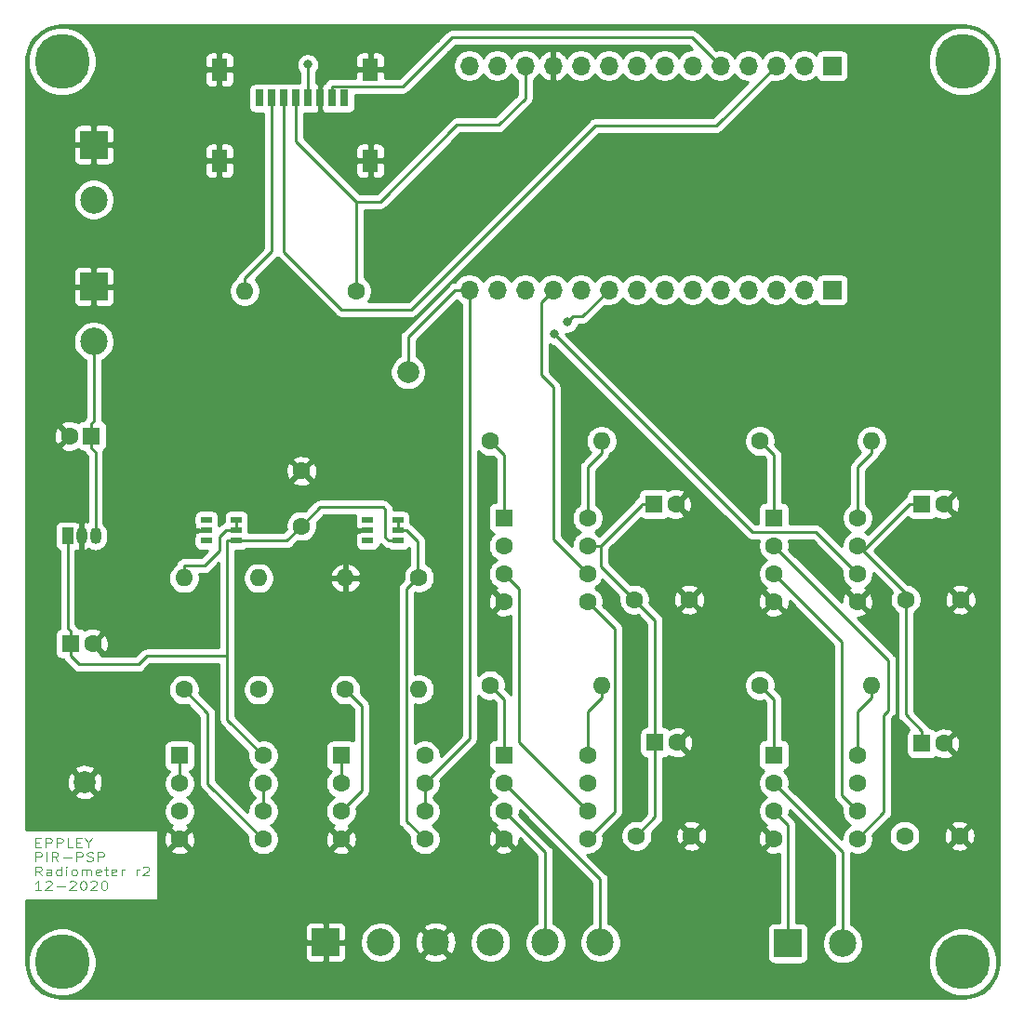
<source format=gbr>
%TF.GenerationSoftware,KiCad,Pcbnew,(5.1.7)-1*%
%TF.CreationDate,2020-12-19T19:15:01-05:00*%
%TF.ProjectId,Radiometer amps r2,52616469-6f6d-4657-9465-7220616d7073,rev?*%
%TF.SameCoordinates,Original*%
%TF.FileFunction,Copper,L1,Top*%
%TF.FilePolarity,Positive*%
%FSLAX46Y46*%
G04 Gerber Fmt 4.6, Leading zero omitted, Abs format (unit mm)*
G04 Created by KiCad (PCBNEW (5.1.7)-1) date 2020-12-19 19:15:01*
%MOMM*%
%LPD*%
G01*
G04 APERTURE LIST*
%TA.AperFunction,NonConductor*%
%ADD10C,0.100000*%
%TD*%
%TA.AperFunction,SMDPad,CuDef*%
%ADD11C,2.000000*%
%TD*%
%TA.AperFunction,ComponentPad*%
%ADD12C,2.500000*%
%TD*%
%TA.AperFunction,ComponentPad*%
%ADD13R,2.500000X2.500000*%
%TD*%
%TA.AperFunction,SMDPad,CuDef*%
%ADD14R,1.450000X2.000000*%
%TD*%
%TA.AperFunction,SMDPad,CuDef*%
%ADD15R,0.800000X1.500000*%
%TD*%
%TA.AperFunction,ComponentPad*%
%ADD16C,1.600000*%
%TD*%
%TA.AperFunction,ComponentPad*%
%ADD17R,1.600000X1.600000*%
%TD*%
%TA.AperFunction,ComponentPad*%
%ADD18O,1.050000X1.500000*%
%TD*%
%TA.AperFunction,ComponentPad*%
%ADD19R,1.050000X1.500000*%
%TD*%
%TA.AperFunction,SMDPad,CuDef*%
%ADD20R,0.977900X0.558800*%
%TD*%
%TA.AperFunction,ComponentPad*%
%ADD21O,1.700000X1.700000*%
%TD*%
%TA.AperFunction,ComponentPad*%
%ADD22R,1.700000X1.700000*%
%TD*%
%TA.AperFunction,ComponentPad*%
%ADD23O,1.600000X1.600000*%
%TD*%
%TA.AperFunction,ComponentPad*%
%ADD24C,5.000000*%
%TD*%
%TA.AperFunction,ViaPad*%
%ADD25C,0.800000*%
%TD*%
%TA.AperFunction,Conductor*%
%ADD26C,0.250000*%
%TD*%
%TA.AperFunction,Conductor*%
%ADD27C,0.254000*%
%TD*%
%TA.AperFunction,Conductor*%
%ADD28C,0.150000*%
%TD*%
G04 APERTURE END LIST*
D10*
X-59696904Y195207142D02*
X-59363571Y195207142D01*
X-59220714Y194788095D02*
X-59696904Y194788095D01*
X-59696904Y195588095D01*
X-59220714Y195588095D01*
X-58792142Y194788095D02*
X-58792142Y195588095D01*
X-58411190Y195588095D01*
X-58315952Y195550000D01*
X-58268333Y195511904D01*
X-58220714Y195435714D01*
X-58220714Y195321428D01*
X-58268333Y195245238D01*
X-58315952Y195207142D01*
X-58411190Y195169047D01*
X-58792142Y195169047D01*
X-57792142Y194788095D02*
X-57792142Y195588095D01*
X-57411190Y195588095D01*
X-57315952Y195550000D01*
X-57268333Y195511904D01*
X-57220714Y195435714D01*
X-57220714Y195321428D01*
X-57268333Y195245238D01*
X-57315952Y195207142D01*
X-57411190Y195169047D01*
X-57792142Y195169047D01*
X-56315952Y194788095D02*
X-56792142Y194788095D01*
X-56792142Y195588095D01*
X-55982619Y195207142D02*
X-55649285Y195207142D01*
X-55506428Y194788095D02*
X-55982619Y194788095D01*
X-55982619Y195588095D01*
X-55506428Y195588095D01*
X-54887380Y195169047D02*
X-54887380Y194788095D01*
X-55220714Y195588095D02*
X-54887380Y195169047D01*
X-54554047Y195588095D01*
X-59696904Y193488095D02*
X-59696904Y194288095D01*
X-59315952Y194288095D01*
X-59220714Y194250000D01*
X-59173095Y194211904D01*
X-59125476Y194135714D01*
X-59125476Y194021428D01*
X-59173095Y193945238D01*
X-59220714Y193907142D01*
X-59315952Y193869047D01*
X-59696904Y193869047D01*
X-58696904Y193488095D02*
X-58696904Y194288095D01*
X-57649285Y193488095D02*
X-57982619Y193869047D01*
X-58220714Y193488095D02*
X-58220714Y194288095D01*
X-57839761Y194288095D01*
X-57744523Y194250000D01*
X-57696904Y194211904D01*
X-57649285Y194135714D01*
X-57649285Y194021428D01*
X-57696904Y193945238D01*
X-57744523Y193907142D01*
X-57839761Y193869047D01*
X-58220714Y193869047D01*
X-57220714Y193792857D02*
X-56458809Y193792857D01*
X-55982619Y193488095D02*
X-55982619Y194288095D01*
X-55601666Y194288095D01*
X-55506428Y194250000D01*
X-55458809Y194211904D01*
X-55411190Y194135714D01*
X-55411190Y194021428D01*
X-55458809Y193945238D01*
X-55506428Y193907142D01*
X-55601666Y193869047D01*
X-55982619Y193869047D01*
X-55030238Y193526190D02*
X-54887380Y193488095D01*
X-54649285Y193488095D01*
X-54554047Y193526190D01*
X-54506428Y193564285D01*
X-54458809Y193640476D01*
X-54458809Y193716666D01*
X-54506428Y193792857D01*
X-54554047Y193830952D01*
X-54649285Y193869047D01*
X-54839761Y193907142D01*
X-54935000Y193945238D01*
X-54982619Y193983333D01*
X-55030238Y194059523D01*
X-55030238Y194135714D01*
X-54982619Y194211904D01*
X-54935000Y194250000D01*
X-54839761Y194288095D01*
X-54601666Y194288095D01*
X-54458809Y194250000D01*
X-54030238Y193488095D02*
X-54030238Y194288095D01*
X-53649285Y194288095D01*
X-53554047Y194250000D01*
X-53506428Y194211904D01*
X-53458809Y194135714D01*
X-53458809Y194021428D01*
X-53506428Y193945238D01*
X-53554047Y193907142D01*
X-53649285Y193869047D01*
X-54030238Y193869047D01*
X-59125476Y192188095D02*
X-59458809Y192569047D01*
X-59696904Y192188095D02*
X-59696904Y192988095D01*
X-59315952Y192988095D01*
X-59220714Y192950000D01*
X-59173095Y192911904D01*
X-59125476Y192835714D01*
X-59125476Y192721428D01*
X-59173095Y192645238D01*
X-59220714Y192607142D01*
X-59315952Y192569047D01*
X-59696904Y192569047D01*
X-58268333Y192188095D02*
X-58268333Y192607142D01*
X-58315952Y192683333D01*
X-58411190Y192721428D01*
X-58601666Y192721428D01*
X-58696904Y192683333D01*
X-58268333Y192226190D02*
X-58363571Y192188095D01*
X-58601666Y192188095D01*
X-58696904Y192226190D01*
X-58744523Y192302380D01*
X-58744523Y192378571D01*
X-58696904Y192454761D01*
X-58601666Y192492857D01*
X-58363571Y192492857D01*
X-58268333Y192530952D01*
X-57363571Y192188095D02*
X-57363571Y192988095D01*
X-57363571Y192226190D02*
X-57458809Y192188095D01*
X-57649285Y192188095D01*
X-57744523Y192226190D01*
X-57792142Y192264285D01*
X-57839761Y192340476D01*
X-57839761Y192569047D01*
X-57792142Y192645238D01*
X-57744523Y192683333D01*
X-57649285Y192721428D01*
X-57458809Y192721428D01*
X-57363571Y192683333D01*
X-56887380Y192188095D02*
X-56887380Y192721428D01*
X-56887380Y192988095D02*
X-56935000Y192950000D01*
X-56887380Y192911904D01*
X-56839761Y192950000D01*
X-56887380Y192988095D01*
X-56887380Y192911904D01*
X-56268333Y192188095D02*
X-56363571Y192226190D01*
X-56411190Y192264285D01*
X-56458809Y192340476D01*
X-56458809Y192569047D01*
X-56411190Y192645238D01*
X-56363571Y192683333D01*
X-56268333Y192721428D01*
X-56125476Y192721428D01*
X-56030238Y192683333D01*
X-55982619Y192645238D01*
X-55935000Y192569047D01*
X-55935000Y192340476D01*
X-55982619Y192264285D01*
X-56030238Y192226190D01*
X-56125476Y192188095D01*
X-56268333Y192188095D01*
X-55506428Y192188095D02*
X-55506428Y192721428D01*
X-55506428Y192645238D02*
X-55458809Y192683333D01*
X-55363571Y192721428D01*
X-55220714Y192721428D01*
X-55125476Y192683333D01*
X-55077857Y192607142D01*
X-55077857Y192188095D01*
X-55077857Y192607142D02*
X-55030238Y192683333D01*
X-54935000Y192721428D01*
X-54792142Y192721428D01*
X-54696904Y192683333D01*
X-54649285Y192607142D01*
X-54649285Y192188095D01*
X-53792142Y192226190D02*
X-53887380Y192188095D01*
X-54077857Y192188095D01*
X-54173095Y192226190D01*
X-54220714Y192302380D01*
X-54220714Y192607142D01*
X-54173095Y192683333D01*
X-54077857Y192721428D01*
X-53887380Y192721428D01*
X-53792142Y192683333D01*
X-53744523Y192607142D01*
X-53744523Y192530952D01*
X-54220714Y192454761D01*
X-53458809Y192721428D02*
X-53077857Y192721428D01*
X-53315952Y192988095D02*
X-53315952Y192302380D01*
X-53268333Y192226190D01*
X-53173095Y192188095D01*
X-53077857Y192188095D01*
X-52363571Y192226190D02*
X-52458809Y192188095D01*
X-52649285Y192188095D01*
X-52744523Y192226190D01*
X-52792142Y192302380D01*
X-52792142Y192607142D01*
X-52744523Y192683333D01*
X-52649285Y192721428D01*
X-52458809Y192721428D01*
X-52363571Y192683333D01*
X-52315952Y192607142D01*
X-52315952Y192530952D01*
X-52792142Y192454761D01*
X-51887380Y192188095D02*
X-51887380Y192721428D01*
X-51887380Y192569047D02*
X-51839761Y192645238D01*
X-51792142Y192683333D01*
X-51696904Y192721428D01*
X-51601666Y192721428D01*
X-50506428Y192188095D02*
X-50506428Y192721428D01*
X-50506428Y192569047D02*
X-50458809Y192645238D01*
X-50411190Y192683333D01*
X-50315952Y192721428D01*
X-50220714Y192721428D01*
X-49935000Y192911904D02*
X-49887380Y192950000D01*
X-49792142Y192988095D01*
X-49554047Y192988095D01*
X-49458809Y192950000D01*
X-49411190Y192911904D01*
X-49363571Y192835714D01*
X-49363571Y192759523D01*
X-49411190Y192645238D01*
X-49982619Y192188095D01*
X-49363571Y192188095D01*
X-59173095Y190888095D02*
X-59744523Y190888095D01*
X-59458809Y190888095D02*
X-59458809Y191688095D01*
X-59554047Y191573809D01*
X-59649285Y191497619D01*
X-59744523Y191459523D01*
X-58792142Y191611904D02*
X-58744523Y191650000D01*
X-58649285Y191688095D01*
X-58411190Y191688095D01*
X-58315952Y191650000D01*
X-58268333Y191611904D01*
X-58220714Y191535714D01*
X-58220714Y191459523D01*
X-58268333Y191345238D01*
X-58839761Y190888095D01*
X-58220714Y190888095D01*
X-57792142Y191192857D02*
X-57030238Y191192857D01*
X-56601666Y191611904D02*
X-56554047Y191650000D01*
X-56458809Y191688095D01*
X-56220714Y191688095D01*
X-56125476Y191650000D01*
X-56077857Y191611904D01*
X-56030238Y191535714D01*
X-56030238Y191459523D01*
X-56077857Y191345238D01*
X-56649285Y190888095D01*
X-56030238Y190888095D01*
X-55411190Y191688095D02*
X-55315952Y191688095D01*
X-55220714Y191650000D01*
X-55173095Y191611904D01*
X-55125476Y191535714D01*
X-55077857Y191383333D01*
X-55077857Y191192857D01*
X-55125476Y191040476D01*
X-55173095Y190964285D01*
X-55220714Y190926190D01*
X-55315952Y190888095D01*
X-55411190Y190888095D01*
X-55506428Y190926190D01*
X-55554047Y190964285D01*
X-55601666Y191040476D01*
X-55649285Y191192857D01*
X-55649285Y191383333D01*
X-55601666Y191535714D01*
X-55554047Y191611904D01*
X-55506428Y191650000D01*
X-55411190Y191688095D01*
X-54696904Y191611904D02*
X-54649285Y191650000D01*
X-54554047Y191688095D01*
X-54315952Y191688095D01*
X-54220714Y191650000D01*
X-54173095Y191611904D01*
X-54125476Y191535714D01*
X-54125476Y191459523D01*
X-54173095Y191345238D01*
X-54744523Y190888095D01*
X-54125476Y190888095D01*
X-53506428Y191688095D02*
X-53411190Y191688095D01*
X-53315952Y191650000D01*
X-53268333Y191611904D01*
X-53220714Y191535714D01*
X-53173095Y191383333D01*
X-53173095Y191192857D01*
X-53220714Y191040476D01*
X-53268333Y190964285D01*
X-53315952Y190926190D01*
X-53411190Y190888095D01*
X-53506428Y190888095D01*
X-53601666Y190926190D01*
X-53649285Y190964285D01*
X-53696904Y191040476D01*
X-53744523Y191192857D01*
X-53744523Y191383333D01*
X-53696904Y191535714D01*
X-53649285Y191611904D01*
X-53601666Y191650000D01*
X-53506428Y191688095D01*
D11*
%TO.P,GND_test,1*%
%TO.N,GND*%
X-55230000Y200690000D03*
%TD*%
%TO.P,Vref_test,1*%
%TO.N,Net-(J5-Pad14)*%
X-25800000Y238000000D03*
%TD*%
D12*
%TO.P,J6,2*%
%TO.N,Net-(J4-Pad13)*%
X-54400000Y253700000D03*
D13*
%TO.P,J6,1*%
%TO.N,GND*%
X-54400000Y258700000D03*
%TD*%
D14*
%TO.P,J7,9*%
%TO.N,GND*%
X-29225000Y265550000D03*
X-42975000Y265550000D03*
X-42975000Y257250000D03*
X-29225000Y257250000D03*
D15*
%TO.P,J7,8*%
%TO.N,Net-(J7-Pad8)*%
X-31600000Y262950000D03*
%TO.P,J7,7*%
%TO.N,Net-(J4-Pad5)*%
X-32700000Y262950000D03*
%TO.P,J7,6*%
%TO.N,GND*%
X-33800000Y262950000D03*
%TO.P,J7,5*%
%TO.N,Net-(J4-Pad4)*%
X-34900000Y262950000D03*
%TO.P,J7,4*%
%TO.N,Net-(J4-Pad12)*%
X-36000000Y262950000D03*
%TO.P,J7,3*%
%TO.N,Net-(J4-Pad3)*%
X-37100000Y262950000D03*
%TO.P,J7,2*%
%TO.N,Net-(J5-Pad2)*%
X-38200000Y262950000D03*
%TO.P,J7,1*%
%TO.N,Net-(J7-Pad1)*%
X-39300000Y262950000D03*
%TD*%
D13*
%TO.P,J2,1*%
%TO.N,Net-(A1-Pad3)*%
X8770000Y186010000D03*
D12*
%TO.P,J2,2*%
%TO.N,Net-(A1-Pad2)*%
X13770000Y186010000D03*
%TD*%
D16*
%TO.P,A4,8*%
%TO.N,Net-(A4-Pad8)*%
X-9465000Y224745000D03*
%TO.P,A4,7*%
%TO.N,Vcc*%
X-9465000Y222205000D03*
%TO.P,A4,6*%
%TO.N,Net-(A4-Pad6)*%
X-9465000Y219665000D03*
%TO.P,A4,5*%
%TO.N,Net-(A3-Pad5)*%
X-9465000Y217125000D03*
%TO.P,A4,4*%
%TO.N,GND*%
X-17085000Y217125000D03*
%TO.P,A4,3*%
%TO.N,Net-(A3-Pad6)*%
X-17085000Y219665000D03*
%TO.P,A4,2*%
%TO.N,Net-(A3-Pad5)*%
X-17085000Y222205000D03*
D17*
%TO.P,A4,1*%
%TO.N,Net-(A4-Pad1)*%
X-17085000Y224745000D03*
%TD*%
D18*
%TO.P,U1,2*%
%TO.N,GND*%
X-55530000Y223100000D03*
%TO.P,U1,3*%
%TO.N,+12V*%
X-54260000Y223100000D03*
D19*
%TO.P,U1,1*%
%TO.N,Vcc*%
X-56800000Y223100000D03*
%TD*%
D20*
%TO.P,U3,6*%
%TO.N,Net-(Ra1-Pad2)*%
X-41434750Y224550001D03*
%TO.P,U3,5*%
X-41434750Y223600000D03*
%TO.P,U3,4*%
%TO.N,Vcc*%
X-41434750Y222649999D03*
%TO.P,U3,3*%
%TO.N,Net-(U3-Pad3)*%
X-44165250Y222649999D03*
%TO.P,U3,2*%
%TO.N,GND*%
X-44165250Y223600000D03*
%TO.P,U3,1*%
%TO.N,Net-(U3-Pad1)*%
X-44165250Y224550001D03*
%TD*%
D21*
%TO.P,J4,14*%
%TO.N,Net-(J4-Pad14)*%
X-20220000Y265900000D03*
%TO.P,J4,13*%
%TO.N,Net-(J4-Pad13)*%
X-17680000Y265900000D03*
%TO.P,J4,12*%
%TO.N,Net-(J4-Pad12)*%
X-15140000Y265900000D03*
%TO.P,J4,11*%
%TO.N,GND*%
X-12600000Y265900000D03*
%TO.P,J4,10*%
%TO.N,Net-(J4-Pad10)*%
X-10060000Y265900000D03*
%TO.P,J4,9*%
%TO.N,Net-(J4-Pad9)*%
X-7520000Y265900000D03*
%TO.P,J4,8*%
%TO.N,Net-(J4-Pad8)*%
X-4980000Y265900000D03*
%TO.P,J4,7*%
%TO.N,Net-(J4-Pad7)*%
X-2440000Y265900000D03*
%TO.P,J4,6*%
%TO.N,Net-(J4-Pad6)*%
X100000Y265900000D03*
%TO.P,J4,5*%
%TO.N,Net-(J4-Pad5)*%
X2640000Y265900000D03*
%TO.P,J4,4*%
%TO.N,Net-(J4-Pad4)*%
X5180000Y265900000D03*
%TO.P,J4,3*%
%TO.N,Net-(J4-Pad3)*%
X7720000Y265900000D03*
%TO.P,J4,2*%
%TO.N,Net-(J4-Pad2)*%
X10260000Y265900000D03*
D22*
%TO.P,J4,1*%
%TO.N,Net-(J4-Pad1)*%
X12800000Y265900000D03*
%TD*%
D13*
%TO.P,J3,1*%
%TO.N,GND*%
X-33300000Y186110000D03*
D12*
%TO.P,J3,2*%
%TO.N,Net-(J3-Pad2)*%
X-28300000Y186110000D03*
%TO.P,J3,3*%
%TO.N,GND*%
X-23300000Y186110000D03*
%TO.P,J3,4*%
%TO.N,Net-(J3-Pad4)*%
X-18300000Y186110000D03*
%TO.P,J3,5*%
%TO.N,Net-(A3-Pad3)*%
X-13300000Y186110000D03*
%TO.P,J3,6*%
%TO.N,Net-(A3-Pad2)*%
X-8300000Y186110000D03*
%TD*%
D17*
%TO.P,A3,1*%
%TO.N,Net-(A3-Pad1)*%
X-17085000Y203155000D03*
D16*
%TO.P,A3,2*%
%TO.N,Net-(A3-Pad2)*%
X-17085000Y200615000D03*
%TO.P,A3,3*%
%TO.N,Net-(A3-Pad3)*%
X-17085000Y198075000D03*
%TO.P,A3,4*%
%TO.N,GND*%
X-17085000Y195535000D03*
%TO.P,A3,5*%
%TO.N,Net-(A3-Pad5)*%
X-9465000Y195535000D03*
%TO.P,A3,6*%
%TO.N,Net-(A3-Pad6)*%
X-9465000Y198075000D03*
%TO.P,A3,7*%
%TO.N,Vcc*%
X-9465000Y200615000D03*
%TO.P,A3,8*%
%TO.N,Net-(A3-Pad8)*%
X-9465000Y203155000D03*
%TD*%
%TO.P,A1,8*%
%TO.N,Net-(A1-Pad8)*%
X15120000Y203155000D03*
%TO.P,A1,7*%
%TO.N,Vcc*%
X15120000Y200615000D03*
%TO.P,A1,6*%
%TO.N,Net-(A1-Pad6)*%
X15120000Y198075000D03*
%TO.P,A1,5*%
%TO.N,Net-(A1-Pad5)*%
X15120000Y195535000D03*
%TO.P,A1,4*%
%TO.N,GND*%
X7500000Y195535000D03*
%TO.P,A1,3*%
%TO.N,Net-(A1-Pad3)*%
X7500000Y198075000D03*
%TO.P,A1,2*%
%TO.N,Net-(A1-Pad2)*%
X7500000Y200615000D03*
D17*
%TO.P,A1,1*%
%TO.N,Net-(A1-Pad1)*%
X7500000Y203155000D03*
%TD*%
%TO.P,A2,1*%
%TO.N,Net-(A2-Pad1)*%
X7500000Y224745000D03*
D16*
%TO.P,A2,2*%
%TO.N,Net-(A1-Pad5)*%
X7500000Y222205000D03*
%TO.P,A2,3*%
%TO.N,Net-(A1-Pad6)*%
X7500000Y219665000D03*
%TO.P,A2,4*%
%TO.N,GND*%
X7500000Y217125000D03*
%TO.P,A2,5*%
X15120000Y217125000D03*
%TO.P,A2,6*%
%TO.N,Net-(A2-Pad6)*%
X15120000Y219665000D03*
%TO.P,A2,7*%
%TO.N,Vcc*%
X15120000Y222205000D03*
%TO.P,A2,8*%
%TO.N,Net-(A2-Pad8)*%
X15120000Y224745000D03*
%TD*%
%TO.P,C1,2*%
%TO.N,GND*%
X-56600000Y232200000D03*
D17*
%TO.P,C1,1*%
%TO.N,+12V*%
X-54600000Y232200000D03*
%TD*%
%TO.P,C2,1*%
%TO.N,Vcc*%
X-56500000Y213300000D03*
D16*
%TO.P,C2,2*%
%TO.N,GND*%
X-54500000Y213300000D03*
%TD*%
D17*
%TO.P,C3,1*%
%TO.N,Vcc*%
X21000000Y204200000D03*
D16*
%TO.P,C3,2*%
%TO.N,GND*%
X23000000Y204200000D03*
%TD*%
%TO.P,C4,2*%
%TO.N,GND*%
X23000000Y226000000D03*
D17*
%TO.P,C4,1*%
%TO.N,Vcc*%
X21000000Y226000000D03*
%TD*%
%TO.P,C5,1*%
%TO.N,Vcc*%
X-3300000Y204300000D03*
D16*
%TO.P,C5,2*%
%TO.N,GND*%
X-1300000Y204300000D03*
%TD*%
%TO.P,C6,2*%
%TO.N,GND*%
X-1400000Y226000000D03*
D17*
%TO.P,C6,1*%
%TO.N,Vcc*%
X-3400000Y226000000D03*
%TD*%
D16*
%TO.P,C7,1*%
%TO.N,Vcc*%
X-35500000Y224000000D03*
%TO.P,C7,2*%
%TO.N,GND*%
X-35500000Y229000000D03*
%TD*%
%TO.P,C9,1*%
%TO.N,Vcc*%
X19400000Y195800000D03*
%TO.P,C9,2*%
%TO.N,GND*%
X24400000Y195800000D03*
%TD*%
%TO.P,C10,2*%
%TO.N,GND*%
X24500000Y217300000D03*
%TO.P,C10,1*%
%TO.N,Vcc*%
X19500000Y217300000D03*
%TD*%
%TO.P,C11,1*%
%TO.N,Vcc*%
X-5000000Y195800000D03*
%TO.P,C11,2*%
%TO.N,GND*%
X0Y195800000D03*
%TD*%
%TO.P,C12,2*%
%TO.N,GND*%
X-200000Y217300000D03*
%TO.P,C12,1*%
%TO.N,Vcc*%
X-5200000Y217300000D03*
%TD*%
D13*
%TO.P,J1,1*%
%TO.N,GND*%
X-54400000Y245800000D03*
D12*
%TO.P,J1,2*%
%TO.N,+12V*%
X-54400000Y240800000D03*
%TD*%
D22*
%TO.P,J5,1*%
%TO.N,Net-(J5-Pad1)*%
X12800000Y245500000D03*
D21*
%TO.P,J5,2*%
%TO.N,Net-(J5-Pad2)*%
X10260000Y245500000D03*
%TO.P,J5,3*%
%TO.N,Net-(J5-Pad3)*%
X7720000Y245500000D03*
%TO.P,J5,4*%
%TO.N,Net-(J5-Pad4)*%
X5180000Y245500000D03*
%TO.P,J5,5*%
%TO.N,Net-(J5-Pad5)*%
X2640000Y245500000D03*
%TO.P,J5,6*%
%TO.N,Net-(J5-Pad6)*%
X100000Y245500000D03*
%TO.P,J5,7*%
%TO.N,Net-(J5-Pad7)*%
X-2440000Y245500000D03*
%TO.P,J5,8*%
%TO.N,Net-(J5-Pad8)*%
X-4980000Y245500000D03*
%TO.P,J5,9*%
%TO.N,Net-(J5-Pad9)*%
X-7520000Y245500000D03*
%TO.P,J5,10*%
%TO.N,Net-(J5-Pad10)*%
X-10060000Y245500000D03*
%TO.P,J5,11*%
%TO.N,Net-(A4-Pad6)*%
X-12600000Y245500000D03*
%TO.P,J5,12*%
%TO.N,Net-(A2-Pad6)*%
X-15140000Y245500000D03*
%TO.P,J5,13*%
%TO.N,Net-(J5-Pad13)*%
X-17680000Y245500000D03*
%TO.P,J5,14*%
%TO.N,Net-(J5-Pad14)*%
X-20220000Y245500000D03*
%TD*%
D23*
%TO.P,Ra1,2*%
%TO.N,Net-(Ra1-Pad2)*%
X-39400000Y219260000D03*
D16*
%TO.P,Ra1,1*%
%TO.N,Net-(J3-Pad4)*%
X-39400000Y209100000D03*
%TD*%
%TO.P,Rb1,1*%
%TO.N,Net-(J3-Pad2)*%
X-46200000Y209100000D03*
D23*
%TO.P,Rb1,2*%
%TO.N,Net-(Ra1-Pad2)*%
X-46200000Y219260000D03*
%TD*%
D16*
%TO.P,Rd1,1*%
%TO.N,Net-(Rd1-Pad1)*%
X-24800000Y219300000D03*
D23*
%TO.P,Rd1,2*%
%TO.N,Net-(Rd1-Pad2)*%
X-24800000Y209140000D03*
%TD*%
%TO.P,Rd2,2*%
%TO.N,GND*%
X-31500000Y219260000D03*
D16*
%TO.P,Rd2,1*%
%TO.N,Net-(Rd1-Pad2)*%
X-31500000Y209100000D03*
%TD*%
%TO.P,Rg1,1*%
%TO.N,Net-(A1-Pad1)*%
X6230000Y209505000D03*
D23*
%TO.P,Rg1,2*%
%TO.N,Net-(A1-Pad8)*%
X16390000Y209505000D03*
%TD*%
D16*
%TO.P,Rg2,1*%
%TO.N,Net-(A2-Pad1)*%
X6230000Y231730000D03*
D23*
%TO.P,Rg2,2*%
%TO.N,Net-(A2-Pad8)*%
X16390000Y231730000D03*
%TD*%
%TO.P,Rg3,2*%
%TO.N,Net-(A3-Pad8)*%
X-8195000Y209505000D03*
D16*
%TO.P,Rg3,1*%
%TO.N,Net-(A3-Pad1)*%
X-18355000Y209505000D03*
%TD*%
D23*
%TO.P,Rg4,2*%
%TO.N,Net-(A4-Pad8)*%
X-8195000Y231730000D03*
D16*
%TO.P,Rg4,1*%
%TO.N,Net-(A4-Pad1)*%
X-18355000Y231730000D03*
%TD*%
D24*
%TO.P,H1,1*%
%TO.N,N/C*%
X-57300000Y266300000D03*
%TD*%
%TO.P,H2,1*%
%TO.N,N/C*%
X-57300000Y184300000D03*
%TD*%
%TO.P,H3,1*%
%TO.N,N/C*%
X24700000Y266300000D03*
%TD*%
%TO.P,H4,1*%
%TO.N,N/C*%
X24700000Y184300000D03*
%TD*%
D20*
%TO.P,U4,6*%
%TO.N,Net-(Rd1-Pad1)*%
X-26734750Y224550001D03*
%TO.P,U4,5*%
X-26734750Y223600000D03*
%TO.P,U4,4*%
%TO.N,Vcc*%
X-26734750Y222649999D03*
%TO.P,U4,3*%
%TO.N,Net-(U4-Pad3)*%
X-29465250Y222649999D03*
%TO.P,U4,2*%
%TO.N,GND*%
X-29465250Y223600000D03*
%TO.P,U4,1*%
%TO.N,Net-(U4-Pad1)*%
X-29465250Y224550001D03*
%TD*%
D16*
%TO.P,U2-rtd1,8*%
%TO.N,Vcc*%
X-38980000Y203100000D03*
%TO.P,U2-rtd1,7*%
%TO.N,Net-(J5-Pad10)*%
X-38980000Y200560000D03*
%TO.P,U2-rtd1,6*%
X-38980000Y198020000D03*
%TO.P,U2-rtd1,5*%
%TO.N,Net-(J3-Pad2)*%
X-38980000Y195480000D03*
%TO.P,U2-rtd1,4*%
%TO.N,GND*%
X-46600000Y195480000D03*
%TO.P,U2-rtd1,3*%
%TO.N,Net-(J3-Pad4)*%
X-46600000Y198020000D03*
%TO.P,U2-rtd1,2*%
%TO.N,Net-(J5-Pad9)*%
X-46600000Y200560000D03*
D17*
%TO.P,U2-rtd1,1*%
X-46600000Y203100000D03*
%TD*%
%TO.P,U5-aref1,1*%
%TO.N,Net-(A3-Pad5)*%
X-31900000Y203100000D03*
D16*
%TO.P,U5-aref1,2*%
X-31900000Y200560000D03*
%TO.P,U5-aref1,3*%
%TO.N,Net-(Rd1-Pad2)*%
X-31900000Y198020000D03*
%TO.P,U5-aref1,4*%
%TO.N,GND*%
X-31900000Y195480000D03*
%TO.P,U5-aref1,5*%
%TO.N,Net-(Rd1-Pad1)*%
X-24280000Y195480000D03*
%TO.P,U5-aref1,6*%
%TO.N,Net-(J5-Pad14)*%
X-24280000Y198020000D03*
%TO.P,U5-aref1,7*%
X-24280000Y200560000D03*
%TO.P,U5-aref1,8*%
%TO.N,Vcc*%
X-24280000Y203100000D03*
%TD*%
%TO.P,R1,1*%
%TO.N,Net-(J4-Pad12)*%
X-30500000Y245400000D03*
D23*
%TO.P,R1,2*%
%TO.N,Net-(J5-Pad2)*%
X-40660000Y245400000D03*
%TD*%
D25*
%TO.N,Net-(A2-Pad6)*%
X-12500000Y241460000D03*
%TO.N,Net-(J4-Pad4)*%
X-34920000Y266010000D03*
%TO.N,Net-(J5-Pad9)*%
X-11310000Y242550000D03*
%TD*%
D26*
%TO.N,Net-(A1-Pad8)*%
X15120000Y207109700D02*
X15120000Y203155000D01*
X16390000Y208379700D02*
X15120000Y207109700D01*
X16390000Y209505000D02*
X16390000Y208379700D01*
%TO.N,Vcc*%
X-3400000Y226000000D02*
X-4525300Y226000000D01*
X-3300000Y197500000D02*
X-3300000Y204300000D01*
X-5000000Y195800000D02*
X-3300000Y197500000D01*
X-3300000Y215400000D02*
X-5200000Y217300000D01*
X-3300000Y204300000D02*
X-3300000Y215400000D01*
X-8241400Y220341400D02*
X-8241400Y222205000D01*
X-5200000Y217300000D02*
X-8241400Y220341400D01*
X-4525300Y225921100D02*
X-8241400Y222205000D01*
X-4525300Y226000000D02*
X-4525300Y225921100D01*
X-8241400Y222205000D02*
X-9465000Y222205000D01*
X19500000Y206825300D02*
X19500000Y217300000D01*
X21000000Y205325300D02*
X19500000Y206825300D01*
X21000000Y204200000D02*
X21000000Y205325300D01*
X21000000Y226000000D02*
X19874700Y226000000D01*
X15599900Y221725200D02*
X19874700Y226000000D01*
X19500000Y217825000D02*
X15599900Y221725200D01*
X19500000Y217300000D02*
X19500000Y217825000D01*
X15599900Y221725200D02*
X15120000Y222205000D01*
X-26734700Y222650000D02*
X-27548900Y222650000D01*
X-56800000Y214725300D02*
X-56500000Y214425300D01*
X-56800000Y223100000D02*
X-56800000Y214725300D01*
X-56500000Y213300000D02*
X-56500000Y214425300D01*
X-36850000Y222650000D02*
X-35500000Y224000000D01*
X-41434700Y222650000D02*
X-36850000Y222650000D01*
X-41434700Y222650000D02*
X-42248900Y222650000D01*
X-42248900Y206368900D02*
X-42248900Y212156300D01*
X-38980000Y203100000D02*
X-42248900Y206368900D01*
X-42248900Y212156300D02*
X-42248900Y222650000D01*
X-56500000Y213300000D02*
X-56500000Y212170000D01*
X-56500000Y212170000D02*
X-55730000Y211400000D01*
X-50342600Y211400000D02*
X-49586300Y212156300D01*
X-55730000Y211400000D02*
X-50342600Y211400000D01*
X-42248900Y212156300D02*
X-49586300Y212156300D01*
X-35500000Y224000000D02*
X-33800000Y225700000D01*
X-33800000Y225700000D02*
X-28070000Y225700000D01*
X-28070000Y225700000D02*
X-27850000Y225480000D01*
X-27850000Y222951100D02*
X-27548900Y222650000D01*
X-27850000Y225480000D02*
X-27850000Y222951100D01*
%TO.N,Net-(A1-Pad6)*%
X13705400Y199489600D02*
X15120000Y198075000D01*
X13705400Y213459600D02*
X13705400Y199489600D01*
X7500000Y219665000D02*
X13705400Y213459600D01*
%TO.N,Net-(A1-Pad5)*%
X17518000Y197933000D02*
X15120000Y195535000D01*
X17422500Y212282500D02*
X17422500Y212277500D01*
X7500000Y222205000D02*
X17422500Y212282500D01*
X17422500Y212277500D02*
X17950000Y211750000D01*
X17950000Y207230000D02*
X17518000Y206798000D01*
X17950000Y211750000D02*
X17950000Y207230000D01*
X17518000Y206798000D02*
X17518000Y197933000D01*
%TO.N,GND*%
X-33800000Y263487700D02*
X-33800000Y262950000D01*
%TO.N,Net-(A1-Pad3)*%
X8770000Y196805000D02*
X8770000Y186010000D01*
X7500000Y198075000D02*
X8770000Y196805000D01*
%TO.N,Net-(A1-Pad2)*%
X13770000Y194345000D02*
X13770000Y186010000D01*
X7500000Y200615000D02*
X13770000Y194345000D01*
%TO.N,Net-(A1-Pad1)*%
X7500000Y208235000D02*
X7500000Y203155000D01*
X6230000Y209505000D02*
X7500000Y208235000D01*
%TO.N,Net-(A2-Pad1)*%
X7500000Y230460000D02*
X7500000Y224745000D01*
X6230000Y231730000D02*
X7500000Y230460000D01*
%TO.N,Net-(A2-Pad6)*%
X5520000Y223440000D02*
X-12500000Y241460000D01*
X11345000Y223440000D02*
X5520000Y223440000D01*
X15120000Y219665000D02*
X11345000Y223440000D01*
%TO.N,Net-(A2-Pad8)*%
X15120000Y229334700D02*
X15120000Y224745000D01*
X16390000Y230604700D02*
X15120000Y229334700D01*
X16390000Y231730000D02*
X16390000Y230604700D01*
%TO.N,Net-(A3-Pad1)*%
X-17085000Y208235000D02*
X-17085000Y203155000D01*
X-18355000Y209505000D02*
X-17085000Y208235000D01*
%TO.N,Net-(A3-Pad2)*%
X-8300000Y191830000D02*
X-8300000Y186110000D01*
X-17085000Y200615000D02*
X-8300000Y191830000D01*
%TO.N,Net-(A3-Pad3)*%
X-13300000Y194290000D02*
X-13300000Y186110000D01*
X-17085000Y198075000D02*
X-13300000Y194290000D01*
%TO.N,Net-(A3-Pad5)*%
X-31900000Y200560000D02*
X-31900000Y203100000D01*
X-7001000Y214661000D02*
X-9465000Y217125000D01*
X-7001000Y197999000D02*
X-7001000Y214661000D01*
X-9465000Y195535000D02*
X-7001000Y197999000D01*
%TO.N,Net-(A3-Pad6)*%
X-15670400Y218250400D02*
X-17085000Y219665000D01*
X-15670400Y204280400D02*
X-15670400Y218250400D01*
X-9465000Y198075000D02*
X-15670400Y204280400D01*
%TO.N,Net-(A3-Pad8)*%
X-9465000Y207109700D02*
X-9465000Y203155000D01*
X-8195000Y208379700D02*
X-9465000Y207109700D01*
X-8195000Y209505000D02*
X-8195000Y208379700D01*
%TO.N,Net-(A4-Pad8)*%
X-9465000Y229334700D02*
X-9465000Y224745000D01*
X-8195000Y230604700D02*
X-9465000Y229334700D01*
X-8195000Y231730000D02*
X-8195000Y230604700D01*
%TO.N,Net-(A4-Pad6)*%
X-12600000Y222800000D02*
X-9465000Y219665000D01*
X-12600000Y245500000D02*
X-13700000Y244400000D01*
X-13700000Y244400000D02*
X-13700000Y237730000D01*
X-13700000Y237730000D02*
X-12600000Y236630000D01*
X-12600000Y236630000D02*
X-12600000Y222800000D01*
%TO.N,Net-(A4-Pad1)*%
X-17085000Y230460000D02*
X-17085000Y224745000D01*
X-18355000Y231730000D02*
X-17085000Y230460000D01*
%TO.N,+12V*%
X-54400000Y233525300D02*
X-54400000Y240800000D01*
X-54600000Y233325300D02*
X-54400000Y233525300D01*
X-54600000Y232200000D02*
X-54600000Y233325300D01*
X-54260000Y230734700D02*
X-54600000Y231074700D01*
X-54260000Y223100000D02*
X-54260000Y230734700D01*
X-54600000Y232200000D02*
X-54600000Y231074700D01*
%TO.N,Net-(J4-Pad12)*%
X-30500000Y253525000D02*
X-30500000Y245400000D01*
X-36000000Y259025000D02*
X-30500000Y253525000D01*
X-36000000Y262950000D02*
X-36000000Y259025000D01*
X-30500000Y253525000D02*
X-28323000Y253525000D01*
X-21329000Y260519000D02*
X-17561000Y260519000D01*
X-28323000Y253525000D02*
X-21329000Y260519000D01*
X-15140000Y262940000D02*
X-15140000Y265900000D01*
X-17561000Y260519000D02*
X-15140000Y262940000D01*
%TO.N,Net-(J4-Pad5)*%
X-32700000Y262950000D02*
X-32700000Y264025300D01*
X-26276500Y264025300D02*
X-32700000Y264025300D01*
X-22764100Y267537700D02*
X-26276500Y264025300D01*
X-22764100Y267537700D02*
X-22742300Y267537700D01*
X-22742300Y267537700D02*
X-21790000Y268490000D01*
X50000Y268490000D02*
X2640000Y265900000D01*
X-21790000Y268490000D02*
X50000Y268490000D01*
%TO.N,Net-(J4-Pad4)*%
X-34900000Y262950000D02*
X-34900000Y264315300D01*
X-34920000Y262970000D02*
X-34900000Y262950000D01*
X-34920000Y266010000D02*
X-34920000Y262970000D01*
%TO.N,Net-(J4-Pad3)*%
X-8732550Y260452550D02*
X2272550Y260452550D01*
X-25495100Y243690000D02*
X-8732550Y260452550D01*
X-31830000Y243690000D02*
X-25495100Y243690000D01*
X-37100000Y248960000D02*
X-31830000Y243690000D01*
X2272550Y260452550D02*
X7720000Y265900000D01*
X-37100000Y262950000D02*
X-37100000Y248960000D01*
%TO.N,Net-(J5-Pad2)*%
X-38200000Y248985300D02*
X-40660000Y246525300D01*
X-38200000Y262950000D02*
X-38200000Y248985300D01*
X-40660000Y245400000D02*
X-40660000Y246525300D01*
%TO.N,Net-(Ra1-Pad2)*%
X-42990000Y221720000D02*
X-42990000Y222545310D01*
X-44324700Y220385300D02*
X-42990000Y221720000D01*
X-46200000Y220385300D02*
X-44324700Y220385300D01*
X-46200000Y219260000D02*
X-46200000Y220385300D01*
X-42990000Y222545310D02*
X-42990000Y222994751D01*
X-41434750Y224550001D02*
X-41434750Y223600000D01*
X-42384751Y223600000D02*
X-41434750Y223600000D01*
X-42990000Y222994751D02*
X-42384751Y223600000D01*
%TO.N,Net-(J3-Pad2)*%
X-44037600Y206937600D02*
X-46200000Y209100000D01*
X-44037600Y200537600D02*
X-44037600Y206937600D01*
X-38980000Y195480000D02*
X-44037600Y200537600D01*
%TO.N,Net-(J5-Pad9)*%
X-46600000Y203100000D02*
X-46600000Y200560000D01*
X-11310000Y242550000D02*
X-10770000Y243090000D01*
X-9930000Y243090000D02*
X-7520000Y245500000D01*
X-10770000Y243090000D02*
X-9930000Y243090000D01*
%TO.N,Net-(J5-Pad10)*%
X-38980000Y198020000D02*
X-38980000Y200560000D01*
%TO.N,Net-(J5-Pad14)*%
X-21500000Y245500000D02*
X-25800000Y241200000D01*
X-25800000Y241200000D02*
X-25800000Y238000000D01*
X-20220000Y245500000D02*
X-21500000Y245500000D01*
X-20220000Y204620000D02*
X-24280000Y200560000D01*
X-20220000Y245500000D02*
X-20220000Y204620000D01*
X-24280000Y200560000D02*
X-24280000Y198020000D01*
%TO.N,Net-(Rd1-Pad1)*%
X-25958400Y218286400D02*
X-24944800Y219300000D01*
X-25958400Y197158400D02*
X-25958400Y218286400D01*
X-24280000Y195480000D02*
X-25958400Y197158400D01*
X-24944800Y219300000D02*
X-24800000Y219300000D01*
X-24944800Y222624400D02*
X-25920400Y223600000D01*
X-24944800Y219300000D02*
X-24944800Y222624400D01*
X-26734700Y223600000D02*
X-26327500Y223600000D01*
X-26327500Y223600000D02*
X-25920400Y223600000D01*
X-26734750Y224550001D02*
X-26734750Y223600000D01*
%TO.N,Net-(Rd1-Pad2)*%
X-31900000Y198020000D02*
X-30040000Y199880000D01*
X-30040000Y207640000D02*
X-31500000Y209100000D01*
X-30040000Y199880000D02*
X-30040000Y207640000D01*
%TD*%
D27*
%TO.N,GND*%
X25338370Y269524002D02*
X25952424Y269338608D01*
X26518773Y269037475D01*
X27015848Y268632072D01*
X27424712Y268137841D01*
X27729790Y267573611D01*
X27919467Y266960863D01*
X27990000Y266289796D01*
X27990001Y184334730D01*
X27924004Y183661634D01*
X27738607Y183047572D01*
X27437474Y182481225D01*
X27032071Y181984153D01*
X26537842Y181575290D01*
X25973611Y181270210D01*
X25360862Y181080533D01*
X24689787Y181010000D01*
X-57265280Y181010000D01*
X-57938366Y181075996D01*
X-58552428Y181261393D01*
X-59118775Y181562526D01*
X-59615847Y181967929D01*
X-60024710Y182462158D01*
X-60329790Y183026389D01*
X-60519467Y183639138D01*
X-60590000Y184310213D01*
X-60590000Y184608771D01*
X-60435000Y184608771D01*
X-60435000Y183991229D01*
X-60314524Y183385554D01*
X-60078201Y182815021D01*
X-59735114Y182301554D01*
X-59298446Y181864886D01*
X-58784979Y181521799D01*
X-58214446Y181285476D01*
X-57608771Y181165000D01*
X-56991229Y181165000D01*
X-56385554Y181285476D01*
X-55815021Y181521799D01*
X-55301554Y181864886D01*
X-54864886Y182301554D01*
X-54521799Y182815021D01*
X-54285476Y183385554D01*
X-54165000Y183991229D01*
X-54165000Y184608771D01*
X-54214972Y184860000D01*
X-35188072Y184860000D01*
X-35175812Y184735518D01*
X-35139502Y184615820D01*
X-35080537Y184505506D01*
X-35001185Y184408815D01*
X-34904494Y184329463D01*
X-34794180Y184270498D01*
X-34674482Y184234188D01*
X-34550000Y184221928D01*
X-33585750Y184225000D01*
X-33427000Y184383750D01*
X-33427000Y185983000D01*
X-33173000Y185983000D01*
X-33173000Y184383750D01*
X-33014250Y184225000D01*
X-32050000Y184221928D01*
X-31925518Y184234188D01*
X-31805820Y184270498D01*
X-31695506Y184329463D01*
X-31598815Y184408815D01*
X-31519463Y184505506D01*
X-31460498Y184615820D01*
X-31424188Y184735518D01*
X-31411928Y184860000D01*
X-31415000Y185824250D01*
X-31573750Y185983000D01*
X-33173000Y185983000D01*
X-33427000Y185983000D01*
X-35026250Y185983000D01*
X-35185000Y185824250D01*
X-35188072Y184860000D01*
X-54214972Y184860000D01*
X-54285476Y185214446D01*
X-54521799Y185784979D01*
X-54864886Y186298446D01*
X-55301554Y186735114D01*
X-55815021Y187078201D01*
X-56385554Y187314524D01*
X-56614177Y187360000D01*
X-35188072Y187360000D01*
X-35185000Y186395750D01*
X-35026250Y186237000D01*
X-33427000Y186237000D01*
X-33427000Y187836250D01*
X-33173000Y187836250D01*
X-33173000Y186237000D01*
X-31573750Y186237000D01*
X-31515094Y186295656D01*
X-30185000Y186295656D01*
X-30185000Y185924344D01*
X-30112561Y185560166D01*
X-29970466Y185217118D01*
X-29764175Y184908382D01*
X-29501618Y184645825D01*
X-29192882Y184439534D01*
X-28849834Y184297439D01*
X-28485656Y184225000D01*
X-28114344Y184225000D01*
X-27750166Y184297439D01*
X-27407118Y184439534D01*
X-27098382Y184645825D01*
X-26947812Y184796395D01*
X-24434000Y184796395D01*
X-24308086Y184506423D01*
X-23975874Y184340567D01*
X-23617688Y184242710D01*
X-23247294Y184216611D01*
X-22878925Y184263275D01*
X-22526738Y184380906D01*
X-22291914Y184506423D01*
X-22166000Y184796395D01*
X-23300000Y185930395D01*
X-24434000Y184796395D01*
X-26947812Y184796395D01*
X-26835825Y184908382D01*
X-26629534Y185217118D01*
X-26487439Y185560166D01*
X-26415000Y185924344D01*
X-26415000Y186057294D01*
X-25193389Y186057294D01*
X-25146725Y185688925D01*
X-25029094Y185336738D01*
X-24903577Y185101914D01*
X-24613605Y184976000D01*
X-23479605Y186110000D01*
X-23120395Y186110000D01*
X-21986395Y184976000D01*
X-21696423Y185101914D01*
X-21530567Y185434126D01*
X-21432710Y185792312D01*
X-21406611Y186162706D01*
X-21423452Y186295656D01*
X-20185000Y186295656D01*
X-20185000Y185924344D01*
X-20112561Y185560166D01*
X-19970466Y185217118D01*
X-19764175Y184908382D01*
X-19501618Y184645825D01*
X-19192882Y184439534D01*
X-18849834Y184297439D01*
X-18485656Y184225000D01*
X-18114344Y184225000D01*
X-17750166Y184297439D01*
X-17407118Y184439534D01*
X-17098382Y184645825D01*
X-16835825Y184908382D01*
X-16629534Y185217118D01*
X-16487439Y185560166D01*
X-16415000Y185924344D01*
X-16415000Y186295656D01*
X-16487439Y186659834D01*
X-16629534Y187002882D01*
X-16835825Y187311618D01*
X-17098382Y187574175D01*
X-17407118Y187780466D01*
X-17750166Y187922561D01*
X-18114344Y187995000D01*
X-18485656Y187995000D01*
X-18849834Y187922561D01*
X-19192882Y187780466D01*
X-19501618Y187574175D01*
X-19764175Y187311618D01*
X-19970466Y187002882D01*
X-20112561Y186659834D01*
X-20185000Y186295656D01*
X-21423452Y186295656D01*
X-21453275Y186531075D01*
X-21570906Y186883262D01*
X-21696423Y187118086D01*
X-21986395Y187244000D01*
X-23120395Y186110000D01*
X-23479605Y186110000D01*
X-24613605Y187244000D01*
X-24903577Y187118086D01*
X-25069433Y186785874D01*
X-25167290Y186427688D01*
X-25193389Y186057294D01*
X-26415000Y186057294D01*
X-26415000Y186295656D01*
X-26487439Y186659834D01*
X-26629534Y187002882D01*
X-26835825Y187311618D01*
X-26947812Y187423605D01*
X-24434000Y187423605D01*
X-23300000Y186289605D01*
X-22166000Y187423605D01*
X-22291914Y187713577D01*
X-22624126Y187879433D01*
X-22982312Y187977290D01*
X-23352706Y188003389D01*
X-23721075Y187956725D01*
X-24073262Y187839094D01*
X-24308086Y187713577D01*
X-24434000Y187423605D01*
X-26947812Y187423605D01*
X-27098382Y187574175D01*
X-27407118Y187780466D01*
X-27750166Y187922561D01*
X-28114344Y187995000D01*
X-28485656Y187995000D01*
X-28849834Y187922561D01*
X-29192882Y187780466D01*
X-29501618Y187574175D01*
X-29764175Y187311618D01*
X-29970466Y187002882D01*
X-30112561Y186659834D01*
X-30185000Y186295656D01*
X-31515094Y186295656D01*
X-31415000Y186395750D01*
X-31411928Y187360000D01*
X-31424188Y187484482D01*
X-31460498Y187604180D01*
X-31519463Y187714494D01*
X-31598815Y187811185D01*
X-31695506Y187890537D01*
X-31805820Y187949502D01*
X-31925518Y187985812D01*
X-32050000Y187998072D01*
X-33014250Y187995000D01*
X-33173000Y187836250D01*
X-33427000Y187836250D01*
X-33585750Y187995000D01*
X-34550000Y187998072D01*
X-34674482Y187985812D01*
X-34794180Y187949502D01*
X-34904494Y187890537D01*
X-35001185Y187811185D01*
X-35080537Y187714494D01*
X-35139502Y187604180D01*
X-35175812Y187484482D01*
X-35188072Y187360000D01*
X-56614177Y187360000D01*
X-56991229Y187435000D01*
X-57608771Y187435000D01*
X-58214446Y187314524D01*
X-58784979Y187078201D01*
X-59298446Y186735114D01*
X-59735114Y186298446D01*
X-60078201Y185784979D01*
X-60314524Y185214446D01*
X-60435000Y184608771D01*
X-60590000Y184608771D01*
X-60590000Y189916000D01*
X-48503095Y189916000D01*
X-48503095Y194487298D01*
X-47413097Y194487298D01*
X-47341514Y194243329D01*
X-47086004Y194122429D01*
X-46811816Y194053700D01*
X-46529488Y194039783D01*
X-46249870Y194081213D01*
X-45983708Y194176397D01*
X-45858486Y194243329D01*
X-45786903Y194487298D01*
X-46600000Y195300395D01*
X-47413097Y194487298D01*
X-48503095Y194487298D01*
X-48503095Y195409488D01*
X-48040217Y195409488D01*
X-47998787Y195129870D01*
X-47903603Y194863708D01*
X-47836671Y194738486D01*
X-47592702Y194666903D01*
X-46779605Y195480000D01*
X-46420395Y195480000D01*
X-45607298Y194666903D01*
X-45363329Y194738486D01*
X-45242429Y194993996D01*
X-45173700Y195268184D01*
X-45159783Y195550512D01*
X-45201213Y195830130D01*
X-45296397Y196096292D01*
X-45363329Y196221514D01*
X-45607298Y196293097D01*
X-46420395Y195480000D01*
X-46779605Y195480000D01*
X-47592702Y196293097D01*
X-47836671Y196221514D01*
X-47957571Y195966004D01*
X-48026300Y195691816D01*
X-48040217Y195409488D01*
X-48503095Y195409488D01*
X-48503095Y196386000D01*
X-60590000Y196386000D01*
X-60590000Y199554587D01*
X-56185808Y199554587D01*
X-56090044Y199290186D01*
X-55800429Y199149296D01*
X-55488892Y199067616D01*
X-55167405Y199048282D01*
X-54848325Y199092039D01*
X-54543912Y199197205D01*
X-54369956Y199290186D01*
X-54274192Y199554587D01*
X-55230000Y200510395D01*
X-56185808Y199554587D01*
X-60590000Y199554587D01*
X-60590000Y200627405D01*
X-56871718Y200627405D01*
X-56827961Y200308325D01*
X-56722795Y200003912D01*
X-56629814Y199829956D01*
X-56365413Y199734192D01*
X-55409605Y200690000D01*
X-55050395Y200690000D01*
X-54094587Y199734192D01*
X-53830186Y199829956D01*
X-53689296Y200119571D01*
X-53607616Y200431108D01*
X-53588282Y200752595D01*
X-53632039Y201071675D01*
X-53737205Y201376088D01*
X-53830186Y201550044D01*
X-54094587Y201645808D01*
X-55050395Y200690000D01*
X-55409605Y200690000D01*
X-56365413Y201645808D01*
X-56629814Y201550044D01*
X-56770704Y201260429D01*
X-56852384Y200948892D01*
X-56871718Y200627405D01*
X-60590000Y200627405D01*
X-60590000Y201825413D01*
X-56185808Y201825413D01*
X-55230000Y200869605D01*
X-54274192Y201825413D01*
X-54369956Y202089814D01*
X-54659571Y202230704D01*
X-54971108Y202312384D01*
X-55292595Y202331718D01*
X-55611675Y202287961D01*
X-55916088Y202182795D01*
X-56090044Y202089814D01*
X-56185808Y201825413D01*
X-60590000Y201825413D01*
X-60590000Y203900000D01*
X-48038072Y203900000D01*
X-48038072Y202300000D01*
X-48025812Y202175518D01*
X-47989502Y202055820D01*
X-47930537Y201945506D01*
X-47851185Y201848815D01*
X-47754494Y201769463D01*
X-47644180Y201710498D01*
X-47524482Y201674188D01*
X-47516039Y201673357D01*
X-47714637Y201474759D01*
X-47871680Y201239727D01*
X-47979853Y200978574D01*
X-48035000Y200701335D01*
X-48035000Y200418665D01*
X-47979853Y200141426D01*
X-47871680Y199880273D01*
X-47714637Y199645241D01*
X-47514759Y199445363D01*
X-47282241Y199290000D01*
X-47514759Y199134637D01*
X-47714637Y198934759D01*
X-47871680Y198699727D01*
X-47979853Y198438574D01*
X-48035000Y198161335D01*
X-48035000Y197878665D01*
X-47979853Y197601426D01*
X-47871680Y197340273D01*
X-47714637Y197105241D01*
X-47514759Y196905363D01*
X-47280872Y196749085D01*
X-47341514Y196716671D01*
X-47413097Y196472702D01*
X-46600000Y195659605D01*
X-45786903Y196472702D01*
X-45858486Y196716671D01*
X-45922992Y196747194D01*
X-45920273Y196748320D01*
X-45685241Y196905363D01*
X-45485363Y197105241D01*
X-45328320Y197340273D01*
X-45220147Y197601426D01*
X-45165000Y197878665D01*
X-45165000Y198161335D01*
X-45220147Y198438574D01*
X-45328320Y198699727D01*
X-45485363Y198934759D01*
X-45685241Y199134637D01*
X-45917759Y199290000D01*
X-45685241Y199445363D01*
X-45485363Y199645241D01*
X-45328320Y199880273D01*
X-45220147Y200141426D01*
X-45165000Y200418665D01*
X-45165000Y200701335D01*
X-45220147Y200978574D01*
X-45328320Y201239727D01*
X-45485363Y201474759D01*
X-45683961Y201673357D01*
X-45675518Y201674188D01*
X-45555820Y201710498D01*
X-45445506Y201769463D01*
X-45348815Y201848815D01*
X-45269463Y201945506D01*
X-45210498Y202055820D01*
X-45174188Y202175518D01*
X-45161928Y202300000D01*
X-45161928Y203900000D01*
X-45174188Y204024482D01*
X-45210498Y204144180D01*
X-45269463Y204254494D01*
X-45348815Y204351185D01*
X-45445506Y204430537D01*
X-45555820Y204489502D01*
X-45675518Y204525812D01*
X-45800000Y204538072D01*
X-47400000Y204538072D01*
X-47524482Y204525812D01*
X-47644180Y204489502D01*
X-47754494Y204430537D01*
X-47851185Y204351185D01*
X-47930537Y204254494D01*
X-47989502Y204144180D01*
X-48025812Y204024482D01*
X-48038072Y203900000D01*
X-60590000Y203900000D01*
X-60590000Y223850000D01*
X-57963072Y223850000D01*
X-57963072Y222350000D01*
X-57950812Y222225518D01*
X-57914502Y222105820D01*
X-57855537Y221995506D01*
X-57776185Y221898815D01*
X-57679494Y221819463D01*
X-57569180Y221760498D01*
X-57560000Y221757713D01*
X-57559999Y214762632D01*
X-57563676Y214725300D01*
X-57559999Y214687967D01*
X-57559351Y214681393D01*
X-57654494Y214630537D01*
X-57751185Y214551185D01*
X-57830537Y214454494D01*
X-57889502Y214344180D01*
X-57925812Y214224482D01*
X-57938072Y214100000D01*
X-57938072Y212500000D01*
X-57925812Y212375518D01*
X-57889502Y212255820D01*
X-57830537Y212145506D01*
X-57751185Y212048815D01*
X-57654494Y211969463D01*
X-57544180Y211910498D01*
X-57424482Y211874188D01*
X-57300000Y211861928D01*
X-57197087Y211861928D01*
X-57134974Y211745724D01*
X-57091086Y211692247D01*
X-57040000Y211629999D01*
X-57011003Y211606201D01*
X-56293795Y210888992D01*
X-56270001Y210859999D01*
X-56241008Y210836205D01*
X-56241004Y210836201D01*
X-56170315Y210778189D01*
X-56154276Y210765026D01*
X-56022247Y210694454D01*
X-55878986Y210650997D01*
X-55767333Y210640000D01*
X-55767324Y210640000D01*
X-55730001Y210636324D01*
X-55692678Y210640000D01*
X-50379922Y210640000D01*
X-50342600Y210636324D01*
X-50305278Y210640000D01*
X-50305267Y210640000D01*
X-50193614Y210650997D01*
X-50050353Y210694454D01*
X-49918324Y210765026D01*
X-49802599Y210859999D01*
X-49778797Y210889002D01*
X-49271498Y211396300D01*
X-43008899Y211396300D01*
X-43008900Y206406223D01*
X-43012576Y206368900D01*
X-43008900Y206331578D01*
X-43008900Y206331568D01*
X-42997903Y206219915D01*
X-42980646Y206163026D01*
X-42954446Y206076654D01*
X-42883874Y205944624D01*
X-42844029Y205896074D01*
X-42788901Y205828899D01*
X-42759897Y205805096D01*
X-40378688Y203423886D01*
X-40415000Y203241335D01*
X-40415000Y202958665D01*
X-40359853Y202681426D01*
X-40251680Y202420273D01*
X-40094637Y202185241D01*
X-39894759Y201985363D01*
X-39662241Y201830000D01*
X-39894759Y201674637D01*
X-40094637Y201474759D01*
X-40251680Y201239727D01*
X-40359853Y200978574D01*
X-40415000Y200701335D01*
X-40415000Y200418665D01*
X-40359853Y200141426D01*
X-40251680Y199880273D01*
X-40094637Y199645241D01*
X-39894759Y199445363D01*
X-39739999Y199341956D01*
X-39740000Y199238044D01*
X-39894759Y199134637D01*
X-40094637Y198934759D01*
X-40251680Y198699727D01*
X-40359853Y198438574D01*
X-40415000Y198161335D01*
X-40415000Y197989802D01*
X-43277600Y200852401D01*
X-43277600Y206900278D01*
X-43273924Y206937601D01*
X-43277600Y206974924D01*
X-43277600Y206974933D01*
X-43288597Y207086586D01*
X-43332054Y207229847D01*
X-43402626Y207361876D01*
X-43424967Y207389099D01*
X-43473801Y207448604D01*
X-43473805Y207448608D01*
X-43497599Y207477601D01*
X-43526592Y207501395D01*
X-44801312Y208776114D01*
X-44765000Y208958665D01*
X-44765000Y209241335D01*
X-44820147Y209518574D01*
X-44928320Y209779727D01*
X-45085363Y210014759D01*
X-45285241Y210214637D01*
X-45520273Y210371680D01*
X-45781426Y210479853D01*
X-46058665Y210535000D01*
X-46341335Y210535000D01*
X-46618574Y210479853D01*
X-46879727Y210371680D01*
X-47114759Y210214637D01*
X-47314637Y210014759D01*
X-47471680Y209779727D01*
X-47579853Y209518574D01*
X-47635000Y209241335D01*
X-47635000Y208958665D01*
X-47579853Y208681426D01*
X-47471680Y208420273D01*
X-47314637Y208185241D01*
X-47114759Y207985363D01*
X-46879727Y207828320D01*
X-46618574Y207720147D01*
X-46341335Y207665000D01*
X-46058665Y207665000D01*
X-45876114Y207701312D01*
X-44797599Y206622796D01*
X-44797600Y200574923D01*
X-44801276Y200537600D01*
X-44797600Y200500278D01*
X-44797600Y200500268D01*
X-44786603Y200388615D01*
X-44745549Y200253276D01*
X-44743146Y200245354D01*
X-44672574Y200113324D01*
X-44664920Y200103998D01*
X-44577601Y199997599D01*
X-44548597Y199973796D01*
X-40378688Y195803886D01*
X-40415000Y195621335D01*
X-40415000Y195338665D01*
X-40359853Y195061426D01*
X-40251680Y194800273D01*
X-40094637Y194565241D01*
X-39894759Y194365363D01*
X-39659727Y194208320D01*
X-39398574Y194100147D01*
X-39121335Y194045000D01*
X-38838665Y194045000D01*
X-38561426Y194100147D01*
X-38300273Y194208320D01*
X-38065241Y194365363D01*
X-37943306Y194487298D01*
X-32713097Y194487298D01*
X-32641514Y194243329D01*
X-32386004Y194122429D01*
X-32111816Y194053700D01*
X-31829488Y194039783D01*
X-31549870Y194081213D01*
X-31283708Y194176397D01*
X-31158486Y194243329D01*
X-31086903Y194487298D01*
X-31900000Y195300395D01*
X-32713097Y194487298D01*
X-37943306Y194487298D01*
X-37865363Y194565241D01*
X-37708320Y194800273D01*
X-37600147Y195061426D01*
X-37545000Y195338665D01*
X-37545000Y195409488D01*
X-33340217Y195409488D01*
X-33298787Y195129870D01*
X-33203603Y194863708D01*
X-33136671Y194738486D01*
X-32892702Y194666903D01*
X-32079605Y195480000D01*
X-31720395Y195480000D01*
X-30907298Y194666903D01*
X-30663329Y194738486D01*
X-30542429Y194993996D01*
X-30473700Y195268184D01*
X-30459783Y195550512D01*
X-30501213Y195830130D01*
X-30596397Y196096292D01*
X-30663329Y196221514D01*
X-30907298Y196293097D01*
X-31720395Y195480000D01*
X-32079605Y195480000D01*
X-32892702Y196293097D01*
X-33136671Y196221514D01*
X-33257571Y195966004D01*
X-33326300Y195691816D01*
X-33340217Y195409488D01*
X-37545000Y195409488D01*
X-37545000Y195621335D01*
X-37600147Y195898574D01*
X-37708320Y196159727D01*
X-37865363Y196394759D01*
X-38065241Y196594637D01*
X-38297759Y196750000D01*
X-38065241Y196905363D01*
X-37865363Y197105241D01*
X-37708320Y197340273D01*
X-37600147Y197601426D01*
X-37545000Y197878665D01*
X-37545000Y198161335D01*
X-37600147Y198438574D01*
X-37708320Y198699727D01*
X-37865363Y198934759D01*
X-38065241Y199134637D01*
X-38220000Y199238043D01*
X-38220000Y199341957D01*
X-38065241Y199445363D01*
X-37865363Y199645241D01*
X-37708320Y199880273D01*
X-37600147Y200141426D01*
X-37545000Y200418665D01*
X-37545000Y200701335D01*
X-37600147Y200978574D01*
X-37708320Y201239727D01*
X-37865363Y201474759D01*
X-38065241Y201674637D01*
X-38297759Y201830000D01*
X-38065241Y201985363D01*
X-37865363Y202185241D01*
X-37708320Y202420273D01*
X-37600147Y202681426D01*
X-37545000Y202958665D01*
X-37545000Y203241335D01*
X-37600147Y203518574D01*
X-37708320Y203779727D01*
X-37788683Y203900000D01*
X-33338072Y203900000D01*
X-33338072Y202300000D01*
X-33325812Y202175518D01*
X-33289502Y202055820D01*
X-33230537Y201945506D01*
X-33151185Y201848815D01*
X-33054494Y201769463D01*
X-32944180Y201710498D01*
X-32824482Y201674188D01*
X-32816039Y201673357D01*
X-33014637Y201474759D01*
X-33171680Y201239727D01*
X-33279853Y200978574D01*
X-33335000Y200701335D01*
X-33335000Y200418665D01*
X-33279853Y200141426D01*
X-33171680Y199880273D01*
X-33014637Y199645241D01*
X-32814759Y199445363D01*
X-32582241Y199290000D01*
X-32814759Y199134637D01*
X-33014637Y198934759D01*
X-33171680Y198699727D01*
X-33279853Y198438574D01*
X-33335000Y198161335D01*
X-33335000Y197878665D01*
X-33279853Y197601426D01*
X-33171680Y197340273D01*
X-33014637Y197105241D01*
X-32814759Y196905363D01*
X-32580872Y196749085D01*
X-32641514Y196716671D01*
X-32713097Y196472702D01*
X-31900000Y195659605D01*
X-31086903Y196472702D01*
X-31158486Y196716671D01*
X-31222992Y196747194D01*
X-31220273Y196748320D01*
X-30985241Y196905363D01*
X-30785363Y197105241D01*
X-30628320Y197340273D01*
X-30520147Y197601426D01*
X-30465000Y197878665D01*
X-30465000Y198161335D01*
X-30501312Y198343886D01*
X-29528996Y199316202D01*
X-29499999Y199339999D01*
X-29405026Y199455724D01*
X-29334454Y199587753D01*
X-29290997Y199731014D01*
X-29280000Y199842667D01*
X-29280000Y199842676D01*
X-29276324Y199879999D01*
X-29280000Y199917322D01*
X-29280000Y207602677D01*
X-29276324Y207640000D01*
X-29280000Y207677323D01*
X-29280000Y207677333D01*
X-29290997Y207788986D01*
X-29334454Y207932247D01*
X-29405026Y208064276D01*
X-29499999Y208180001D01*
X-29528997Y208203799D01*
X-30101312Y208776114D01*
X-30065000Y208958665D01*
X-30065000Y209241335D01*
X-30120147Y209518574D01*
X-30228320Y209779727D01*
X-30385363Y210014759D01*
X-30585241Y210214637D01*
X-30820273Y210371680D01*
X-31081426Y210479853D01*
X-31358665Y210535000D01*
X-31641335Y210535000D01*
X-31918574Y210479853D01*
X-32179727Y210371680D01*
X-32414759Y210214637D01*
X-32614637Y210014759D01*
X-32771680Y209779727D01*
X-32879853Y209518574D01*
X-32935000Y209241335D01*
X-32935000Y208958665D01*
X-32879853Y208681426D01*
X-32771680Y208420273D01*
X-32614637Y208185241D01*
X-32414759Y207985363D01*
X-32179727Y207828320D01*
X-31918574Y207720147D01*
X-31641335Y207665000D01*
X-31358665Y207665000D01*
X-31176114Y207701312D01*
X-30799999Y207325197D01*
X-30799999Y204459665D01*
X-30855820Y204489502D01*
X-30975518Y204525812D01*
X-31100000Y204538072D01*
X-32700000Y204538072D01*
X-32824482Y204525812D01*
X-32944180Y204489502D01*
X-33054494Y204430537D01*
X-33151185Y204351185D01*
X-33230537Y204254494D01*
X-33289502Y204144180D01*
X-33325812Y204024482D01*
X-33338072Y203900000D01*
X-37788683Y203900000D01*
X-37865363Y204014759D01*
X-38065241Y204214637D01*
X-38300273Y204371680D01*
X-38561426Y204479853D01*
X-38838665Y204535000D01*
X-39121335Y204535000D01*
X-39303886Y204498688D01*
X-41488900Y206683701D01*
X-41488900Y209241335D01*
X-40835000Y209241335D01*
X-40835000Y208958665D01*
X-40779853Y208681426D01*
X-40671680Y208420273D01*
X-40514637Y208185241D01*
X-40314759Y207985363D01*
X-40079727Y207828320D01*
X-39818574Y207720147D01*
X-39541335Y207665000D01*
X-39258665Y207665000D01*
X-38981426Y207720147D01*
X-38720273Y207828320D01*
X-38485241Y207985363D01*
X-38285363Y208185241D01*
X-38128320Y208420273D01*
X-38020147Y208681426D01*
X-37965000Y208958665D01*
X-37965000Y209241335D01*
X-38020147Y209518574D01*
X-38128320Y209779727D01*
X-38285363Y210014759D01*
X-38485241Y210214637D01*
X-38720273Y210371680D01*
X-38981426Y210479853D01*
X-39258665Y210535000D01*
X-39541335Y210535000D01*
X-39818574Y210479853D01*
X-40079727Y210371680D01*
X-40314759Y210214637D01*
X-40514637Y210014759D01*
X-40671680Y209779727D01*
X-40779853Y209518574D01*
X-40835000Y209241335D01*
X-41488900Y209241335D01*
X-41488900Y212118968D01*
X-41485223Y212156300D01*
X-41488900Y212193633D01*
X-41488900Y219401335D01*
X-40835000Y219401335D01*
X-40835000Y219118665D01*
X-40779853Y218841426D01*
X-40671680Y218580273D01*
X-40514637Y218345241D01*
X-40314759Y218145363D01*
X-40079727Y217988320D01*
X-39818574Y217880147D01*
X-39541335Y217825000D01*
X-39258665Y217825000D01*
X-38981426Y217880147D01*
X-38720273Y217988320D01*
X-38485241Y218145363D01*
X-38285363Y218345241D01*
X-38128320Y218580273D01*
X-38020147Y218841426D01*
X-38006316Y218910960D01*
X-32891909Y218910960D01*
X-32797070Y218646119D01*
X-32652385Y218404869D01*
X-32463414Y218196481D01*
X-32237420Y218028963D01*
X-31983087Y217908754D01*
X-31849039Y217868096D01*
X-31627000Y217990085D01*
X-31627000Y219133000D01*
X-31373000Y219133000D01*
X-31373000Y217990085D01*
X-31150961Y217868096D01*
X-31016913Y217908754D01*
X-30762580Y218028963D01*
X-30536586Y218196481D01*
X-30347615Y218404869D01*
X-30202930Y218646119D01*
X-30108091Y218910960D01*
X-30229376Y219133000D01*
X-31373000Y219133000D01*
X-31627000Y219133000D01*
X-32770624Y219133000D01*
X-32891909Y218910960D01*
X-38006316Y218910960D01*
X-37965000Y219118665D01*
X-37965000Y219401335D01*
X-38006315Y219609040D01*
X-32891909Y219609040D01*
X-32770624Y219387000D01*
X-31627000Y219387000D01*
X-31627000Y220529915D01*
X-31373000Y220529915D01*
X-31373000Y219387000D01*
X-30229376Y219387000D01*
X-30108091Y219609040D01*
X-30202930Y219873881D01*
X-30347615Y220115131D01*
X-30536586Y220323519D01*
X-30762580Y220491037D01*
X-31016913Y220611246D01*
X-31150961Y220651904D01*
X-31373000Y220529915D01*
X-31627000Y220529915D01*
X-31849039Y220651904D01*
X-31983087Y220611246D01*
X-32237420Y220491037D01*
X-32463414Y220323519D01*
X-32652385Y220115131D01*
X-32797070Y219873881D01*
X-32891909Y219609040D01*
X-38006315Y219609040D01*
X-38020147Y219678574D01*
X-38128320Y219939727D01*
X-38285363Y220174759D01*
X-38485241Y220374637D01*
X-38720273Y220531680D01*
X-38981426Y220639853D01*
X-39258665Y220695000D01*
X-39541335Y220695000D01*
X-39818574Y220639853D01*
X-40079727Y220531680D01*
X-40314759Y220374637D01*
X-40514637Y220174759D01*
X-40671680Y219939727D01*
X-40779853Y219678574D01*
X-40835000Y219401335D01*
X-41488900Y219401335D01*
X-41488900Y221732527D01*
X-40945800Y221732527D01*
X-40821318Y221744787D01*
X-40701620Y221781097D01*
X-40591306Y221840062D01*
X-40530456Y221890000D01*
X-36887322Y221890000D01*
X-36850000Y221886324D01*
X-36812678Y221890000D01*
X-36812667Y221890000D01*
X-36701014Y221900997D01*
X-36557753Y221944454D01*
X-36425724Y222015026D01*
X-36309999Y222109999D01*
X-36286196Y222139003D01*
X-35823886Y222601312D01*
X-35641335Y222565000D01*
X-35358665Y222565000D01*
X-35081426Y222620147D01*
X-34820273Y222728320D01*
X-34585241Y222885363D01*
X-34385363Y223085241D01*
X-34228320Y223320273D01*
X-34120147Y223581426D01*
X-34065000Y223858665D01*
X-34065000Y224141335D01*
X-34101312Y224323886D01*
X-33485198Y224940000D01*
X-30581379Y224940000D01*
X-30592272Y224829401D01*
X-30592272Y224270601D01*
X-30580012Y224146119D01*
X-30558417Y224074929D01*
X-30579517Y224006345D01*
X-30589200Y223885750D01*
X-30430450Y223727000D01*
X-30284253Y223727000D01*
X-30198380Y223681099D01*
X-30078682Y223644789D01*
X-29954200Y223632529D01*
X-29318250Y223632529D01*
X-29318250Y223567471D01*
X-29954200Y223567471D01*
X-30078682Y223555211D01*
X-30198380Y223518901D01*
X-30284253Y223473000D01*
X-30430450Y223473000D01*
X-30589200Y223314250D01*
X-30579517Y223193655D01*
X-30558417Y223125071D01*
X-30580012Y223053881D01*
X-30592272Y222929399D01*
X-30592272Y222370599D01*
X-30580012Y222246117D01*
X-30543702Y222126419D01*
X-30484737Y222016105D01*
X-30405385Y221919414D01*
X-30308694Y221840062D01*
X-30198380Y221781097D01*
X-30078682Y221744787D01*
X-29954200Y221732527D01*
X-28976300Y221732527D01*
X-28851818Y221744787D01*
X-28732120Y221781097D01*
X-28621806Y221840062D01*
X-28525115Y221919414D01*
X-28445763Y222016105D01*
X-28386798Y222126419D01*
X-28350488Y222246117D01*
X-28338772Y222365071D01*
X-28112704Y222139003D01*
X-28088901Y222109999D01*
X-27973176Y222015026D01*
X-27841147Y221944454D01*
X-27697886Y221900997D01*
X-27646246Y221895911D01*
X-27578194Y221840062D01*
X-27467880Y221781097D01*
X-27348182Y221744787D01*
X-27223700Y221732527D01*
X-26245800Y221732527D01*
X-26121318Y221744787D01*
X-26001620Y221781097D01*
X-25891306Y221840062D01*
X-25794615Y221919414D01*
X-25715263Y222016105D01*
X-25704799Y222035681D01*
X-25704800Y220421292D01*
X-25714759Y220414637D01*
X-25914637Y220214759D01*
X-26071680Y219979727D01*
X-26179853Y219718574D01*
X-26235000Y219441335D01*
X-26235000Y219158665D01*
X-26222712Y219096889D01*
X-26469402Y218850199D01*
X-26498400Y218826401D01*
X-26522198Y218797403D01*
X-26522199Y218797402D01*
X-26593374Y218710676D01*
X-26663946Y218578646D01*
X-26707402Y218435385D01*
X-26722076Y218286400D01*
X-26718399Y218249067D01*
X-26718400Y197195722D01*
X-26722076Y197158400D01*
X-26718400Y197121078D01*
X-26718400Y197121068D01*
X-26707403Y197009415D01*
X-26671959Y196892571D01*
X-26663946Y196866154D01*
X-26593374Y196734124D01*
X-26577481Y196714759D01*
X-26498401Y196618399D01*
X-26469397Y196594596D01*
X-25678688Y195803886D01*
X-25715000Y195621335D01*
X-25715000Y195338665D01*
X-25659853Y195061426D01*
X-25551680Y194800273D01*
X-25394637Y194565241D01*
X-25194759Y194365363D01*
X-24959727Y194208320D01*
X-24698574Y194100147D01*
X-24421335Y194045000D01*
X-24138665Y194045000D01*
X-23861426Y194100147D01*
X-23600273Y194208320D01*
X-23365241Y194365363D01*
X-23188306Y194542298D01*
X-17898097Y194542298D01*
X-17826514Y194298329D01*
X-17571004Y194177429D01*
X-17296816Y194108700D01*
X-17014488Y194094783D01*
X-16734870Y194136213D01*
X-16468708Y194231397D01*
X-16343486Y194298329D01*
X-16271903Y194542298D01*
X-17085000Y195355395D01*
X-17898097Y194542298D01*
X-23188306Y194542298D01*
X-23165363Y194565241D01*
X-23008320Y194800273D01*
X-22900147Y195061426D01*
X-22845000Y195338665D01*
X-22845000Y195464488D01*
X-18525217Y195464488D01*
X-18483787Y195184870D01*
X-18388603Y194918708D01*
X-18321671Y194793486D01*
X-18077702Y194721903D01*
X-17264605Y195535000D01*
X-18077702Y196348097D01*
X-18321671Y196276514D01*
X-18442571Y196021004D01*
X-18511300Y195746816D01*
X-18525217Y195464488D01*
X-22845000Y195464488D01*
X-22845000Y195621335D01*
X-22900147Y195898574D01*
X-23008320Y196159727D01*
X-23165363Y196394759D01*
X-23365241Y196594637D01*
X-23597759Y196750000D01*
X-23365241Y196905363D01*
X-23165363Y197105241D01*
X-23008320Y197340273D01*
X-22900147Y197601426D01*
X-22845000Y197878665D01*
X-22845000Y198161335D01*
X-22900147Y198438574D01*
X-23008320Y198699727D01*
X-23165363Y198934759D01*
X-23365241Y199134637D01*
X-23520000Y199238043D01*
X-23520000Y199341957D01*
X-23365241Y199445363D01*
X-23165363Y199645241D01*
X-23008320Y199880273D01*
X-22900147Y200141426D01*
X-22845000Y200418665D01*
X-22845000Y200701335D01*
X-22881312Y200883887D01*
X-19708997Y204056201D01*
X-19679999Y204079999D01*
X-19627327Y204144180D01*
X-19585026Y204195723D01*
X-19514454Y204327753D01*
X-19507346Y204351185D01*
X-19470997Y204471014D01*
X-19460000Y204582667D01*
X-19460000Y204582676D01*
X-19456324Y204619999D01*
X-19460000Y204657322D01*
X-19460000Y208580604D01*
X-19269759Y208390363D01*
X-19034727Y208233320D01*
X-18773574Y208125147D01*
X-18496335Y208070000D01*
X-18213665Y208070000D01*
X-18031114Y208106312D01*
X-17845000Y207920198D01*
X-17844999Y204593072D01*
X-17885000Y204593072D01*
X-18009482Y204580812D01*
X-18129180Y204544502D01*
X-18239494Y204485537D01*
X-18336185Y204406185D01*
X-18415537Y204309494D01*
X-18474502Y204199180D01*
X-18510812Y204079482D01*
X-18523072Y203955000D01*
X-18523072Y202355000D01*
X-18510812Y202230518D01*
X-18474502Y202110820D01*
X-18415537Y202000506D01*
X-18336185Y201903815D01*
X-18239494Y201824463D01*
X-18129180Y201765498D01*
X-18009482Y201729188D01*
X-18001039Y201728357D01*
X-18199637Y201529759D01*
X-18356680Y201294727D01*
X-18464853Y201033574D01*
X-18520000Y200756335D01*
X-18520000Y200473665D01*
X-18464853Y200196426D01*
X-18356680Y199935273D01*
X-18199637Y199700241D01*
X-17999759Y199500363D01*
X-17767241Y199345000D01*
X-17999759Y199189637D01*
X-18199637Y198989759D01*
X-18356680Y198754727D01*
X-18464853Y198493574D01*
X-18520000Y198216335D01*
X-18520000Y197933665D01*
X-18464853Y197656426D01*
X-18356680Y197395273D01*
X-18199637Y197160241D01*
X-17999759Y196960363D01*
X-17765872Y196804085D01*
X-17826514Y196771671D01*
X-17898097Y196527702D01*
X-17085000Y195714605D01*
X-17070858Y195728748D01*
X-16891253Y195549143D01*
X-16905395Y195535000D01*
X-16092298Y194721903D01*
X-15848329Y194793486D01*
X-15727429Y195048996D01*
X-15658700Y195323184D01*
X-15646922Y195562120D01*
X-14060000Y193975198D01*
X-14059999Y187835508D01*
X-14192882Y187780466D01*
X-14501618Y187574175D01*
X-14764175Y187311618D01*
X-14970466Y187002882D01*
X-15112561Y186659834D01*
X-15185000Y186295656D01*
X-15185000Y185924344D01*
X-15112561Y185560166D01*
X-14970466Y185217118D01*
X-14764175Y184908382D01*
X-14501618Y184645825D01*
X-14192882Y184439534D01*
X-13849834Y184297439D01*
X-13485656Y184225000D01*
X-13114344Y184225000D01*
X-12750166Y184297439D01*
X-12407118Y184439534D01*
X-12098382Y184645825D01*
X-11835825Y184908382D01*
X-11629534Y185217118D01*
X-11487439Y185560166D01*
X-11415000Y185924344D01*
X-11415000Y186295656D01*
X-11487439Y186659834D01*
X-11629534Y187002882D01*
X-11835825Y187311618D01*
X-12098382Y187574175D01*
X-12407118Y187780466D01*
X-12540000Y187835507D01*
X-12540000Y194252678D01*
X-12536324Y194290001D01*
X-12540000Y194327324D01*
X-12540000Y194327333D01*
X-12550997Y194438986D01*
X-12594454Y194582247D01*
X-12665026Y194714276D01*
X-12759999Y194830001D01*
X-12788996Y194853798D01*
X-15686312Y197751113D01*
X-15650000Y197933665D01*
X-15650000Y198105199D01*
X-9060000Y191515198D01*
X-9059999Y187835508D01*
X-9192882Y187780466D01*
X-9501618Y187574175D01*
X-9764175Y187311618D01*
X-9970466Y187002882D01*
X-10112561Y186659834D01*
X-10185000Y186295656D01*
X-10185000Y185924344D01*
X-10112561Y185560166D01*
X-9970466Y185217118D01*
X-9764175Y184908382D01*
X-9501618Y184645825D01*
X-9192882Y184439534D01*
X-8849834Y184297439D01*
X-8485656Y184225000D01*
X-8114344Y184225000D01*
X-7750166Y184297439D01*
X-7407118Y184439534D01*
X-7098382Y184645825D01*
X-6835825Y184908382D01*
X-6629534Y185217118D01*
X-6487439Y185560166D01*
X-6415000Y185924344D01*
X-6415000Y186295656D01*
X-6487439Y186659834D01*
X-6629534Y187002882D01*
X-6835825Y187311618D01*
X-7098382Y187574175D01*
X-7407118Y187780466D01*
X-7540000Y187835507D01*
X-7540000Y191792678D01*
X-7536324Y191830001D01*
X-7540000Y191867324D01*
X-7540000Y191867333D01*
X-7550997Y191978986D01*
X-7594454Y192122247D01*
X-7665025Y192254275D01*
X-7665026Y192254277D01*
X-7736201Y192341003D01*
X-7759999Y192370001D01*
X-7788996Y192393798D01*
X-9495198Y194100000D01*
X-9323665Y194100000D01*
X-9046426Y194155147D01*
X-8785273Y194263320D01*
X-8550241Y194420363D01*
X-8350363Y194620241D01*
X-8193320Y194855273D01*
X-8085147Y195116426D01*
X-8030000Y195393665D01*
X-8030000Y195676335D01*
X-8066312Y195858886D01*
X-6489996Y197435202D01*
X-6460999Y197458999D01*
X-6366026Y197574724D01*
X-6295454Y197706753D01*
X-6251997Y197850014D01*
X-6241000Y197961667D01*
X-6241000Y197961676D01*
X-6237324Y197998999D01*
X-6241000Y198036322D01*
X-6241000Y214623678D01*
X-6237324Y214661001D01*
X-6241000Y214698324D01*
X-6241000Y214698333D01*
X-6251997Y214809986D01*
X-6295454Y214953247D01*
X-6366026Y215085276D01*
X-6460999Y215201001D01*
X-6489997Y215224799D01*
X-8066312Y216801114D01*
X-8030000Y216983665D01*
X-8030000Y217266335D01*
X-8085147Y217543574D01*
X-8193320Y217804727D01*
X-8350363Y218039759D01*
X-8550241Y218239637D01*
X-8782759Y218395000D01*
X-8550241Y218550363D01*
X-8350363Y218750241D01*
X-8193320Y218985273D01*
X-8125004Y219150203D01*
X-6598688Y217623886D01*
X-6635000Y217441335D01*
X-6635000Y217158665D01*
X-6579853Y216881426D01*
X-6471680Y216620273D01*
X-6314637Y216385241D01*
X-6114759Y216185363D01*
X-5879727Y216028320D01*
X-5618574Y215920147D01*
X-5341335Y215865000D01*
X-5058665Y215865000D01*
X-4876114Y215901312D01*
X-4059999Y215085197D01*
X-4060000Y205738072D01*
X-4100000Y205738072D01*
X-4224482Y205725812D01*
X-4344180Y205689502D01*
X-4454494Y205630537D01*
X-4551185Y205551185D01*
X-4630537Y205454494D01*
X-4689502Y205344180D01*
X-4725812Y205224482D01*
X-4738072Y205100000D01*
X-4738072Y203500000D01*
X-4725812Y203375518D01*
X-4689502Y203255820D01*
X-4630537Y203145506D01*
X-4551185Y203048815D01*
X-4454494Y202969463D01*
X-4344180Y202910498D01*
X-4224482Y202874188D01*
X-4100000Y202861928D01*
X-4059999Y202861928D01*
X-4060000Y197814802D01*
X-4676114Y197198688D01*
X-4858665Y197235000D01*
X-5141335Y197235000D01*
X-5418574Y197179853D01*
X-5679727Y197071680D01*
X-5914759Y196914637D01*
X-6114637Y196714759D01*
X-6271680Y196479727D01*
X-6379853Y196218574D01*
X-6435000Y195941335D01*
X-6435000Y195658665D01*
X-6379853Y195381426D01*
X-6271680Y195120273D01*
X-6114637Y194885241D01*
X-5914759Y194685363D01*
X-5679727Y194528320D01*
X-5418574Y194420147D01*
X-5141335Y194365000D01*
X-4858665Y194365000D01*
X-4581426Y194420147D01*
X-4320273Y194528320D01*
X-4085241Y194685363D01*
X-3963306Y194807298D01*
X-813097Y194807298D01*
X-741514Y194563329D01*
X-486004Y194442429D01*
X-211816Y194373700D01*
X70512Y194359783D01*
X350130Y194401213D01*
X616292Y194496397D01*
X741514Y194563329D01*
X813097Y194807298D01*
X0Y195620395D01*
X-813097Y194807298D01*
X-3963306Y194807298D01*
X-3885363Y194885241D01*
X-3728320Y195120273D01*
X-3620147Y195381426D01*
X-3565000Y195658665D01*
X-3565000Y195729488D01*
X-1440217Y195729488D01*
X-1398787Y195449870D01*
X-1303603Y195183708D01*
X-1236671Y195058486D01*
X-992702Y194986903D01*
X-179605Y195800000D01*
X179605Y195800000D01*
X992702Y194986903D01*
X1236671Y195058486D01*
X1357571Y195313996D01*
X1395293Y195464488D01*
X6059783Y195464488D01*
X6101213Y195184870D01*
X6196397Y194918708D01*
X6263329Y194793486D01*
X6507298Y194721903D01*
X7320395Y195535000D01*
X6507298Y196348097D01*
X6263329Y196276514D01*
X6142429Y196021004D01*
X6073700Y195746816D01*
X6059783Y195464488D01*
X1395293Y195464488D01*
X1426300Y195588184D01*
X1440217Y195870512D01*
X1398787Y196150130D01*
X1303603Y196416292D01*
X1236671Y196541514D01*
X992702Y196613097D01*
X179605Y195800000D01*
X-179605Y195800000D01*
X-992702Y196613097D01*
X-1236671Y196541514D01*
X-1357571Y196286004D01*
X-1426300Y196011816D01*
X-1440217Y195729488D01*
X-3565000Y195729488D01*
X-3565000Y195941335D01*
X-3601312Y196123886D01*
X-2932496Y196792702D01*
X-813097Y196792702D01*
X0Y195979605D01*
X813097Y196792702D01*
X741514Y197036671D01*
X486004Y197157571D01*
X211816Y197226300D01*
X-70512Y197240217D01*
X-350130Y197198787D01*
X-616292Y197103603D01*
X-741514Y197036671D01*
X-813097Y196792702D01*
X-2932496Y196792702D01*
X-2788996Y196936202D01*
X-2759999Y196959999D01*
X-2697076Y197036671D01*
X-2665026Y197075723D01*
X-2594454Y197207753D01*
X-2588478Y197227454D01*
X-2550997Y197351014D01*
X-2540000Y197462667D01*
X-2540000Y197462676D01*
X-2536324Y197499999D01*
X-2540000Y197537322D01*
X-2540000Y202861928D01*
X-2500000Y202861928D01*
X-2375518Y202874188D01*
X-2255820Y202910498D01*
X-2145506Y202969463D01*
X-2048815Y203048815D01*
X-2038193Y203061758D01*
X-1786004Y202942429D01*
X-1511816Y202873700D01*
X-1229488Y202859783D01*
X-949870Y202901213D01*
X-683708Y202996397D01*
X-558486Y203063329D01*
X-486903Y203307298D01*
X-1300000Y204120395D01*
X-1314143Y204106253D01*
X-1493748Y204285858D01*
X-1479605Y204300000D01*
X-1120395Y204300000D01*
X-307298Y203486903D01*
X-63329Y203558486D01*
X57571Y203813996D01*
X126300Y204088184D01*
X140217Y204370512D01*
X98787Y204650130D01*
X3603Y204916292D01*
X-63329Y205041514D01*
X-307298Y205113097D01*
X-1120395Y204300000D01*
X-1479605Y204300000D01*
X-1493748Y204314143D01*
X-1314143Y204493748D01*
X-1300000Y204479605D01*
X-486903Y205292702D01*
X-558486Y205536671D01*
X-813996Y205657571D01*
X-1088184Y205726300D01*
X-1370512Y205740217D01*
X-1650130Y205698787D01*
X-1916292Y205603603D01*
X-2038309Y205538384D01*
X-2048815Y205551185D01*
X-2145506Y205630537D01*
X-2255820Y205689502D01*
X-2375518Y205725812D01*
X-2500000Y205738072D01*
X-2540000Y205738072D01*
X-2540000Y215362675D01*
X-2536324Y215400000D01*
X-2540000Y215437325D01*
X-2540000Y215437333D01*
X-2550997Y215548986D01*
X-2594454Y215692247D01*
X-2665026Y215824276D01*
X-2759999Y215940001D01*
X-2788997Y215963799D01*
X-3132496Y216307298D01*
X-1013097Y216307298D01*
X-941514Y216063329D01*
X-686004Y215942429D01*
X-411816Y215873700D01*
X-129488Y215859783D01*
X150130Y215901213D01*
X416292Y215996397D01*
X541514Y216063329D01*
X561750Y216132298D01*
X6686903Y216132298D01*
X6758486Y215888329D01*
X7013996Y215767429D01*
X7288184Y215698700D01*
X7570512Y215684783D01*
X7850130Y215726213D01*
X8116292Y215821397D01*
X8241514Y215888329D01*
X8313097Y216132298D01*
X7500000Y216945395D01*
X6686903Y216132298D01*
X561750Y216132298D01*
X613097Y216307298D01*
X-200000Y217120395D01*
X-1013097Y216307298D01*
X-3132496Y216307298D01*
X-3801312Y216976114D01*
X-3765000Y217158665D01*
X-3765000Y217229488D01*
X-1640217Y217229488D01*
X-1598787Y216949870D01*
X-1503603Y216683708D01*
X-1436671Y216558486D01*
X-1192702Y216486903D01*
X-379605Y217300000D01*
X-20395Y217300000D01*
X792702Y216486903D01*
X1036671Y216558486D01*
X1157571Y216813996D01*
X1217853Y217054488D01*
X6059783Y217054488D01*
X6101213Y216774870D01*
X6196397Y216508708D01*
X6263329Y216383486D01*
X6507298Y216311903D01*
X7320395Y217125000D01*
X6507298Y217938097D01*
X6263329Y217866514D01*
X6142429Y217611004D01*
X6073700Y217336816D01*
X6059783Y217054488D01*
X1217853Y217054488D01*
X1226300Y217088184D01*
X1240217Y217370512D01*
X1198787Y217650130D01*
X1103603Y217916292D01*
X1036671Y218041514D01*
X792702Y218113097D01*
X-20395Y217300000D01*
X-379605Y217300000D01*
X-1192702Y218113097D01*
X-1436671Y218041514D01*
X-1557571Y217786004D01*
X-1626300Y217511816D01*
X-1640217Y217229488D01*
X-3765000Y217229488D01*
X-3765000Y217441335D01*
X-3820147Y217718574D01*
X-3928320Y217979727D01*
X-4085363Y218214759D01*
X-4163306Y218292702D01*
X-1013097Y218292702D01*
X-200000Y217479605D01*
X613097Y218292702D01*
X541514Y218536671D01*
X286004Y218657571D01*
X11816Y218726300D01*
X-270512Y218740217D01*
X-550130Y218698787D01*
X-816292Y218603603D01*
X-941514Y218536671D01*
X-1013097Y218292702D01*
X-4163306Y218292702D01*
X-4285241Y218414637D01*
X-4520273Y218571680D01*
X-4781426Y218679853D01*
X-5058665Y218735000D01*
X-5341335Y218735000D01*
X-5523886Y218698688D01*
X-7481400Y220656201D01*
X-7481400Y221890199D01*
X-4635585Y224736013D01*
X-4554494Y224669463D01*
X-4444180Y224610498D01*
X-4324482Y224574188D01*
X-4200000Y224561928D01*
X-2600000Y224561928D01*
X-2475518Y224574188D01*
X-2355820Y224610498D01*
X-2245506Y224669463D01*
X-2148815Y224748815D01*
X-2138193Y224761758D01*
X-1886004Y224642429D01*
X-1611816Y224573700D01*
X-1329488Y224559783D01*
X-1049870Y224601213D01*
X-783708Y224696397D01*
X-658486Y224763329D01*
X-586903Y225007298D01*
X-1400000Y225820395D01*
X-1414143Y225806253D01*
X-1593748Y225985858D01*
X-1579605Y226000000D01*
X-1220395Y226000000D01*
X-407298Y225186903D01*
X-163329Y225258486D01*
X-42429Y225513996D01*
X26300Y225788184D01*
X40217Y226070512D01*
X-1213Y226350130D01*
X-96397Y226616292D01*
X-163329Y226741514D01*
X-407298Y226813097D01*
X-1220395Y226000000D01*
X-1579605Y226000000D01*
X-1593748Y226014143D01*
X-1414143Y226193748D01*
X-1400000Y226179605D01*
X-586903Y226992702D01*
X-658486Y227236671D01*
X-913996Y227357571D01*
X-1188184Y227426300D01*
X-1470512Y227440217D01*
X-1750130Y227398787D01*
X-2016292Y227303603D01*
X-2138309Y227238384D01*
X-2148815Y227251185D01*
X-2245506Y227330537D01*
X-2355820Y227389502D01*
X-2475518Y227425812D01*
X-2600000Y227438072D01*
X-4200000Y227438072D01*
X-4324482Y227425812D01*
X-4444180Y227389502D01*
X-4554494Y227330537D01*
X-4651185Y227251185D01*
X-4730537Y227154494D01*
X-4789502Y227044180D01*
X-4825812Y226924482D01*
X-4838072Y226800000D01*
X-4838072Y226694575D01*
X-4949576Y226634974D01*
X-5065301Y226540001D01*
X-5160274Y226424276D01*
X-5230846Y226292247D01*
X-5231669Y226289533D01*
X-8375903Y223145299D01*
X-8550241Y223319637D01*
X-8782759Y223475000D01*
X-8550241Y223630363D01*
X-8350363Y223830241D01*
X-8193320Y224065273D01*
X-8085147Y224326426D01*
X-8030000Y224603665D01*
X-8030000Y224886335D01*
X-8085147Y225163574D01*
X-8193320Y225424727D01*
X-8350363Y225659759D01*
X-8550241Y225859637D01*
X-8705000Y225963043D01*
X-8705000Y229019899D01*
X-7683997Y230040901D01*
X-7654999Y230064699D01*
X-7560026Y230180424D01*
X-7489454Y230312453D01*
X-7445997Y230455714D01*
X-7440842Y230508053D01*
X-7280241Y230615363D01*
X-7080363Y230815241D01*
X-6923320Y231050273D01*
X-6815147Y231311426D01*
X-6760000Y231588665D01*
X-6760000Y231871335D01*
X-6815147Y232148574D01*
X-6923320Y232409727D01*
X-7080363Y232644759D01*
X-7280241Y232844637D01*
X-7515273Y233001680D01*
X-7776426Y233109853D01*
X-8053665Y233165000D01*
X-8336335Y233165000D01*
X-8613574Y233109853D01*
X-8874727Y233001680D01*
X-9109759Y232844637D01*
X-9309637Y232644759D01*
X-9466680Y232409727D01*
X-9574853Y232148574D01*
X-9630000Y231871335D01*
X-9630000Y231588665D01*
X-9574853Y231311426D01*
X-9466680Y231050273D01*
X-9309637Y230815241D01*
X-9184449Y230690053D01*
X-9975997Y229898504D01*
X-10005001Y229874701D01*
X-10045767Y229825027D01*
X-10099974Y229758976D01*
X-10125619Y229710998D01*
X-10170546Y229626946D01*
X-10214003Y229483685D01*
X-10225000Y229372032D01*
X-10225000Y229372022D01*
X-10228676Y229334700D01*
X-10225000Y229297377D01*
X-10224999Y225963044D01*
X-10379759Y225859637D01*
X-10579637Y225659759D01*
X-10736680Y225424727D01*
X-10844853Y225163574D01*
X-10900000Y224886335D01*
X-10900000Y224603665D01*
X-10844853Y224326426D01*
X-10736680Y224065273D01*
X-10579637Y223830241D01*
X-10379759Y223630363D01*
X-10147241Y223475000D01*
X-10379759Y223319637D01*
X-10579637Y223119759D01*
X-10736680Y222884727D01*
X-10844853Y222623574D01*
X-10900000Y222346335D01*
X-10900000Y222174801D01*
X-11840000Y223114801D01*
X-11840000Y236592677D01*
X-11836324Y236630000D01*
X-11840000Y236667323D01*
X-11840000Y236667333D01*
X-11850997Y236778986D01*
X-11894454Y236922247D01*
X-11925857Y236980997D01*
X-11965026Y237054277D01*
X-12036201Y237141003D01*
X-12059999Y237170001D01*
X-12088996Y237193798D01*
X-12940000Y238044801D01*
X-12940000Y240521978D01*
X-12801898Y240464774D01*
X-12601939Y240425000D01*
X-12539801Y240425000D01*
X4956205Y222928992D01*
X4979999Y222899999D01*
X5008992Y222876205D01*
X5008996Y222876201D01*
X5056085Y222837557D01*
X5095724Y222805026D01*
X5227753Y222734454D01*
X5371014Y222690997D01*
X5482667Y222680000D01*
X5482676Y222680000D01*
X5519999Y222676324D01*
X5557322Y222680000D01*
X6143519Y222680000D01*
X6120147Y222623574D01*
X6065000Y222346335D01*
X6065000Y222063665D01*
X6120147Y221786426D01*
X6228320Y221525273D01*
X6385363Y221290241D01*
X6585241Y221090363D01*
X6817759Y220935000D01*
X6585241Y220779637D01*
X6385363Y220579759D01*
X6228320Y220344727D01*
X6120147Y220083574D01*
X6065000Y219806335D01*
X6065000Y219523665D01*
X6120147Y219246426D01*
X6228320Y218985273D01*
X6385363Y218750241D01*
X6585241Y218550363D01*
X6819128Y218394085D01*
X6758486Y218361671D01*
X6686903Y218117702D01*
X7500000Y217304605D01*
X7514143Y217318748D01*
X7693748Y217139143D01*
X7679605Y217125000D01*
X8492702Y216311903D01*
X8736671Y216383486D01*
X8857571Y216638996D01*
X8926300Y216913184D01*
X8938078Y217152121D01*
X12945400Y213144798D01*
X12945401Y199526932D01*
X12941724Y199489600D01*
X12945401Y199452267D01*
X12956132Y199343320D01*
X12956398Y199340615D01*
X12999854Y199197354D01*
X13070426Y199065324D01*
X13141601Y198978598D01*
X13165400Y198949599D01*
X13194398Y198925801D01*
X13721312Y198398886D01*
X13685000Y198216335D01*
X13685000Y197933665D01*
X13740147Y197656426D01*
X13848320Y197395273D01*
X14005363Y197160241D01*
X14205241Y196960363D01*
X14437759Y196805000D01*
X14205241Y196649637D01*
X14005363Y196449759D01*
X13848320Y196214727D01*
X13740147Y195953574D01*
X13685000Y195676335D01*
X13685000Y195504802D01*
X8898688Y200291113D01*
X8935000Y200473665D01*
X8935000Y200756335D01*
X8879853Y201033574D01*
X8771680Y201294727D01*
X8614637Y201529759D01*
X8416039Y201728357D01*
X8424482Y201729188D01*
X8544180Y201765498D01*
X8654494Y201824463D01*
X8751185Y201903815D01*
X8830537Y202000506D01*
X8889502Y202110820D01*
X8925812Y202230518D01*
X8938072Y202355000D01*
X8938072Y203955000D01*
X8925812Y204079482D01*
X8889502Y204199180D01*
X8830537Y204309494D01*
X8751185Y204406185D01*
X8654494Y204485537D01*
X8544180Y204544502D01*
X8424482Y204580812D01*
X8300000Y204593072D01*
X8260000Y204593072D01*
X8260000Y208197678D01*
X8263676Y208235001D01*
X8260000Y208272324D01*
X8260000Y208272333D01*
X8249003Y208383986D01*
X8205546Y208527247D01*
X8134974Y208659276D01*
X8040001Y208775001D01*
X8011004Y208798798D01*
X7628688Y209181114D01*
X7665000Y209363665D01*
X7665000Y209646335D01*
X7609853Y209923574D01*
X7501680Y210184727D01*
X7344637Y210419759D01*
X7144759Y210619637D01*
X6909727Y210776680D01*
X6648574Y210884853D01*
X6371335Y210940000D01*
X6088665Y210940000D01*
X5811426Y210884853D01*
X5550273Y210776680D01*
X5315241Y210619637D01*
X5115363Y210419759D01*
X4958320Y210184727D01*
X4850147Y209923574D01*
X4795000Y209646335D01*
X4795000Y209363665D01*
X4850147Y209086426D01*
X4958320Y208825273D01*
X5115363Y208590241D01*
X5315241Y208390363D01*
X5550273Y208233320D01*
X5811426Y208125147D01*
X6088665Y208070000D01*
X6371335Y208070000D01*
X6553886Y208106312D01*
X6740000Y207920198D01*
X6740001Y204593072D01*
X6700000Y204593072D01*
X6575518Y204580812D01*
X6455820Y204544502D01*
X6345506Y204485537D01*
X6248815Y204406185D01*
X6169463Y204309494D01*
X6110498Y204199180D01*
X6074188Y204079482D01*
X6061928Y203955000D01*
X6061928Y202355000D01*
X6074188Y202230518D01*
X6110498Y202110820D01*
X6169463Y202000506D01*
X6248815Y201903815D01*
X6345506Y201824463D01*
X6455820Y201765498D01*
X6575518Y201729188D01*
X6583961Y201728357D01*
X6385363Y201529759D01*
X6228320Y201294727D01*
X6120147Y201033574D01*
X6065000Y200756335D01*
X6065000Y200473665D01*
X6120147Y200196426D01*
X6228320Y199935273D01*
X6385363Y199700241D01*
X6585241Y199500363D01*
X6817759Y199345000D01*
X6585241Y199189637D01*
X6385363Y198989759D01*
X6228320Y198754727D01*
X6120147Y198493574D01*
X6065000Y198216335D01*
X6065000Y197933665D01*
X6120147Y197656426D01*
X6228320Y197395273D01*
X6385363Y197160241D01*
X6585241Y196960363D01*
X6819128Y196804085D01*
X6758486Y196771671D01*
X6686903Y196527702D01*
X7500000Y195714605D01*
X7514143Y195728748D01*
X7693748Y195549143D01*
X7679605Y195535000D01*
X7693748Y195520858D01*
X7514143Y195341253D01*
X7500000Y195355395D01*
X6686903Y194542298D01*
X6758486Y194298329D01*
X7013996Y194177429D01*
X7288184Y194108700D01*
X7570512Y194094783D01*
X7850130Y194136213D01*
X8010000Y194193385D01*
X8010001Y187898072D01*
X7520000Y187898072D01*
X7395518Y187885812D01*
X7275820Y187849502D01*
X7165506Y187790537D01*
X7068815Y187711185D01*
X6989463Y187614494D01*
X6930498Y187504180D01*
X6894188Y187384482D01*
X6881928Y187260000D01*
X6881928Y184760000D01*
X6894188Y184635518D01*
X6930498Y184515820D01*
X6989463Y184405506D01*
X7068815Y184308815D01*
X7165506Y184229463D01*
X7275820Y184170498D01*
X7395518Y184134188D01*
X7520000Y184121928D01*
X10020000Y184121928D01*
X10144482Y184134188D01*
X10264180Y184170498D01*
X10374494Y184229463D01*
X10471185Y184308815D01*
X10550537Y184405506D01*
X10609502Y184515820D01*
X10645812Y184635518D01*
X10658072Y184760000D01*
X10658072Y187260000D01*
X10645812Y187384482D01*
X10609502Y187504180D01*
X10550537Y187614494D01*
X10471185Y187711185D01*
X10374494Y187790537D01*
X10264180Y187849502D01*
X10144482Y187885812D01*
X10020000Y187898072D01*
X9530000Y187898072D01*
X9530000Y196767678D01*
X9533676Y196805001D01*
X9530000Y196842324D01*
X9530000Y196842333D01*
X9519003Y196953986D01*
X9475546Y197097247D01*
X9404974Y197229276D01*
X9310001Y197345001D01*
X9281004Y197368798D01*
X8898688Y197751114D01*
X8935000Y197933665D01*
X8935000Y198105199D01*
X13010000Y194030198D01*
X13010001Y187735508D01*
X12877118Y187680466D01*
X12568382Y187474175D01*
X12305825Y187211618D01*
X12099534Y186902882D01*
X11957439Y186559834D01*
X11885000Y186195656D01*
X11885000Y185824344D01*
X11957439Y185460166D01*
X12099534Y185117118D01*
X12305825Y184808382D01*
X12568382Y184545825D01*
X12877118Y184339534D01*
X13220166Y184197439D01*
X13584344Y184125000D01*
X13955656Y184125000D01*
X14319834Y184197439D01*
X14662882Y184339534D01*
X14971618Y184545825D01*
X15034564Y184608771D01*
X21565000Y184608771D01*
X21565000Y183991229D01*
X21685476Y183385554D01*
X21921799Y182815021D01*
X22264886Y182301554D01*
X22701554Y181864886D01*
X23215021Y181521799D01*
X23785554Y181285476D01*
X24391229Y181165000D01*
X25008771Y181165000D01*
X25614446Y181285476D01*
X26184979Y181521799D01*
X26698446Y181864886D01*
X27135114Y182301554D01*
X27478201Y182815021D01*
X27714524Y183385554D01*
X27835000Y183991229D01*
X27835000Y184608771D01*
X27714524Y185214446D01*
X27478201Y185784979D01*
X27135114Y186298446D01*
X26698446Y186735114D01*
X26184979Y187078201D01*
X25614446Y187314524D01*
X25008771Y187435000D01*
X24391229Y187435000D01*
X23785554Y187314524D01*
X23215021Y187078201D01*
X22701554Y186735114D01*
X22264886Y186298446D01*
X21921799Y185784979D01*
X21685476Y185214446D01*
X21565000Y184608771D01*
X15034564Y184608771D01*
X15234175Y184808382D01*
X15440466Y185117118D01*
X15582561Y185460166D01*
X15655000Y185824344D01*
X15655000Y186195656D01*
X15582561Y186559834D01*
X15440466Y186902882D01*
X15234175Y187211618D01*
X14971618Y187474175D01*
X14662882Y187680466D01*
X14530000Y187735507D01*
X14530000Y194226154D01*
X14701426Y194155147D01*
X14978665Y194100000D01*
X15261335Y194100000D01*
X15538574Y194155147D01*
X15799727Y194263320D01*
X16034759Y194420363D01*
X16234637Y194620241D01*
X16391680Y194855273D01*
X16499853Y195116426D01*
X16555000Y195393665D01*
X16555000Y195676335D01*
X16518688Y195858886D01*
X16601137Y195941335D01*
X17965000Y195941335D01*
X17965000Y195658665D01*
X18020147Y195381426D01*
X18128320Y195120273D01*
X18285363Y194885241D01*
X18485241Y194685363D01*
X18720273Y194528320D01*
X18981426Y194420147D01*
X19258665Y194365000D01*
X19541335Y194365000D01*
X19818574Y194420147D01*
X20079727Y194528320D01*
X20314759Y194685363D01*
X20436694Y194807298D01*
X23586903Y194807298D01*
X23658486Y194563329D01*
X23913996Y194442429D01*
X24188184Y194373700D01*
X24470512Y194359783D01*
X24750130Y194401213D01*
X25016292Y194496397D01*
X25141514Y194563329D01*
X25213097Y194807298D01*
X24400000Y195620395D01*
X23586903Y194807298D01*
X20436694Y194807298D01*
X20514637Y194885241D01*
X20671680Y195120273D01*
X20779853Y195381426D01*
X20835000Y195658665D01*
X20835000Y195729488D01*
X22959783Y195729488D01*
X23001213Y195449870D01*
X23096397Y195183708D01*
X23163329Y195058486D01*
X23407298Y194986903D01*
X24220395Y195800000D01*
X24579605Y195800000D01*
X25392702Y194986903D01*
X25636671Y195058486D01*
X25757571Y195313996D01*
X25826300Y195588184D01*
X25840217Y195870512D01*
X25798787Y196150130D01*
X25703603Y196416292D01*
X25636671Y196541514D01*
X25392702Y196613097D01*
X24579605Y195800000D01*
X24220395Y195800000D01*
X23407298Y196613097D01*
X23163329Y196541514D01*
X23042429Y196286004D01*
X22973700Y196011816D01*
X22959783Y195729488D01*
X20835000Y195729488D01*
X20835000Y195941335D01*
X20779853Y196218574D01*
X20671680Y196479727D01*
X20514637Y196714759D01*
X20436694Y196792702D01*
X23586903Y196792702D01*
X24400000Y195979605D01*
X25213097Y196792702D01*
X25141514Y197036671D01*
X24886004Y197157571D01*
X24611816Y197226300D01*
X24329488Y197240217D01*
X24049870Y197198787D01*
X23783708Y197103603D01*
X23658486Y197036671D01*
X23586903Y196792702D01*
X20436694Y196792702D01*
X20314759Y196914637D01*
X20079727Y197071680D01*
X19818574Y197179853D01*
X19541335Y197235000D01*
X19258665Y197235000D01*
X18981426Y197179853D01*
X18720273Y197071680D01*
X18485241Y196914637D01*
X18285363Y196714759D01*
X18128320Y196479727D01*
X18020147Y196218574D01*
X17965000Y195941335D01*
X16601137Y195941335D01*
X18029003Y197369201D01*
X18058001Y197392999D01*
X18084332Y197425083D01*
X18152974Y197508723D01*
X18223546Y197640753D01*
X18241033Y197698401D01*
X18267003Y197784014D01*
X18278000Y197895667D01*
X18278000Y197895676D01*
X18281676Y197932999D01*
X18278000Y197970322D01*
X18278000Y206483199D01*
X18460997Y206666196D01*
X18490001Y206689999D01*
X18584974Y206805724D01*
X18655546Y206937753D01*
X18699003Y207081014D01*
X18710000Y207192667D01*
X18710000Y207192676D01*
X18713676Y207229999D01*
X18710000Y207267322D01*
X18710000Y211712675D01*
X18713676Y211750000D01*
X18710000Y211787325D01*
X18710000Y211787333D01*
X18699003Y211898986D01*
X18655546Y212042247D01*
X18584974Y212174276D01*
X18490001Y212290001D01*
X18461003Y212313798D01*
X18009187Y212765614D01*
X17986299Y212793503D01*
X17962501Y212822501D01*
X17933504Y212846298D01*
X15090067Y215689734D01*
X15190512Y215684783D01*
X15470130Y215726213D01*
X15736292Y215821397D01*
X15861514Y215888329D01*
X15933097Y216132298D01*
X15120000Y216945395D01*
X15105858Y216931253D01*
X14926253Y217110858D01*
X14940395Y217125000D01*
X15299605Y217125000D01*
X16112702Y216311903D01*
X16356671Y216383486D01*
X16477571Y216638996D01*
X16546300Y216913184D01*
X16560217Y217195512D01*
X16518787Y217475130D01*
X16423603Y217741292D01*
X16356671Y217866514D01*
X16112702Y217938097D01*
X15299605Y217125000D01*
X14940395Y217125000D01*
X14127298Y217938097D01*
X13883329Y217866514D01*
X13762429Y217611004D01*
X13693700Y217336816D01*
X13681922Y217097880D01*
X8898688Y221881113D01*
X8935000Y222063665D01*
X8935000Y222346335D01*
X8879853Y222623574D01*
X8856481Y222680000D01*
X11030199Y222680000D01*
X13721312Y219988886D01*
X13685000Y219806335D01*
X13685000Y219523665D01*
X13740147Y219246426D01*
X13848320Y218985273D01*
X14005363Y218750241D01*
X14205241Y218550363D01*
X14439128Y218394085D01*
X14378486Y218361671D01*
X14306903Y218117702D01*
X15120000Y217304605D01*
X15933097Y218117702D01*
X15861514Y218361671D01*
X15797008Y218392194D01*
X15799727Y218393320D01*
X16034759Y218550363D01*
X16234637Y218750241D01*
X16391680Y218985273D01*
X16499853Y219246426D01*
X16555000Y219523665D01*
X16555000Y219695260D01*
X18245211Y218005006D01*
X18228320Y217979727D01*
X18120147Y217718574D01*
X18065000Y217441335D01*
X18065000Y217158665D01*
X18120147Y216881426D01*
X18228320Y216620273D01*
X18385363Y216385241D01*
X18585241Y216185363D01*
X18740001Y216081956D01*
X18740000Y206862622D01*
X18736324Y206825300D01*
X18740000Y206787978D01*
X18740000Y206787968D01*
X18750997Y206676315D01*
X18783338Y206569699D01*
X18794454Y206533054D01*
X18865026Y206401024D01*
X18887368Y206373801D01*
X18959999Y206285299D01*
X18989003Y206261496D01*
X19776551Y205473947D01*
X19748815Y205451185D01*
X19669463Y205354494D01*
X19610498Y205244180D01*
X19574188Y205124482D01*
X19561928Y205000000D01*
X19561928Y203400000D01*
X19574188Y203275518D01*
X19610498Y203155820D01*
X19669463Y203045506D01*
X19748815Y202948815D01*
X19845506Y202869463D01*
X19955820Y202810498D01*
X20075518Y202774188D01*
X20200000Y202761928D01*
X21800000Y202761928D01*
X21924482Y202774188D01*
X22044180Y202810498D01*
X22154494Y202869463D01*
X22251185Y202948815D01*
X22261807Y202961758D01*
X22513996Y202842429D01*
X22788184Y202773700D01*
X23070512Y202759783D01*
X23350130Y202801213D01*
X23616292Y202896397D01*
X23741514Y202963329D01*
X23813097Y203207298D01*
X23000000Y204020395D01*
X22985858Y204006253D01*
X22806253Y204185858D01*
X22820395Y204200000D01*
X23179605Y204200000D01*
X23992702Y203386903D01*
X24236671Y203458486D01*
X24357571Y203713996D01*
X24426300Y203988184D01*
X24440217Y204270512D01*
X24398787Y204550130D01*
X24303603Y204816292D01*
X24236671Y204941514D01*
X23992702Y205013097D01*
X23179605Y204200000D01*
X22820395Y204200000D01*
X22806253Y204214143D01*
X22985858Y204393748D01*
X23000000Y204379605D01*
X23813097Y205192702D01*
X23741514Y205436671D01*
X23486004Y205557571D01*
X23211816Y205626300D01*
X22929488Y205640217D01*
X22649870Y205598787D01*
X22383708Y205503603D01*
X22261691Y205438384D01*
X22251185Y205451185D01*
X22154494Y205530537D01*
X22044180Y205589502D01*
X21924482Y205625812D01*
X21800000Y205638072D01*
X21694575Y205638072D01*
X21634974Y205749576D01*
X21540001Y205865301D01*
X21511003Y205889099D01*
X20260000Y207140101D01*
X20260000Y216081957D01*
X20414759Y216185363D01*
X20536694Y216307298D01*
X23686903Y216307298D01*
X23758486Y216063329D01*
X24013996Y215942429D01*
X24288184Y215873700D01*
X24570512Y215859783D01*
X24850130Y215901213D01*
X25116292Y215996397D01*
X25241514Y216063329D01*
X25313097Y216307298D01*
X24500000Y217120395D01*
X23686903Y216307298D01*
X20536694Y216307298D01*
X20614637Y216385241D01*
X20771680Y216620273D01*
X20879853Y216881426D01*
X20935000Y217158665D01*
X20935000Y217229488D01*
X23059783Y217229488D01*
X23101213Y216949870D01*
X23196397Y216683708D01*
X23263329Y216558486D01*
X23507298Y216486903D01*
X24320395Y217300000D01*
X24679605Y217300000D01*
X25492702Y216486903D01*
X25736671Y216558486D01*
X25857571Y216813996D01*
X25926300Y217088184D01*
X25940217Y217370512D01*
X25898787Y217650130D01*
X25803603Y217916292D01*
X25736671Y218041514D01*
X25492702Y218113097D01*
X24679605Y217300000D01*
X24320395Y217300000D01*
X23507298Y218113097D01*
X23263329Y218041514D01*
X23142429Y217786004D01*
X23073700Y217511816D01*
X23059783Y217229488D01*
X20935000Y217229488D01*
X20935000Y217441335D01*
X20879853Y217718574D01*
X20771680Y217979727D01*
X20614637Y218214759D01*
X20536694Y218292702D01*
X23686903Y218292702D01*
X24500000Y217479605D01*
X25313097Y218292702D01*
X25241514Y218536671D01*
X24986004Y218657571D01*
X24711816Y218726300D01*
X24429488Y218740217D01*
X24149870Y218698787D01*
X23883708Y218603603D01*
X23758486Y218536671D01*
X23686903Y218292702D01*
X20536694Y218292702D01*
X20414759Y218414637D01*
X20179727Y218571680D01*
X19918574Y218679853D01*
X19670641Y218729171D01*
X16674694Y221725193D01*
X19726053Y224776551D01*
X19748815Y224748815D01*
X19845506Y224669463D01*
X19955820Y224610498D01*
X20075518Y224574188D01*
X20200000Y224561928D01*
X21800000Y224561928D01*
X21924482Y224574188D01*
X22044180Y224610498D01*
X22154494Y224669463D01*
X22251185Y224748815D01*
X22261807Y224761758D01*
X22513996Y224642429D01*
X22788184Y224573700D01*
X23070512Y224559783D01*
X23350130Y224601213D01*
X23616292Y224696397D01*
X23741514Y224763329D01*
X23813097Y225007298D01*
X23000000Y225820395D01*
X22985858Y225806253D01*
X22806253Y225985858D01*
X22820395Y226000000D01*
X23179605Y226000000D01*
X23992702Y225186903D01*
X24236671Y225258486D01*
X24357571Y225513996D01*
X24426300Y225788184D01*
X24440217Y226070512D01*
X24398787Y226350130D01*
X24303603Y226616292D01*
X24236671Y226741514D01*
X23992702Y226813097D01*
X23179605Y226000000D01*
X22820395Y226000000D01*
X22806253Y226014143D01*
X22985858Y226193748D01*
X23000000Y226179605D01*
X23813097Y226992702D01*
X23741514Y227236671D01*
X23486004Y227357571D01*
X23211816Y227426300D01*
X22929488Y227440217D01*
X22649870Y227398787D01*
X22383708Y227303603D01*
X22261691Y227238384D01*
X22251185Y227251185D01*
X22154494Y227330537D01*
X22044180Y227389502D01*
X21924482Y227425812D01*
X21800000Y227438072D01*
X20200000Y227438072D01*
X20075518Y227425812D01*
X19955820Y227389502D01*
X19845506Y227330537D01*
X19748815Y227251185D01*
X19669463Y227154494D01*
X19610498Y227044180D01*
X19574188Y226924482D01*
X19561928Y226800000D01*
X19561928Y226694575D01*
X19450423Y226634974D01*
X19366783Y226566332D01*
X19334699Y226540001D01*
X19310901Y226511003D01*
X16077147Y223277249D01*
X16034759Y223319637D01*
X15802241Y223475000D01*
X16034759Y223630363D01*
X16234637Y223830241D01*
X16391680Y224065273D01*
X16499853Y224326426D01*
X16555000Y224603665D01*
X16555000Y224886335D01*
X16499853Y225163574D01*
X16391680Y225424727D01*
X16234637Y225659759D01*
X16034759Y225859637D01*
X15880000Y225963043D01*
X15880000Y229019899D01*
X16901003Y230040901D01*
X16930001Y230064699D01*
X17024974Y230180424D01*
X17095546Y230312453D01*
X17139003Y230455714D01*
X17144158Y230508053D01*
X17304759Y230615363D01*
X17504637Y230815241D01*
X17661680Y231050273D01*
X17769853Y231311426D01*
X17825000Y231588665D01*
X17825000Y231871335D01*
X17769853Y232148574D01*
X17661680Y232409727D01*
X17504637Y232644759D01*
X17304759Y232844637D01*
X17069727Y233001680D01*
X16808574Y233109853D01*
X16531335Y233165000D01*
X16248665Y233165000D01*
X15971426Y233109853D01*
X15710273Y233001680D01*
X15475241Y232844637D01*
X15275363Y232644759D01*
X15118320Y232409727D01*
X15010147Y232148574D01*
X14955000Y231871335D01*
X14955000Y231588665D01*
X15010147Y231311426D01*
X15118320Y231050273D01*
X15275363Y230815241D01*
X15400551Y230690053D01*
X14609003Y229898504D01*
X14579999Y229874701D01*
X14539233Y229825027D01*
X14485026Y229758976D01*
X14459381Y229710998D01*
X14414454Y229626946D01*
X14370997Y229483685D01*
X14360000Y229372032D01*
X14360000Y229372022D01*
X14356324Y229334700D01*
X14360000Y229297377D01*
X14360001Y225963044D01*
X14205241Y225859637D01*
X14005363Y225659759D01*
X13848320Y225424727D01*
X13740147Y225163574D01*
X13685000Y224886335D01*
X13685000Y224603665D01*
X13740147Y224326426D01*
X13848320Y224065273D01*
X14005363Y223830241D01*
X14205241Y223630363D01*
X14437759Y223475000D01*
X14205241Y223319637D01*
X14005363Y223119759D01*
X13848320Y222884727D01*
X13740147Y222623574D01*
X13685000Y222346335D01*
X13685000Y222174801D01*
X11908804Y223950997D01*
X11885001Y223980001D01*
X11769276Y224074974D01*
X11637247Y224145546D01*
X11493986Y224189003D01*
X11382333Y224200000D01*
X11382322Y224200000D01*
X11345000Y224203676D01*
X11307678Y224200000D01*
X8938072Y224200000D01*
X8938072Y225545000D01*
X8925812Y225669482D01*
X8889502Y225789180D01*
X8830537Y225899494D01*
X8751185Y225996185D01*
X8654494Y226075537D01*
X8544180Y226134502D01*
X8424482Y226170812D01*
X8300000Y226183072D01*
X8260000Y226183072D01*
X8260000Y230422678D01*
X8263676Y230460001D01*
X8260000Y230497324D01*
X8260000Y230497333D01*
X8249003Y230608986D01*
X8205546Y230752247D01*
X8134974Y230884276D01*
X8040001Y231000001D01*
X8011004Y231023798D01*
X7628688Y231406114D01*
X7665000Y231588665D01*
X7665000Y231871335D01*
X7609853Y232148574D01*
X7501680Y232409727D01*
X7344637Y232644759D01*
X7144759Y232844637D01*
X6909727Y233001680D01*
X6648574Y233109853D01*
X6371335Y233165000D01*
X6088665Y233165000D01*
X5811426Y233109853D01*
X5550273Y233001680D01*
X5315241Y232844637D01*
X5115363Y232644759D01*
X4958320Y232409727D01*
X4850147Y232148574D01*
X4795000Y231871335D01*
X4795000Y231588665D01*
X4850147Y231311426D01*
X4958320Y231050273D01*
X5115363Y230815241D01*
X5315241Y230615363D01*
X5550273Y230458320D01*
X5811426Y230350147D01*
X6088665Y230295000D01*
X6371335Y230295000D01*
X6553886Y230331312D01*
X6740000Y230145198D01*
X6740001Y226183072D01*
X6700000Y226183072D01*
X6575518Y226170812D01*
X6455820Y226134502D01*
X6345506Y226075537D01*
X6248815Y225996185D01*
X6169463Y225899494D01*
X6110498Y225789180D01*
X6074188Y225669482D01*
X6061928Y225545000D01*
X6061928Y224200000D01*
X5834803Y224200000D01*
X-11465000Y241499801D01*
X-11465000Y241525554D01*
X-11411939Y241515000D01*
X-11208061Y241515000D01*
X-11008102Y241554774D01*
X-10819744Y241632795D01*
X-10650226Y241746063D01*
X-10506063Y241890226D01*
X-10392795Y242059744D01*
X-10314774Y242248102D01*
X-10298484Y242330000D01*
X-9967322Y242330000D01*
X-9930000Y242326324D01*
X-9892678Y242330000D01*
X-9892667Y242330000D01*
X-9781014Y242340997D01*
X-9637753Y242384454D01*
X-9505724Y242455026D01*
X-9389999Y242549999D01*
X-9366196Y242579003D01*
X-7886408Y244058790D01*
X-7666260Y244015000D01*
X-7373740Y244015000D01*
X-7086842Y244072068D01*
X-6816589Y244184010D01*
X-6573368Y244346525D01*
X-6366525Y244553368D01*
X-6250000Y244727760D01*
X-6133475Y244553368D01*
X-5926632Y244346525D01*
X-5683411Y244184010D01*
X-5413158Y244072068D01*
X-5126260Y244015000D01*
X-4833740Y244015000D01*
X-4546842Y244072068D01*
X-4276589Y244184010D01*
X-4033368Y244346525D01*
X-3826525Y244553368D01*
X-3710000Y244727760D01*
X-3593475Y244553368D01*
X-3386632Y244346525D01*
X-3143411Y244184010D01*
X-2873158Y244072068D01*
X-2586260Y244015000D01*
X-2293740Y244015000D01*
X-2006842Y244072068D01*
X-1736589Y244184010D01*
X-1493368Y244346525D01*
X-1286525Y244553368D01*
X-1170000Y244727760D01*
X-1053475Y244553368D01*
X-846632Y244346525D01*
X-603411Y244184010D01*
X-333158Y244072068D01*
X-46260Y244015000D01*
X246260Y244015000D01*
X533158Y244072068D01*
X803411Y244184010D01*
X1046632Y244346525D01*
X1253475Y244553368D01*
X1370000Y244727760D01*
X1486525Y244553368D01*
X1693368Y244346525D01*
X1936589Y244184010D01*
X2206842Y244072068D01*
X2493740Y244015000D01*
X2786260Y244015000D01*
X3073158Y244072068D01*
X3343411Y244184010D01*
X3586632Y244346525D01*
X3793475Y244553368D01*
X3910000Y244727760D01*
X4026525Y244553368D01*
X4233368Y244346525D01*
X4476589Y244184010D01*
X4746842Y244072068D01*
X5033740Y244015000D01*
X5326260Y244015000D01*
X5613158Y244072068D01*
X5883411Y244184010D01*
X6126632Y244346525D01*
X6333475Y244553368D01*
X6450000Y244727760D01*
X6566525Y244553368D01*
X6773368Y244346525D01*
X7016589Y244184010D01*
X7286842Y244072068D01*
X7573740Y244015000D01*
X7866260Y244015000D01*
X8153158Y244072068D01*
X8423411Y244184010D01*
X8666632Y244346525D01*
X8873475Y244553368D01*
X8990000Y244727760D01*
X9106525Y244553368D01*
X9313368Y244346525D01*
X9556589Y244184010D01*
X9826842Y244072068D01*
X10113740Y244015000D01*
X10406260Y244015000D01*
X10693158Y244072068D01*
X10963411Y244184010D01*
X11206632Y244346525D01*
X11338487Y244478380D01*
X11360498Y244405820D01*
X11419463Y244295506D01*
X11498815Y244198815D01*
X11595506Y244119463D01*
X11705820Y244060498D01*
X11825518Y244024188D01*
X11950000Y244011928D01*
X13650000Y244011928D01*
X13774482Y244024188D01*
X13894180Y244060498D01*
X14004494Y244119463D01*
X14101185Y244198815D01*
X14180537Y244295506D01*
X14239502Y244405820D01*
X14275812Y244525518D01*
X14288072Y244650000D01*
X14288072Y246350000D01*
X14275812Y246474482D01*
X14239502Y246594180D01*
X14180537Y246704494D01*
X14101185Y246801185D01*
X14004494Y246880537D01*
X13894180Y246939502D01*
X13774482Y246975812D01*
X13650000Y246988072D01*
X11950000Y246988072D01*
X11825518Y246975812D01*
X11705820Y246939502D01*
X11595506Y246880537D01*
X11498815Y246801185D01*
X11419463Y246704494D01*
X11360498Y246594180D01*
X11338487Y246521620D01*
X11206632Y246653475D01*
X10963411Y246815990D01*
X10693158Y246927932D01*
X10406260Y246985000D01*
X10113740Y246985000D01*
X9826842Y246927932D01*
X9556589Y246815990D01*
X9313368Y246653475D01*
X9106525Y246446632D01*
X8990000Y246272240D01*
X8873475Y246446632D01*
X8666632Y246653475D01*
X8423411Y246815990D01*
X8153158Y246927932D01*
X7866260Y246985000D01*
X7573740Y246985000D01*
X7286842Y246927932D01*
X7016589Y246815990D01*
X6773368Y246653475D01*
X6566525Y246446632D01*
X6450000Y246272240D01*
X6333475Y246446632D01*
X6126632Y246653475D01*
X5883411Y246815990D01*
X5613158Y246927932D01*
X5326260Y246985000D01*
X5033740Y246985000D01*
X4746842Y246927932D01*
X4476589Y246815990D01*
X4233368Y246653475D01*
X4026525Y246446632D01*
X3910000Y246272240D01*
X3793475Y246446632D01*
X3586632Y246653475D01*
X3343411Y246815990D01*
X3073158Y246927932D01*
X2786260Y246985000D01*
X2493740Y246985000D01*
X2206842Y246927932D01*
X1936589Y246815990D01*
X1693368Y246653475D01*
X1486525Y246446632D01*
X1370000Y246272240D01*
X1253475Y246446632D01*
X1046632Y246653475D01*
X803411Y246815990D01*
X533158Y246927932D01*
X246260Y246985000D01*
X-46260Y246985000D01*
X-333158Y246927932D01*
X-603411Y246815990D01*
X-846632Y246653475D01*
X-1053475Y246446632D01*
X-1170000Y246272240D01*
X-1286525Y246446632D01*
X-1493368Y246653475D01*
X-1736589Y246815990D01*
X-2006842Y246927932D01*
X-2293740Y246985000D01*
X-2586260Y246985000D01*
X-2873158Y246927932D01*
X-3143411Y246815990D01*
X-3386632Y246653475D01*
X-3593475Y246446632D01*
X-3710000Y246272240D01*
X-3826525Y246446632D01*
X-4033368Y246653475D01*
X-4276589Y246815990D01*
X-4546842Y246927932D01*
X-4833740Y246985000D01*
X-5126260Y246985000D01*
X-5413158Y246927932D01*
X-5683411Y246815990D01*
X-5926632Y246653475D01*
X-6133475Y246446632D01*
X-6250000Y246272240D01*
X-6366525Y246446632D01*
X-6573368Y246653475D01*
X-6816589Y246815990D01*
X-7086842Y246927932D01*
X-7373740Y246985000D01*
X-7666260Y246985000D01*
X-7953158Y246927932D01*
X-8223411Y246815990D01*
X-8466632Y246653475D01*
X-8673475Y246446632D01*
X-8790000Y246272240D01*
X-8906525Y246446632D01*
X-9113368Y246653475D01*
X-9356589Y246815990D01*
X-9626842Y246927932D01*
X-9913740Y246985000D01*
X-10206260Y246985000D01*
X-10493158Y246927932D01*
X-10763411Y246815990D01*
X-11006632Y246653475D01*
X-11213475Y246446632D01*
X-11330000Y246272240D01*
X-11446525Y246446632D01*
X-11653368Y246653475D01*
X-11896589Y246815990D01*
X-12166842Y246927932D01*
X-12453740Y246985000D01*
X-12746260Y246985000D01*
X-13033158Y246927932D01*
X-13303411Y246815990D01*
X-13546632Y246653475D01*
X-13753475Y246446632D01*
X-13870000Y246272240D01*
X-13986525Y246446632D01*
X-14193368Y246653475D01*
X-14436589Y246815990D01*
X-14706842Y246927932D01*
X-14993740Y246985000D01*
X-15286260Y246985000D01*
X-15573158Y246927932D01*
X-15843411Y246815990D01*
X-16086632Y246653475D01*
X-16293475Y246446632D01*
X-16410000Y246272240D01*
X-16526525Y246446632D01*
X-16733368Y246653475D01*
X-16976589Y246815990D01*
X-17246842Y246927932D01*
X-17533740Y246985000D01*
X-17826260Y246985000D01*
X-18113158Y246927932D01*
X-18383411Y246815990D01*
X-18626632Y246653475D01*
X-18833475Y246446632D01*
X-18950000Y246272240D01*
X-19066525Y246446632D01*
X-19273368Y246653475D01*
X-19516589Y246815990D01*
X-19786842Y246927932D01*
X-20073740Y246985000D01*
X-20366260Y246985000D01*
X-20653158Y246927932D01*
X-20923411Y246815990D01*
X-21166632Y246653475D01*
X-21373475Y246446632D01*
X-21495986Y246263281D01*
X-21500001Y246263676D01*
X-21537324Y246260000D01*
X-21537333Y246260000D01*
X-21648986Y246249003D01*
X-21792247Y246205546D01*
X-21924276Y246134974D01*
X-22040001Y246040001D01*
X-22063799Y246011003D01*
X-26310997Y241763804D01*
X-26340001Y241740001D01*
X-26378670Y241692882D01*
X-26434974Y241624276D01*
X-26493384Y241515000D01*
X-26505546Y241492246D01*
X-26549003Y241348985D01*
X-26560000Y241237332D01*
X-26560000Y241237322D01*
X-26563676Y241200000D01*
X-26560000Y241162677D01*
X-26559999Y239454909D01*
X-26574463Y239448918D01*
X-26842252Y239269987D01*
X-27069987Y239042252D01*
X-27248918Y238774463D01*
X-27372168Y238476912D01*
X-27435000Y238161033D01*
X-27435000Y237838967D01*
X-27372168Y237523088D01*
X-27248918Y237225537D01*
X-27069987Y236957748D01*
X-26842252Y236730013D01*
X-26574463Y236551082D01*
X-26276912Y236427832D01*
X-25961033Y236365000D01*
X-25638967Y236365000D01*
X-25323088Y236427832D01*
X-25025537Y236551082D01*
X-24757748Y236730013D01*
X-24530013Y236957748D01*
X-24351082Y237225537D01*
X-24227832Y237523088D01*
X-24165000Y237838967D01*
X-24165000Y238161033D01*
X-24227832Y238476912D01*
X-24351082Y238774463D01*
X-24530013Y239042252D01*
X-24757748Y239269987D01*
X-25025537Y239448918D01*
X-25040000Y239454909D01*
X-25040000Y240885199D01*
X-21372653Y244552546D01*
X-21166632Y244346525D01*
X-20980000Y244221822D01*
X-20979999Y204934803D01*
X-22845000Y203069801D01*
X-22845000Y203241335D01*
X-22900147Y203518574D01*
X-23008320Y203779727D01*
X-23165363Y204014759D01*
X-23365241Y204214637D01*
X-23600273Y204371680D01*
X-23861426Y204479853D01*
X-24138665Y204535000D01*
X-24421335Y204535000D01*
X-24698574Y204479853D01*
X-24959727Y204371680D01*
X-25194759Y204214637D01*
X-25198400Y204210996D01*
X-25198400Y207756134D01*
X-24941335Y207705000D01*
X-24658665Y207705000D01*
X-24381426Y207760147D01*
X-24120273Y207868320D01*
X-23885241Y208025363D01*
X-23685363Y208225241D01*
X-23528320Y208460273D01*
X-23420147Y208721426D01*
X-23365000Y208998665D01*
X-23365000Y209281335D01*
X-23420147Y209558574D01*
X-23528320Y209819727D01*
X-23685363Y210054759D01*
X-23885241Y210254637D01*
X-24120273Y210411680D01*
X-24381426Y210519853D01*
X-24658665Y210575000D01*
X-24941335Y210575000D01*
X-25198400Y210523866D01*
X-25198400Y217916134D01*
X-24941335Y217865000D01*
X-24658665Y217865000D01*
X-24381426Y217920147D01*
X-24120273Y218028320D01*
X-23885241Y218185363D01*
X-23685363Y218385241D01*
X-23528320Y218620273D01*
X-23420147Y218881426D01*
X-23365000Y219158665D01*
X-23365000Y219441335D01*
X-23420147Y219718574D01*
X-23528320Y219979727D01*
X-23685363Y220214759D01*
X-23885241Y220414637D01*
X-24120273Y220571680D01*
X-24184800Y220598408D01*
X-24184800Y222587075D01*
X-24181124Y222624400D01*
X-24184800Y222661725D01*
X-24184800Y222661733D01*
X-24195797Y222773386D01*
X-24239254Y222916647D01*
X-24309826Y223048676D01*
X-24404799Y223164401D01*
X-24433797Y223188199D01*
X-25356596Y224110998D01*
X-25380399Y224140001D01*
X-25496124Y224234974D01*
X-25607728Y224294628D01*
X-25607728Y224829401D01*
X-25619988Y224953883D01*
X-25656298Y225073581D01*
X-25715263Y225183895D01*
X-25794615Y225280586D01*
X-25891306Y225359938D01*
X-26001620Y225418903D01*
X-26121318Y225455213D01*
X-26245800Y225467473D01*
X-27087558Y225467473D01*
X-27086324Y225480000D01*
X-27090000Y225517323D01*
X-27090000Y225517333D01*
X-27100997Y225628986D01*
X-27144454Y225772247D01*
X-27215026Y225904276D01*
X-27309999Y226020001D01*
X-27339002Y226043803D01*
X-27506196Y226210997D01*
X-27529999Y226240001D01*
X-27645724Y226334974D01*
X-27777753Y226405546D01*
X-27921014Y226449003D01*
X-28032667Y226460000D01*
X-28032678Y226460000D01*
X-28070000Y226463676D01*
X-28107322Y226460000D01*
X-33762678Y226460000D01*
X-33800001Y226463676D01*
X-33837324Y226460000D01*
X-33837333Y226460000D01*
X-33948986Y226449003D01*
X-34092247Y226405546D01*
X-34224277Y226334974D01*
X-34307917Y226266332D01*
X-34340001Y226240001D01*
X-34363799Y226211003D01*
X-35176114Y225398688D01*
X-35358665Y225435000D01*
X-35641335Y225435000D01*
X-35918574Y225379853D01*
X-36179727Y225271680D01*
X-36414759Y225114637D01*
X-36614637Y224914759D01*
X-36771680Y224679727D01*
X-36879853Y224418574D01*
X-36935000Y224141335D01*
X-36935000Y223858665D01*
X-36898688Y223676114D01*
X-37164801Y223410000D01*
X-40307728Y223410000D01*
X-40307728Y223879400D01*
X-40319988Y224003882D01*
X-40341562Y224075001D01*
X-40319988Y224146119D01*
X-40307728Y224270601D01*
X-40307728Y224829401D01*
X-40319988Y224953883D01*
X-40356298Y225073581D01*
X-40415263Y225183895D01*
X-40494615Y225280586D01*
X-40591306Y225359938D01*
X-40701620Y225418903D01*
X-40821318Y225455213D01*
X-40945800Y225467473D01*
X-41923700Y225467473D01*
X-42048182Y225455213D01*
X-42167880Y225418903D01*
X-42278194Y225359938D01*
X-42374885Y225280586D01*
X-42454237Y225183895D01*
X-42513202Y225073581D01*
X-42549512Y224953883D01*
X-42561772Y224829401D01*
X-42561772Y224340499D01*
X-42676998Y224305546D01*
X-42809027Y224234974D01*
X-42924752Y224140001D01*
X-42948551Y224111002D01*
X-43051506Y224008046D01*
X-43072083Y224074929D01*
X-43050488Y224146119D01*
X-43038228Y224270601D01*
X-43038228Y224829401D01*
X-43050488Y224953883D01*
X-43086798Y225073581D01*
X-43145763Y225183895D01*
X-43225115Y225280586D01*
X-43321806Y225359938D01*
X-43432120Y225418903D01*
X-43551818Y225455213D01*
X-43676300Y225467473D01*
X-44654200Y225467473D01*
X-44778682Y225455213D01*
X-44898380Y225418903D01*
X-45008694Y225359938D01*
X-45105385Y225280586D01*
X-45184737Y225183895D01*
X-45243702Y225073581D01*
X-45280012Y224953883D01*
X-45292272Y224829401D01*
X-45292272Y224270601D01*
X-45280012Y224146119D01*
X-45258417Y224074929D01*
X-45279517Y224006345D01*
X-45289200Y223885750D01*
X-45130450Y223727000D01*
X-44984253Y223727000D01*
X-44898380Y223681099D01*
X-44778682Y223644789D01*
X-44654200Y223632529D01*
X-44018250Y223632529D01*
X-44018250Y223567471D01*
X-44654200Y223567471D01*
X-44778682Y223555211D01*
X-44898380Y223518901D01*
X-44984253Y223473000D01*
X-45130450Y223473000D01*
X-45289200Y223314250D01*
X-45279517Y223193655D01*
X-45258417Y223125071D01*
X-45280012Y223053881D01*
X-45292272Y222929399D01*
X-45292272Y222370599D01*
X-45280012Y222246117D01*
X-45243702Y222126419D01*
X-45184737Y222016105D01*
X-45105385Y221919414D01*
X-45008694Y221840062D01*
X-44898380Y221781097D01*
X-44778682Y221744787D01*
X-44654200Y221732527D01*
X-44052275Y221732527D01*
X-44639501Y221145300D01*
X-46162667Y221145300D01*
X-46200000Y221148977D01*
X-46237333Y221145300D01*
X-46348986Y221134303D01*
X-46492247Y221090846D01*
X-46624276Y221020274D01*
X-46740001Y220925301D01*
X-46834974Y220809576D01*
X-46905546Y220677547D01*
X-46949003Y220534286D01*
X-46954158Y220481947D01*
X-47114759Y220374637D01*
X-47314637Y220174759D01*
X-47471680Y219939727D01*
X-47579853Y219678574D01*
X-47635000Y219401335D01*
X-47635000Y219118665D01*
X-47579853Y218841426D01*
X-47471680Y218580273D01*
X-47314637Y218345241D01*
X-47114759Y218145363D01*
X-46879727Y217988320D01*
X-46618574Y217880147D01*
X-46341335Y217825000D01*
X-46058665Y217825000D01*
X-45781426Y217880147D01*
X-45520273Y217988320D01*
X-45285241Y218145363D01*
X-45085363Y218345241D01*
X-44928320Y218580273D01*
X-44820147Y218841426D01*
X-44765000Y219118665D01*
X-44765000Y219401335D01*
X-44809550Y219625300D01*
X-44362022Y219625300D01*
X-44324700Y219621624D01*
X-44287378Y219625300D01*
X-44287367Y219625300D01*
X-44175714Y219636297D01*
X-44032453Y219679754D01*
X-43900424Y219750326D01*
X-43784699Y219845299D01*
X-43760896Y219874303D01*
X-43008899Y220626299D01*
X-43008900Y212916300D01*
X-49548975Y212916300D01*
X-49586300Y212919976D01*
X-49623625Y212916300D01*
X-49623633Y212916300D01*
X-49735286Y212905303D01*
X-49878547Y212861846D01*
X-50010576Y212791274D01*
X-50126301Y212696301D01*
X-50150099Y212667302D01*
X-50657401Y212160000D01*
X-53730122Y212160000D01*
X-53686903Y212307298D01*
X-54500000Y213120395D01*
X-54514143Y213106253D01*
X-54693748Y213285858D01*
X-54679605Y213300000D01*
X-54320395Y213300000D01*
X-53507298Y212486903D01*
X-53263329Y212558486D01*
X-53142429Y212813996D01*
X-53073700Y213088184D01*
X-53059783Y213370512D01*
X-53101213Y213650130D01*
X-53196397Y213916292D01*
X-53263329Y214041514D01*
X-53507298Y214113097D01*
X-54320395Y213300000D01*
X-54679605Y213300000D01*
X-54693748Y213314143D01*
X-54514143Y213493748D01*
X-54500000Y213479605D01*
X-53686903Y214292702D01*
X-53758486Y214536671D01*
X-54013996Y214657571D01*
X-54288184Y214726300D01*
X-54570512Y214740217D01*
X-54850130Y214698787D01*
X-55116292Y214603603D01*
X-55238309Y214538384D01*
X-55248815Y214551185D01*
X-55345506Y214630537D01*
X-55455820Y214689502D01*
X-55575518Y214725812D01*
X-55700000Y214738072D01*
X-55805425Y214738072D01*
X-55865026Y214849576D01*
X-55959999Y214965301D01*
X-55989003Y214989104D01*
X-56040000Y215040101D01*
X-56040000Y221757713D01*
X-56030820Y221760498D01*
X-55965943Y221795176D01*
X-55897337Y221764728D01*
X-55835810Y221756036D01*
X-55657000Y221881837D01*
X-55657000Y222199765D01*
X-55649188Y222225518D01*
X-55636928Y222350000D01*
X-55636928Y223850000D01*
X-55649188Y223974482D01*
X-55657000Y224000235D01*
X-55657000Y224318163D01*
X-55835810Y224443964D01*
X-55897337Y224435272D01*
X-55965943Y224404824D01*
X-56030820Y224439502D01*
X-56150518Y224475812D01*
X-56275000Y224488072D01*
X-57325000Y224488072D01*
X-57449482Y224475812D01*
X-57569180Y224439502D01*
X-57679494Y224380537D01*
X-57776185Y224301185D01*
X-57855537Y224204494D01*
X-57914502Y224094180D01*
X-57950812Y223974482D01*
X-57963072Y223850000D01*
X-60590000Y223850000D01*
X-60590000Y232129488D01*
X-58040217Y232129488D01*
X-57998787Y231849870D01*
X-57903603Y231583708D01*
X-57836671Y231458486D01*
X-57592702Y231386903D01*
X-56779605Y232200000D01*
X-57592702Y233013097D01*
X-57836671Y232941514D01*
X-57957571Y232686004D01*
X-58026300Y232411816D01*
X-58040217Y232129488D01*
X-60590000Y232129488D01*
X-60590000Y233192702D01*
X-57413097Y233192702D01*
X-56600000Y232379605D01*
X-56585858Y232393748D01*
X-56406253Y232214143D01*
X-56420395Y232200000D01*
X-56406253Y232185858D01*
X-56585858Y232006253D01*
X-56600000Y232020395D01*
X-57413097Y231207298D01*
X-57341514Y230963329D01*
X-57086004Y230842429D01*
X-56811816Y230773700D01*
X-56529488Y230759783D01*
X-56249870Y230801213D01*
X-55983708Y230896397D01*
X-55861691Y230961616D01*
X-55851185Y230948815D01*
X-55754494Y230869463D01*
X-55644180Y230810498D01*
X-55524482Y230774188D01*
X-55400000Y230761928D01*
X-55294575Y230761928D01*
X-55234974Y230650424D01*
X-55181867Y230585714D01*
X-55140000Y230534699D01*
X-55111002Y230510901D01*
X-55019999Y230419898D01*
X-55020000Y224371957D01*
X-55162663Y224435272D01*
X-55224190Y224443964D01*
X-55403000Y224318163D01*
X-55403000Y223553108D01*
X-55403215Y223552399D01*
X-55420000Y223381978D01*
X-55420000Y222818021D01*
X-55403215Y222647600D01*
X-55403000Y222646891D01*
X-55403000Y221881837D01*
X-55224190Y221756036D01*
X-55162663Y221764728D01*
X-54953118Y221857725D01*
X-54894669Y221898929D01*
X-54706059Y221798115D01*
X-54487399Y221731785D01*
X-54260000Y221709388D01*
X-54032600Y221731785D01*
X-53813940Y221798115D01*
X-53612421Y221905829D01*
X-53435788Y222050788D01*
X-53290829Y222227421D01*
X-53183115Y222428941D01*
X-53116785Y222647601D01*
X-53100000Y222818022D01*
X-53100000Y223381979D01*
X-53116785Y223552400D01*
X-53183115Y223771060D01*
X-53290829Y223972579D01*
X-53435788Y224149212D01*
X-53500000Y224201909D01*
X-53500000Y228007298D01*
X-36313097Y228007298D01*
X-36241514Y227763329D01*
X-35986004Y227642429D01*
X-35711816Y227573700D01*
X-35429488Y227559783D01*
X-35149870Y227601213D01*
X-34883708Y227696397D01*
X-34758486Y227763329D01*
X-34686903Y228007298D01*
X-35500000Y228820395D01*
X-36313097Y228007298D01*
X-53500000Y228007298D01*
X-53500000Y228929488D01*
X-36940217Y228929488D01*
X-36898787Y228649870D01*
X-36803603Y228383708D01*
X-36736671Y228258486D01*
X-36492702Y228186903D01*
X-35679605Y229000000D01*
X-35320395Y229000000D01*
X-34507298Y228186903D01*
X-34263329Y228258486D01*
X-34142429Y228513996D01*
X-34073700Y228788184D01*
X-34059783Y229070512D01*
X-34101213Y229350130D01*
X-34196397Y229616292D01*
X-34263329Y229741514D01*
X-34507298Y229813097D01*
X-35320395Y229000000D01*
X-35679605Y229000000D01*
X-36492702Y229813097D01*
X-36736671Y229741514D01*
X-36857571Y229486004D01*
X-36926300Y229211816D01*
X-36940217Y228929488D01*
X-53500000Y228929488D01*
X-53500000Y229992702D01*
X-36313097Y229992702D01*
X-35500000Y229179605D01*
X-34686903Y229992702D01*
X-34758486Y230236671D01*
X-35013996Y230357571D01*
X-35288184Y230426300D01*
X-35570512Y230440217D01*
X-35850130Y230398787D01*
X-36116292Y230303603D01*
X-36241514Y230236671D01*
X-36313097Y229992702D01*
X-53500000Y229992702D01*
X-53500000Y230697367D01*
X-53496323Y230734700D01*
X-53506391Y230836919D01*
X-53445506Y230869463D01*
X-53348815Y230948815D01*
X-53269463Y231045506D01*
X-53210498Y231155820D01*
X-53174188Y231275518D01*
X-53161928Y231400000D01*
X-53161928Y233000000D01*
X-53174188Y233124482D01*
X-53210498Y233244180D01*
X-53269463Y233354494D01*
X-53348815Y233451185D01*
X-53445506Y233530537D01*
X-53555820Y233589502D01*
X-53640000Y233615038D01*
X-53640000Y239074493D01*
X-53507118Y239129534D01*
X-53198382Y239335825D01*
X-52935825Y239598382D01*
X-52729534Y239907118D01*
X-52587439Y240250166D01*
X-52515000Y240614344D01*
X-52515000Y240985656D01*
X-52587439Y241349834D01*
X-52729534Y241692882D01*
X-52935825Y242001618D01*
X-53198382Y242264175D01*
X-53507118Y242470466D01*
X-53850166Y242612561D01*
X-54214344Y242685000D01*
X-54585656Y242685000D01*
X-54949834Y242612561D01*
X-55292882Y242470466D01*
X-55601618Y242264175D01*
X-55864175Y242001618D01*
X-56070466Y241692882D01*
X-56212561Y241349834D01*
X-56285000Y240985656D01*
X-56285000Y240614344D01*
X-56212561Y240250166D01*
X-56070466Y239907118D01*
X-55864175Y239598382D01*
X-55601618Y239335825D01*
X-55292882Y239129534D01*
X-55159999Y239074492D01*
X-55160000Y233840931D01*
X-55163798Y233836303D01*
X-55163799Y233836302D01*
X-55234974Y233749576D01*
X-55294575Y233638072D01*
X-55400000Y233638072D01*
X-55524482Y233625812D01*
X-55644180Y233589502D01*
X-55754494Y233530537D01*
X-55851185Y233451185D01*
X-55861807Y233438242D01*
X-56113996Y233557571D01*
X-56388184Y233626300D01*
X-56670512Y233640217D01*
X-56950130Y233598787D01*
X-57216292Y233503603D01*
X-57341514Y233436671D01*
X-57413097Y233192702D01*
X-60590000Y233192702D01*
X-60590000Y244550000D01*
X-56288072Y244550000D01*
X-56275812Y244425518D01*
X-56239502Y244305820D01*
X-56180537Y244195506D01*
X-56101185Y244098815D01*
X-56004494Y244019463D01*
X-55894180Y243960498D01*
X-55774482Y243924188D01*
X-55650000Y243911928D01*
X-54685750Y243915000D01*
X-54527000Y244073750D01*
X-54527000Y245673000D01*
X-54273000Y245673000D01*
X-54273000Y244073750D01*
X-54114250Y243915000D01*
X-53150000Y243911928D01*
X-53025518Y243924188D01*
X-52905820Y243960498D01*
X-52795506Y244019463D01*
X-52698815Y244098815D01*
X-52619463Y244195506D01*
X-52560498Y244305820D01*
X-52524188Y244425518D01*
X-52511928Y244550000D01*
X-52515000Y245514250D01*
X-52542085Y245541335D01*
X-42095000Y245541335D01*
X-42095000Y245258665D01*
X-42039853Y244981426D01*
X-41931680Y244720273D01*
X-41774637Y244485241D01*
X-41574759Y244285363D01*
X-41339727Y244128320D01*
X-41078574Y244020147D01*
X-40801335Y243965000D01*
X-40518665Y243965000D01*
X-40241426Y244020147D01*
X-39980273Y244128320D01*
X-39745241Y244285363D01*
X-39545363Y244485241D01*
X-39388320Y244720273D01*
X-39280147Y244981426D01*
X-39225000Y245258665D01*
X-39225000Y245541335D01*
X-39280147Y245818574D01*
X-39388320Y246079727D01*
X-39545363Y246314759D01*
X-39670551Y246439947D01*
X-37688997Y248421501D01*
X-37660456Y248444924D01*
X-37640000Y248419999D01*
X-37611002Y248396201D01*
X-32393795Y243178992D01*
X-32370001Y243149999D01*
X-32341008Y243126205D01*
X-32341004Y243126201D01*
X-32296892Y243090000D01*
X-32254276Y243055026D01*
X-32122247Y242984454D01*
X-31978986Y242940997D01*
X-31867333Y242930000D01*
X-31867324Y242930000D01*
X-31830001Y242926324D01*
X-31792678Y242930000D01*
X-25532422Y242930000D01*
X-25495100Y242926324D01*
X-25457778Y242930000D01*
X-25457767Y242930000D01*
X-25346114Y242940997D01*
X-25202853Y242984454D01*
X-25070824Y243055026D01*
X-24955099Y243149999D01*
X-24931296Y243179003D01*
X-8417748Y259692550D01*
X2235228Y259692550D01*
X2272550Y259688874D01*
X2309872Y259692550D01*
X2309883Y259692550D01*
X2421536Y259703547D01*
X2564797Y259747004D01*
X2696826Y259817576D01*
X2812551Y259912549D01*
X2836354Y259941553D01*
X7353592Y264458790D01*
X7573740Y264415000D01*
X7866260Y264415000D01*
X8153158Y264472068D01*
X8423411Y264584010D01*
X8666632Y264746525D01*
X8873475Y264953368D01*
X8990000Y265127760D01*
X9106525Y264953368D01*
X9313368Y264746525D01*
X9556589Y264584010D01*
X9826842Y264472068D01*
X10113740Y264415000D01*
X10406260Y264415000D01*
X10693158Y264472068D01*
X10963411Y264584010D01*
X11206632Y264746525D01*
X11338487Y264878380D01*
X11360498Y264805820D01*
X11419463Y264695506D01*
X11498815Y264598815D01*
X11595506Y264519463D01*
X11705820Y264460498D01*
X11825518Y264424188D01*
X11950000Y264411928D01*
X13650000Y264411928D01*
X13774482Y264424188D01*
X13894180Y264460498D01*
X14004494Y264519463D01*
X14101185Y264598815D01*
X14180537Y264695506D01*
X14239502Y264805820D01*
X14275812Y264925518D01*
X14288072Y265050000D01*
X14288072Y266608771D01*
X21565000Y266608771D01*
X21565000Y265991229D01*
X21685476Y265385554D01*
X21921799Y264815021D01*
X22264886Y264301554D01*
X22701554Y263864886D01*
X23215021Y263521799D01*
X23785554Y263285476D01*
X24391229Y263165000D01*
X25008771Y263165000D01*
X25614446Y263285476D01*
X26184979Y263521799D01*
X26698446Y263864886D01*
X27135114Y264301554D01*
X27478201Y264815021D01*
X27714524Y265385554D01*
X27835000Y265991229D01*
X27835000Y266608771D01*
X27714524Y267214446D01*
X27478201Y267784979D01*
X27135114Y268298446D01*
X26698446Y268735114D01*
X26184979Y269078201D01*
X25614446Y269314524D01*
X25008771Y269435000D01*
X24391229Y269435000D01*
X23785554Y269314524D01*
X23215021Y269078201D01*
X22701554Y268735114D01*
X22264886Y268298446D01*
X21921799Y267784979D01*
X21685476Y267214446D01*
X21565000Y266608771D01*
X14288072Y266608771D01*
X14288072Y266750000D01*
X14275812Y266874482D01*
X14239502Y266994180D01*
X14180537Y267104494D01*
X14101185Y267201185D01*
X14004494Y267280537D01*
X13894180Y267339502D01*
X13774482Y267375812D01*
X13650000Y267388072D01*
X11950000Y267388072D01*
X11825518Y267375812D01*
X11705820Y267339502D01*
X11595506Y267280537D01*
X11498815Y267201185D01*
X11419463Y267104494D01*
X11360498Y266994180D01*
X11338487Y266921620D01*
X11206632Y267053475D01*
X10963411Y267215990D01*
X10693158Y267327932D01*
X10406260Y267385000D01*
X10113740Y267385000D01*
X9826842Y267327932D01*
X9556589Y267215990D01*
X9313368Y267053475D01*
X9106525Y266846632D01*
X8990000Y266672240D01*
X8873475Y266846632D01*
X8666632Y267053475D01*
X8423411Y267215990D01*
X8153158Y267327932D01*
X7866260Y267385000D01*
X7573740Y267385000D01*
X7286842Y267327932D01*
X7016589Y267215990D01*
X6773368Y267053475D01*
X6566525Y266846632D01*
X6450000Y266672240D01*
X6333475Y266846632D01*
X6126632Y267053475D01*
X5883411Y267215990D01*
X5613158Y267327932D01*
X5326260Y267385000D01*
X5033740Y267385000D01*
X4746842Y267327932D01*
X4476589Y267215990D01*
X4233368Y267053475D01*
X4026525Y266846632D01*
X3910000Y266672240D01*
X3793475Y266846632D01*
X3586632Y267053475D01*
X3343411Y267215990D01*
X3073158Y267327932D01*
X2786260Y267385000D01*
X2493740Y267385000D01*
X2273592Y267341210D01*
X613804Y269000997D01*
X590001Y269030001D01*
X474276Y269124974D01*
X342247Y269195546D01*
X198986Y269239003D01*
X87333Y269250000D01*
X87322Y269250000D01*
X50000Y269253676D01*
X12678Y269250000D01*
X-21752667Y269250000D01*
X-21790000Y269253677D01*
X-21827333Y269250000D01*
X-21938986Y269239003D01*
X-22082247Y269195546D01*
X-22214276Y269124974D01*
X-22330001Y269030001D01*
X-22353799Y269001003D01*
X-23174951Y268179850D01*
X-23188376Y268172674D01*
X-23304101Y268077701D01*
X-23327899Y268048703D01*
X-26591301Y264785300D01*
X-27862940Y264785300D01*
X-27865000Y265264250D01*
X-28023750Y265423000D01*
X-29098000Y265423000D01*
X-29098000Y265403000D01*
X-29352000Y265403000D01*
X-29352000Y265423000D01*
X-30426250Y265423000D01*
X-30585000Y265264250D01*
X-30587060Y264785300D01*
X-32662667Y264785300D01*
X-32700000Y264788977D01*
X-32737333Y264785300D01*
X-32848986Y264774303D01*
X-32992247Y264730846D01*
X-33124276Y264660274D01*
X-33240001Y264565301D01*
X-33334974Y264449576D01*
X-33394846Y264337564D01*
X-33400000Y264338072D01*
X-33514250Y264335000D01*
X-33673000Y264176250D01*
X-33673000Y263975053D01*
X-33689502Y263944180D01*
X-33725812Y263824482D01*
X-33738072Y263700000D01*
X-33738072Y262200000D01*
X-33725812Y262075518D01*
X-33689502Y261955820D01*
X-33673000Y261924947D01*
X-33673000Y261723750D01*
X-33514250Y261565000D01*
X-33400000Y261561928D01*
X-33275518Y261574188D01*
X-33250000Y261581929D01*
X-33224482Y261574188D01*
X-33100000Y261561928D01*
X-32300000Y261561928D01*
X-32175518Y261574188D01*
X-32150000Y261581929D01*
X-32124482Y261574188D01*
X-32000000Y261561928D01*
X-31200000Y261561928D01*
X-31075518Y261574188D01*
X-30955820Y261610498D01*
X-30845506Y261669463D01*
X-30748815Y261748815D01*
X-30669463Y261845506D01*
X-30610498Y261955820D01*
X-30574188Y262075518D01*
X-30561928Y262200000D01*
X-30561928Y263265300D01*
X-26313822Y263265300D01*
X-26276500Y263261624D01*
X-26239178Y263265300D01*
X-26239167Y263265300D01*
X-26127514Y263276297D01*
X-25984253Y263319754D01*
X-25852224Y263390326D01*
X-25736499Y263485299D01*
X-25712696Y263514303D01*
X-22331447Y266895551D01*
X-22318024Y266902726D01*
X-22202299Y266997699D01*
X-22178496Y267026702D01*
X-21475198Y267730000D01*
X-264801Y267730000D01*
X80199Y267385000D01*
X-46260Y267385000D01*
X-333158Y267327932D01*
X-603411Y267215990D01*
X-846632Y267053475D01*
X-1053475Y266846632D01*
X-1170000Y266672240D01*
X-1286525Y266846632D01*
X-1493368Y267053475D01*
X-1736589Y267215990D01*
X-2006842Y267327932D01*
X-2293740Y267385000D01*
X-2586260Y267385000D01*
X-2873158Y267327932D01*
X-3143411Y267215990D01*
X-3386632Y267053475D01*
X-3593475Y266846632D01*
X-3710000Y266672240D01*
X-3826525Y266846632D01*
X-4033368Y267053475D01*
X-4276589Y267215990D01*
X-4546842Y267327932D01*
X-4833740Y267385000D01*
X-5126260Y267385000D01*
X-5413158Y267327932D01*
X-5683411Y267215990D01*
X-5926632Y267053475D01*
X-6133475Y266846632D01*
X-6250000Y266672240D01*
X-6366525Y266846632D01*
X-6573368Y267053475D01*
X-6816589Y267215990D01*
X-7086842Y267327932D01*
X-7373740Y267385000D01*
X-7666260Y267385000D01*
X-7953158Y267327932D01*
X-8223411Y267215990D01*
X-8466632Y267053475D01*
X-8673475Y266846632D01*
X-8790000Y266672240D01*
X-8906525Y266846632D01*
X-9113368Y267053475D01*
X-9356589Y267215990D01*
X-9626842Y267327932D01*
X-9913740Y267385000D01*
X-10206260Y267385000D01*
X-10493158Y267327932D01*
X-10763411Y267215990D01*
X-11006632Y267053475D01*
X-11213475Y266846632D01*
X-11335195Y266664466D01*
X-11404822Y266781355D01*
X-11599731Y266997588D01*
X-11833080Y267171641D01*
X-12095901Y267296825D01*
X-12243110Y267341476D01*
X-12473000Y267220155D01*
X-12473000Y266027000D01*
X-12453000Y266027000D01*
X-12453000Y265773000D01*
X-12473000Y265773000D01*
X-12473000Y264579845D01*
X-12243110Y264458524D01*
X-12095901Y264503175D01*
X-11833080Y264628359D01*
X-11599731Y264802412D01*
X-11404822Y265018645D01*
X-11335195Y265135534D01*
X-11213475Y264953368D01*
X-11006632Y264746525D01*
X-10763411Y264584010D01*
X-10493158Y264472068D01*
X-10206260Y264415000D01*
X-9913740Y264415000D01*
X-9626842Y264472068D01*
X-9356589Y264584010D01*
X-9113368Y264746525D01*
X-8906525Y264953368D01*
X-8790000Y265127760D01*
X-8673475Y264953368D01*
X-8466632Y264746525D01*
X-8223411Y264584010D01*
X-7953158Y264472068D01*
X-7666260Y264415000D01*
X-7373740Y264415000D01*
X-7086842Y264472068D01*
X-6816589Y264584010D01*
X-6573368Y264746525D01*
X-6366525Y264953368D01*
X-6250000Y265127760D01*
X-6133475Y264953368D01*
X-5926632Y264746525D01*
X-5683411Y264584010D01*
X-5413158Y264472068D01*
X-5126260Y264415000D01*
X-4833740Y264415000D01*
X-4546842Y264472068D01*
X-4276589Y264584010D01*
X-4033368Y264746525D01*
X-3826525Y264953368D01*
X-3710000Y265127760D01*
X-3593475Y264953368D01*
X-3386632Y264746525D01*
X-3143411Y264584010D01*
X-2873158Y264472068D01*
X-2586260Y264415000D01*
X-2293740Y264415000D01*
X-2006842Y264472068D01*
X-1736589Y264584010D01*
X-1493368Y264746525D01*
X-1286525Y264953368D01*
X-1170000Y265127760D01*
X-1053475Y264953368D01*
X-846632Y264746525D01*
X-603411Y264584010D01*
X-333158Y264472068D01*
X-46260Y264415000D01*
X246260Y264415000D01*
X533158Y264472068D01*
X803411Y264584010D01*
X1046632Y264746525D01*
X1253475Y264953368D01*
X1370000Y265127760D01*
X1486525Y264953368D01*
X1693368Y264746525D01*
X1936589Y264584010D01*
X2206842Y264472068D01*
X2493740Y264415000D01*
X2786260Y264415000D01*
X3073158Y264472068D01*
X3343411Y264584010D01*
X3586632Y264746525D01*
X3793475Y264953368D01*
X3910000Y265127760D01*
X4026525Y264953368D01*
X4233368Y264746525D01*
X4476589Y264584010D01*
X4746842Y264472068D01*
X5033740Y264415000D01*
X5160198Y264415000D01*
X1957749Y261212550D01*
X-8695217Y261212550D01*
X-8732550Y261216227D01*
X-8769883Y261212550D01*
X-8881536Y261201553D01*
X-9024797Y261158096D01*
X-9156826Y261087524D01*
X-9272551Y260992551D01*
X-9296349Y260963553D01*
X-25809901Y244450000D01*
X-29420604Y244450000D01*
X-29385363Y244485241D01*
X-29228320Y244720273D01*
X-29120147Y244981426D01*
X-29065000Y245258665D01*
X-29065000Y245541335D01*
X-29120147Y245818574D01*
X-29228320Y246079727D01*
X-29385363Y246314759D01*
X-29585241Y246514637D01*
X-29740000Y246618043D01*
X-29740000Y252765000D01*
X-28360322Y252765000D01*
X-28323000Y252761324D01*
X-28285678Y252765000D01*
X-28285667Y252765000D01*
X-28174014Y252775997D01*
X-28030753Y252819454D01*
X-27898724Y252890026D01*
X-27782999Y252984999D01*
X-27759196Y253014003D01*
X-21014198Y259759000D01*
X-17598322Y259759000D01*
X-17561000Y259755324D01*
X-17523678Y259759000D01*
X-17523667Y259759000D01*
X-17412014Y259769997D01*
X-17268753Y259813454D01*
X-17136724Y259884026D01*
X-17020999Y259978999D01*
X-16997196Y260008003D01*
X-14628996Y262376202D01*
X-14599999Y262399999D01*
X-14551580Y262458998D01*
X-14505026Y262515723D01*
X-14434454Y262647753D01*
X-14425354Y262677753D01*
X-14390997Y262791014D01*
X-14380000Y262902667D01*
X-14380000Y262902676D01*
X-14376324Y262939999D01*
X-14380000Y262977322D01*
X-14380000Y264621822D01*
X-14193368Y264746525D01*
X-13986525Y264953368D01*
X-13864805Y265135534D01*
X-13795178Y265018645D01*
X-13600269Y264802412D01*
X-13366920Y264628359D01*
X-13104099Y264503175D01*
X-12956890Y264458524D01*
X-12727000Y264579845D01*
X-12727000Y265773000D01*
X-12747000Y265773000D01*
X-12747000Y266027000D01*
X-12727000Y266027000D01*
X-12727000Y267220155D01*
X-12956890Y267341476D01*
X-13104099Y267296825D01*
X-13366920Y267171641D01*
X-13600269Y266997588D01*
X-13795178Y266781355D01*
X-13864805Y266664466D01*
X-13986525Y266846632D01*
X-14193368Y267053475D01*
X-14436589Y267215990D01*
X-14706842Y267327932D01*
X-14993740Y267385000D01*
X-15286260Y267385000D01*
X-15573158Y267327932D01*
X-15843411Y267215990D01*
X-16086632Y267053475D01*
X-16293475Y266846632D01*
X-16410000Y266672240D01*
X-16526525Y266846632D01*
X-16733368Y267053475D01*
X-16976589Y267215990D01*
X-17246842Y267327932D01*
X-17533740Y267385000D01*
X-17826260Y267385000D01*
X-18113158Y267327932D01*
X-18383411Y267215990D01*
X-18626632Y267053475D01*
X-18833475Y266846632D01*
X-18950000Y266672240D01*
X-19066525Y266846632D01*
X-19273368Y267053475D01*
X-19516589Y267215990D01*
X-19786842Y267327932D01*
X-20073740Y267385000D01*
X-20366260Y267385000D01*
X-20653158Y267327932D01*
X-20923411Y267215990D01*
X-21166632Y267053475D01*
X-21373475Y266846632D01*
X-21535990Y266603411D01*
X-21647932Y266333158D01*
X-21705000Y266046260D01*
X-21705000Y265753740D01*
X-21647932Y265466842D01*
X-21535990Y265196589D01*
X-21373475Y264953368D01*
X-21166632Y264746525D01*
X-20923411Y264584010D01*
X-20653158Y264472068D01*
X-20366260Y264415000D01*
X-20073740Y264415000D01*
X-19786842Y264472068D01*
X-19516589Y264584010D01*
X-19273368Y264746525D01*
X-19066525Y264953368D01*
X-18950000Y265127760D01*
X-18833475Y264953368D01*
X-18626632Y264746525D01*
X-18383411Y264584010D01*
X-18113158Y264472068D01*
X-17826260Y264415000D01*
X-17533740Y264415000D01*
X-17246842Y264472068D01*
X-16976589Y264584010D01*
X-16733368Y264746525D01*
X-16526525Y264953368D01*
X-16410000Y265127760D01*
X-16293475Y264953368D01*
X-16086632Y264746525D01*
X-15899999Y264621821D01*
X-15900000Y263254802D01*
X-17875801Y261279000D01*
X-21291675Y261279000D01*
X-21329000Y261282676D01*
X-21366325Y261279000D01*
X-21366333Y261279000D01*
X-21477986Y261268003D01*
X-21621247Y261224546D01*
X-21753276Y261153974D01*
X-21869001Y261059001D01*
X-21892799Y261030003D01*
X-28637801Y254285000D01*
X-30185198Y254285000D01*
X-32150198Y256250000D01*
X-30588072Y256250000D01*
X-30575812Y256125518D01*
X-30539502Y256005820D01*
X-30480537Y255895506D01*
X-30401185Y255798815D01*
X-30304494Y255719463D01*
X-30194180Y255660498D01*
X-30074482Y255624188D01*
X-29950000Y255611928D01*
X-29510750Y255615000D01*
X-29352000Y255773750D01*
X-29352000Y257123000D01*
X-29098000Y257123000D01*
X-29098000Y255773750D01*
X-28939250Y255615000D01*
X-28500000Y255611928D01*
X-28375518Y255624188D01*
X-28255820Y255660498D01*
X-28145506Y255719463D01*
X-28048815Y255798815D01*
X-27969463Y255895506D01*
X-27910498Y256005820D01*
X-27874188Y256125518D01*
X-27861928Y256250000D01*
X-27865000Y256964250D01*
X-28023750Y257123000D01*
X-29098000Y257123000D01*
X-29352000Y257123000D01*
X-30426250Y257123000D01*
X-30585000Y256964250D01*
X-30588072Y256250000D01*
X-32150198Y256250000D01*
X-34150198Y258250000D01*
X-30588072Y258250000D01*
X-30585000Y257535750D01*
X-30426250Y257377000D01*
X-29352000Y257377000D01*
X-29352000Y258726250D01*
X-29098000Y258726250D01*
X-29098000Y257377000D01*
X-28023750Y257377000D01*
X-27865000Y257535750D01*
X-27861928Y258250000D01*
X-27874188Y258374482D01*
X-27910498Y258494180D01*
X-27969463Y258604494D01*
X-28048815Y258701185D01*
X-28145506Y258780537D01*
X-28255820Y258839502D01*
X-28375518Y258875812D01*
X-28500000Y258888072D01*
X-28939250Y258885000D01*
X-29098000Y258726250D01*
X-29352000Y258726250D01*
X-29510750Y258885000D01*
X-29950000Y258888072D01*
X-30074482Y258875812D01*
X-30194180Y258839502D01*
X-30304494Y258780537D01*
X-30401185Y258701185D01*
X-30480537Y258604494D01*
X-30539502Y258494180D01*
X-30575812Y258374482D01*
X-30588072Y258250000D01*
X-34150198Y258250000D01*
X-35240000Y259339801D01*
X-35240000Y261561928D01*
X-34500000Y261561928D01*
X-34375518Y261574188D01*
X-34350000Y261581929D01*
X-34324482Y261574188D01*
X-34200000Y261561928D01*
X-34085750Y261565000D01*
X-33927000Y261723750D01*
X-33927000Y261924947D01*
X-33910498Y261955820D01*
X-33874188Y262075518D01*
X-33861928Y262200000D01*
X-33861928Y263700000D01*
X-33874188Y263824482D01*
X-33910498Y263944180D01*
X-33927000Y263975053D01*
X-33927000Y264176250D01*
X-34085750Y264335000D01*
X-34140000Y264336459D01*
X-34140000Y264352633D01*
X-34150997Y264464286D01*
X-34160000Y264493965D01*
X-34160000Y265306289D01*
X-34116063Y265350226D01*
X-34002795Y265519744D01*
X-33924774Y265708102D01*
X-33885000Y265908061D01*
X-33885000Y266111939D01*
X-33924774Y266311898D01*
X-34002795Y266500256D01*
X-34036032Y266550000D01*
X-30588072Y266550000D01*
X-30585000Y265835750D01*
X-30426250Y265677000D01*
X-29352000Y265677000D01*
X-29352000Y267026250D01*
X-29098000Y267026250D01*
X-29098000Y265677000D01*
X-28023750Y265677000D01*
X-27865000Y265835750D01*
X-27861928Y266550000D01*
X-27874188Y266674482D01*
X-27910498Y266794180D01*
X-27969463Y266904494D01*
X-28048815Y267001185D01*
X-28145506Y267080537D01*
X-28255820Y267139502D01*
X-28375518Y267175812D01*
X-28500000Y267188072D01*
X-28939250Y267185000D01*
X-29098000Y267026250D01*
X-29352000Y267026250D01*
X-29510750Y267185000D01*
X-29950000Y267188072D01*
X-30074482Y267175812D01*
X-30194180Y267139502D01*
X-30304494Y267080537D01*
X-30401185Y267001185D01*
X-30480537Y266904494D01*
X-30539502Y266794180D01*
X-30575812Y266674482D01*
X-30588072Y266550000D01*
X-34036032Y266550000D01*
X-34116063Y266669774D01*
X-34260226Y266813937D01*
X-34429744Y266927205D01*
X-34618102Y267005226D01*
X-34818061Y267045000D01*
X-35021939Y267045000D01*
X-35221898Y267005226D01*
X-35410256Y266927205D01*
X-35579774Y266813937D01*
X-35723937Y266669774D01*
X-35837205Y266500256D01*
X-35915226Y266311898D01*
X-35955000Y266111939D01*
X-35955000Y265908061D01*
X-35915226Y265708102D01*
X-35837205Y265519744D01*
X-35723937Y265350226D01*
X-35680000Y265306289D01*
X-35679999Y264338072D01*
X-36400000Y264338072D01*
X-36524482Y264325812D01*
X-36550000Y264318071D01*
X-36575518Y264325812D01*
X-36700000Y264338072D01*
X-37500000Y264338072D01*
X-37624482Y264325812D01*
X-37650000Y264318071D01*
X-37675518Y264325812D01*
X-37800000Y264338072D01*
X-38600000Y264338072D01*
X-38724482Y264325812D01*
X-38750000Y264318071D01*
X-38775518Y264325812D01*
X-38900000Y264338072D01*
X-39700000Y264338072D01*
X-39824482Y264325812D01*
X-39944180Y264289502D01*
X-40054494Y264230537D01*
X-40151185Y264151185D01*
X-40230537Y264054494D01*
X-40289502Y263944180D01*
X-40325812Y263824482D01*
X-40338072Y263700000D01*
X-40338072Y262200000D01*
X-40325812Y262075518D01*
X-40289502Y261955820D01*
X-40230537Y261845506D01*
X-40151185Y261748815D01*
X-40054494Y261669463D01*
X-39944180Y261610498D01*
X-39824482Y261574188D01*
X-39700000Y261561928D01*
X-38960000Y261561928D01*
X-38959999Y249300103D01*
X-41171002Y247089099D01*
X-41200000Y247065301D01*
X-41223798Y247036303D01*
X-41223799Y247036302D01*
X-41294974Y246949576D01*
X-41365546Y246817546D01*
X-41409002Y246674285D01*
X-41414157Y246621948D01*
X-41574759Y246514637D01*
X-41774637Y246314759D01*
X-41931680Y246079727D01*
X-42039853Y245818574D01*
X-42095000Y245541335D01*
X-52542085Y245541335D01*
X-52673750Y245673000D01*
X-54273000Y245673000D01*
X-54527000Y245673000D01*
X-56126250Y245673000D01*
X-56285000Y245514250D01*
X-56288072Y244550000D01*
X-60590000Y244550000D01*
X-60590000Y247050000D01*
X-56288072Y247050000D01*
X-56285000Y246085750D01*
X-56126250Y245927000D01*
X-54527000Y245927000D01*
X-54527000Y247526250D01*
X-54273000Y247526250D01*
X-54273000Y245927000D01*
X-52673750Y245927000D01*
X-52515000Y246085750D01*
X-52511928Y247050000D01*
X-52524188Y247174482D01*
X-52560498Y247294180D01*
X-52619463Y247404494D01*
X-52698815Y247501185D01*
X-52795506Y247580537D01*
X-52905820Y247639502D01*
X-53025518Y247675812D01*
X-53150000Y247688072D01*
X-54114250Y247685000D01*
X-54273000Y247526250D01*
X-54527000Y247526250D01*
X-54685750Y247685000D01*
X-55650000Y247688072D01*
X-55774482Y247675812D01*
X-55894180Y247639502D01*
X-56004494Y247580537D01*
X-56101185Y247501185D01*
X-56180537Y247404494D01*
X-56239502Y247294180D01*
X-56275812Y247174482D01*
X-56288072Y247050000D01*
X-60590000Y247050000D01*
X-60590000Y253885656D01*
X-56285000Y253885656D01*
X-56285000Y253514344D01*
X-56212561Y253150166D01*
X-56070466Y252807118D01*
X-55864175Y252498382D01*
X-55601618Y252235825D01*
X-55292882Y252029534D01*
X-54949834Y251887439D01*
X-54585656Y251815000D01*
X-54214344Y251815000D01*
X-53850166Y251887439D01*
X-53507118Y252029534D01*
X-53198382Y252235825D01*
X-52935825Y252498382D01*
X-52729534Y252807118D01*
X-52587439Y253150166D01*
X-52515000Y253514344D01*
X-52515000Y253885656D01*
X-52587439Y254249834D01*
X-52729534Y254592882D01*
X-52935825Y254901618D01*
X-53198382Y255164175D01*
X-53507118Y255370466D01*
X-53850166Y255512561D01*
X-54214344Y255585000D01*
X-54585656Y255585000D01*
X-54949834Y255512561D01*
X-55292882Y255370466D01*
X-55601618Y255164175D01*
X-55864175Y254901618D01*
X-56070466Y254592882D01*
X-56212561Y254249834D01*
X-56285000Y253885656D01*
X-60590000Y253885656D01*
X-60590000Y256250000D01*
X-44338072Y256250000D01*
X-44325812Y256125518D01*
X-44289502Y256005820D01*
X-44230537Y255895506D01*
X-44151185Y255798815D01*
X-44054494Y255719463D01*
X-43944180Y255660498D01*
X-43824482Y255624188D01*
X-43700000Y255611928D01*
X-43260750Y255615000D01*
X-43102000Y255773750D01*
X-43102000Y257123000D01*
X-42848000Y257123000D01*
X-42848000Y255773750D01*
X-42689250Y255615000D01*
X-42250000Y255611928D01*
X-42125518Y255624188D01*
X-42005820Y255660498D01*
X-41895506Y255719463D01*
X-41798815Y255798815D01*
X-41719463Y255895506D01*
X-41660498Y256005820D01*
X-41624188Y256125518D01*
X-41611928Y256250000D01*
X-41615000Y256964250D01*
X-41773750Y257123000D01*
X-42848000Y257123000D01*
X-43102000Y257123000D01*
X-44176250Y257123000D01*
X-44335000Y256964250D01*
X-44338072Y256250000D01*
X-60590000Y256250000D01*
X-60590000Y257450000D01*
X-56288072Y257450000D01*
X-56275812Y257325518D01*
X-56239502Y257205820D01*
X-56180537Y257095506D01*
X-56101185Y256998815D01*
X-56004494Y256919463D01*
X-55894180Y256860498D01*
X-55774482Y256824188D01*
X-55650000Y256811928D01*
X-54685750Y256815000D01*
X-54527000Y256973750D01*
X-54527000Y258573000D01*
X-54273000Y258573000D01*
X-54273000Y256973750D01*
X-54114250Y256815000D01*
X-53150000Y256811928D01*
X-53025518Y256824188D01*
X-52905820Y256860498D01*
X-52795506Y256919463D01*
X-52698815Y256998815D01*
X-52619463Y257095506D01*
X-52560498Y257205820D01*
X-52524188Y257325518D01*
X-52511928Y257450000D01*
X-52514476Y258250000D01*
X-44338072Y258250000D01*
X-44335000Y257535750D01*
X-44176250Y257377000D01*
X-43102000Y257377000D01*
X-43102000Y258726250D01*
X-42848000Y258726250D01*
X-42848000Y257377000D01*
X-41773750Y257377000D01*
X-41615000Y257535750D01*
X-41611928Y258250000D01*
X-41624188Y258374482D01*
X-41660498Y258494180D01*
X-41719463Y258604494D01*
X-41798815Y258701185D01*
X-41895506Y258780537D01*
X-42005820Y258839502D01*
X-42125518Y258875812D01*
X-42250000Y258888072D01*
X-42689250Y258885000D01*
X-42848000Y258726250D01*
X-43102000Y258726250D01*
X-43260750Y258885000D01*
X-43700000Y258888072D01*
X-43824482Y258875812D01*
X-43944180Y258839502D01*
X-44054494Y258780537D01*
X-44151185Y258701185D01*
X-44230537Y258604494D01*
X-44289502Y258494180D01*
X-44325812Y258374482D01*
X-44338072Y258250000D01*
X-52514476Y258250000D01*
X-52515000Y258414250D01*
X-52673750Y258573000D01*
X-54273000Y258573000D01*
X-54527000Y258573000D01*
X-56126250Y258573000D01*
X-56285000Y258414250D01*
X-56288072Y257450000D01*
X-60590000Y257450000D01*
X-60590000Y259950000D01*
X-56288072Y259950000D01*
X-56285000Y258985750D01*
X-56126250Y258827000D01*
X-54527000Y258827000D01*
X-54527000Y260426250D01*
X-54273000Y260426250D01*
X-54273000Y258827000D01*
X-52673750Y258827000D01*
X-52515000Y258985750D01*
X-52511928Y259950000D01*
X-52524188Y260074482D01*
X-52560498Y260194180D01*
X-52619463Y260304494D01*
X-52698815Y260401185D01*
X-52795506Y260480537D01*
X-52905820Y260539502D01*
X-53025518Y260575812D01*
X-53150000Y260588072D01*
X-54114250Y260585000D01*
X-54273000Y260426250D01*
X-54527000Y260426250D01*
X-54685750Y260585000D01*
X-55650000Y260588072D01*
X-55774482Y260575812D01*
X-55894180Y260539502D01*
X-56004494Y260480537D01*
X-56101185Y260401185D01*
X-56180537Y260304494D01*
X-56239502Y260194180D01*
X-56275812Y260074482D01*
X-56288072Y259950000D01*
X-60590000Y259950000D01*
X-60590000Y266265279D01*
X-60556320Y266608771D01*
X-60435000Y266608771D01*
X-60435000Y265991229D01*
X-60314524Y265385554D01*
X-60078201Y264815021D01*
X-59735114Y264301554D01*
X-59298446Y263864886D01*
X-58784979Y263521799D01*
X-58214446Y263285476D01*
X-57608771Y263165000D01*
X-56991229Y263165000D01*
X-56385554Y263285476D01*
X-55815021Y263521799D01*
X-55301554Y263864886D01*
X-54864886Y264301554D01*
X-54698881Y264550000D01*
X-44338072Y264550000D01*
X-44325812Y264425518D01*
X-44289502Y264305820D01*
X-44230537Y264195506D01*
X-44151185Y264098815D01*
X-44054494Y264019463D01*
X-43944180Y263960498D01*
X-43824482Y263924188D01*
X-43700000Y263911928D01*
X-43260750Y263915000D01*
X-43102000Y264073750D01*
X-43102000Y265423000D01*
X-42848000Y265423000D01*
X-42848000Y264073750D01*
X-42689250Y263915000D01*
X-42250000Y263911928D01*
X-42125518Y263924188D01*
X-42005820Y263960498D01*
X-41895506Y264019463D01*
X-41798815Y264098815D01*
X-41719463Y264195506D01*
X-41660498Y264305820D01*
X-41624188Y264425518D01*
X-41611928Y264550000D01*
X-41615000Y265264250D01*
X-41773750Y265423000D01*
X-42848000Y265423000D01*
X-43102000Y265423000D01*
X-44176250Y265423000D01*
X-44335000Y265264250D01*
X-44338072Y264550000D01*
X-54698881Y264550000D01*
X-54521799Y264815021D01*
X-54285476Y265385554D01*
X-54165000Y265991229D01*
X-54165000Y266550000D01*
X-44338072Y266550000D01*
X-44335000Y265835750D01*
X-44176250Y265677000D01*
X-43102000Y265677000D01*
X-43102000Y267026250D01*
X-42848000Y267026250D01*
X-42848000Y265677000D01*
X-41773750Y265677000D01*
X-41615000Y265835750D01*
X-41611928Y266550000D01*
X-41624188Y266674482D01*
X-41660498Y266794180D01*
X-41719463Y266904494D01*
X-41798815Y267001185D01*
X-41895506Y267080537D01*
X-42005820Y267139502D01*
X-42125518Y267175812D01*
X-42250000Y267188072D01*
X-42689250Y267185000D01*
X-42848000Y267026250D01*
X-43102000Y267026250D01*
X-43260750Y267185000D01*
X-43700000Y267188072D01*
X-43824482Y267175812D01*
X-43944180Y267139502D01*
X-44054494Y267080537D01*
X-44151185Y267001185D01*
X-44230537Y266904494D01*
X-44289502Y266794180D01*
X-44325812Y266674482D01*
X-44338072Y266550000D01*
X-54165000Y266550000D01*
X-54165000Y266608771D01*
X-54285476Y267214446D01*
X-54521799Y267784979D01*
X-54864886Y268298446D01*
X-55301554Y268735114D01*
X-55815021Y269078201D01*
X-56385554Y269314524D01*
X-56991229Y269435000D01*
X-57608771Y269435000D01*
X-58214446Y269314524D01*
X-58784979Y269078201D01*
X-59298446Y268735114D01*
X-59735114Y268298446D01*
X-60078201Y267784979D01*
X-60314524Y267214446D01*
X-60435000Y266608771D01*
X-60556320Y266608771D01*
X-60524002Y266938370D01*
X-60338608Y267552424D01*
X-60037475Y268118773D01*
X-59632072Y268615848D01*
X-59137841Y269024712D01*
X-58573611Y269329790D01*
X-57960863Y269519467D01*
X-57289796Y269590000D01*
X24665279Y269590000D01*
X25338370Y269524002D01*
%TA.AperFunction,Conductor*%
D28*
G36*
X25338370Y269524002D02*
G01*
X25952424Y269338608D01*
X26518773Y269037475D01*
X27015848Y268632072D01*
X27424712Y268137841D01*
X27729790Y267573611D01*
X27919467Y266960863D01*
X27990000Y266289796D01*
X27990001Y184334730D01*
X27924004Y183661634D01*
X27738607Y183047572D01*
X27437474Y182481225D01*
X27032071Y181984153D01*
X26537842Y181575290D01*
X25973611Y181270210D01*
X25360862Y181080533D01*
X24689787Y181010000D01*
X-57265280Y181010000D01*
X-57938366Y181075996D01*
X-58552428Y181261393D01*
X-59118775Y181562526D01*
X-59615847Y181967929D01*
X-60024710Y182462158D01*
X-60329790Y183026389D01*
X-60519467Y183639138D01*
X-60590000Y184310213D01*
X-60590000Y184608771D01*
X-60435000Y184608771D01*
X-60435000Y183991229D01*
X-60314524Y183385554D01*
X-60078201Y182815021D01*
X-59735114Y182301554D01*
X-59298446Y181864886D01*
X-58784979Y181521799D01*
X-58214446Y181285476D01*
X-57608771Y181165000D01*
X-56991229Y181165000D01*
X-56385554Y181285476D01*
X-55815021Y181521799D01*
X-55301554Y181864886D01*
X-54864886Y182301554D01*
X-54521799Y182815021D01*
X-54285476Y183385554D01*
X-54165000Y183991229D01*
X-54165000Y184608771D01*
X-54214972Y184860000D01*
X-35188072Y184860000D01*
X-35175812Y184735518D01*
X-35139502Y184615820D01*
X-35080537Y184505506D01*
X-35001185Y184408815D01*
X-34904494Y184329463D01*
X-34794180Y184270498D01*
X-34674482Y184234188D01*
X-34550000Y184221928D01*
X-33585750Y184225000D01*
X-33427000Y184383750D01*
X-33427000Y185983000D01*
X-33173000Y185983000D01*
X-33173000Y184383750D01*
X-33014250Y184225000D01*
X-32050000Y184221928D01*
X-31925518Y184234188D01*
X-31805820Y184270498D01*
X-31695506Y184329463D01*
X-31598815Y184408815D01*
X-31519463Y184505506D01*
X-31460498Y184615820D01*
X-31424188Y184735518D01*
X-31411928Y184860000D01*
X-31415000Y185824250D01*
X-31573750Y185983000D01*
X-33173000Y185983000D01*
X-33427000Y185983000D01*
X-35026250Y185983000D01*
X-35185000Y185824250D01*
X-35188072Y184860000D01*
X-54214972Y184860000D01*
X-54285476Y185214446D01*
X-54521799Y185784979D01*
X-54864886Y186298446D01*
X-55301554Y186735114D01*
X-55815021Y187078201D01*
X-56385554Y187314524D01*
X-56614177Y187360000D01*
X-35188072Y187360000D01*
X-35185000Y186395750D01*
X-35026250Y186237000D01*
X-33427000Y186237000D01*
X-33427000Y187836250D01*
X-33173000Y187836250D01*
X-33173000Y186237000D01*
X-31573750Y186237000D01*
X-31515094Y186295656D01*
X-30185000Y186295656D01*
X-30185000Y185924344D01*
X-30112561Y185560166D01*
X-29970466Y185217118D01*
X-29764175Y184908382D01*
X-29501618Y184645825D01*
X-29192882Y184439534D01*
X-28849834Y184297439D01*
X-28485656Y184225000D01*
X-28114344Y184225000D01*
X-27750166Y184297439D01*
X-27407118Y184439534D01*
X-27098382Y184645825D01*
X-26947812Y184796395D01*
X-24434000Y184796395D01*
X-24308086Y184506423D01*
X-23975874Y184340567D01*
X-23617688Y184242710D01*
X-23247294Y184216611D01*
X-22878925Y184263275D01*
X-22526738Y184380906D01*
X-22291914Y184506423D01*
X-22166000Y184796395D01*
X-23300000Y185930395D01*
X-24434000Y184796395D01*
X-26947812Y184796395D01*
X-26835825Y184908382D01*
X-26629534Y185217118D01*
X-26487439Y185560166D01*
X-26415000Y185924344D01*
X-26415000Y186057294D01*
X-25193389Y186057294D01*
X-25146725Y185688925D01*
X-25029094Y185336738D01*
X-24903577Y185101914D01*
X-24613605Y184976000D01*
X-23479605Y186110000D01*
X-23120395Y186110000D01*
X-21986395Y184976000D01*
X-21696423Y185101914D01*
X-21530567Y185434126D01*
X-21432710Y185792312D01*
X-21406611Y186162706D01*
X-21423452Y186295656D01*
X-20185000Y186295656D01*
X-20185000Y185924344D01*
X-20112561Y185560166D01*
X-19970466Y185217118D01*
X-19764175Y184908382D01*
X-19501618Y184645825D01*
X-19192882Y184439534D01*
X-18849834Y184297439D01*
X-18485656Y184225000D01*
X-18114344Y184225000D01*
X-17750166Y184297439D01*
X-17407118Y184439534D01*
X-17098382Y184645825D01*
X-16835825Y184908382D01*
X-16629534Y185217118D01*
X-16487439Y185560166D01*
X-16415000Y185924344D01*
X-16415000Y186295656D01*
X-16487439Y186659834D01*
X-16629534Y187002882D01*
X-16835825Y187311618D01*
X-17098382Y187574175D01*
X-17407118Y187780466D01*
X-17750166Y187922561D01*
X-18114344Y187995000D01*
X-18485656Y187995000D01*
X-18849834Y187922561D01*
X-19192882Y187780466D01*
X-19501618Y187574175D01*
X-19764175Y187311618D01*
X-19970466Y187002882D01*
X-20112561Y186659834D01*
X-20185000Y186295656D01*
X-21423452Y186295656D01*
X-21453275Y186531075D01*
X-21570906Y186883262D01*
X-21696423Y187118086D01*
X-21986395Y187244000D01*
X-23120395Y186110000D01*
X-23479605Y186110000D01*
X-24613605Y187244000D01*
X-24903577Y187118086D01*
X-25069433Y186785874D01*
X-25167290Y186427688D01*
X-25193389Y186057294D01*
X-26415000Y186057294D01*
X-26415000Y186295656D01*
X-26487439Y186659834D01*
X-26629534Y187002882D01*
X-26835825Y187311618D01*
X-26947812Y187423605D01*
X-24434000Y187423605D01*
X-23300000Y186289605D01*
X-22166000Y187423605D01*
X-22291914Y187713577D01*
X-22624126Y187879433D01*
X-22982312Y187977290D01*
X-23352706Y188003389D01*
X-23721075Y187956725D01*
X-24073262Y187839094D01*
X-24308086Y187713577D01*
X-24434000Y187423605D01*
X-26947812Y187423605D01*
X-27098382Y187574175D01*
X-27407118Y187780466D01*
X-27750166Y187922561D01*
X-28114344Y187995000D01*
X-28485656Y187995000D01*
X-28849834Y187922561D01*
X-29192882Y187780466D01*
X-29501618Y187574175D01*
X-29764175Y187311618D01*
X-29970466Y187002882D01*
X-30112561Y186659834D01*
X-30185000Y186295656D01*
X-31515094Y186295656D01*
X-31415000Y186395750D01*
X-31411928Y187360000D01*
X-31424188Y187484482D01*
X-31460498Y187604180D01*
X-31519463Y187714494D01*
X-31598815Y187811185D01*
X-31695506Y187890537D01*
X-31805820Y187949502D01*
X-31925518Y187985812D01*
X-32050000Y187998072D01*
X-33014250Y187995000D01*
X-33173000Y187836250D01*
X-33427000Y187836250D01*
X-33585750Y187995000D01*
X-34550000Y187998072D01*
X-34674482Y187985812D01*
X-34794180Y187949502D01*
X-34904494Y187890537D01*
X-35001185Y187811185D01*
X-35080537Y187714494D01*
X-35139502Y187604180D01*
X-35175812Y187484482D01*
X-35188072Y187360000D01*
X-56614177Y187360000D01*
X-56991229Y187435000D01*
X-57608771Y187435000D01*
X-58214446Y187314524D01*
X-58784979Y187078201D01*
X-59298446Y186735114D01*
X-59735114Y186298446D01*
X-60078201Y185784979D01*
X-60314524Y185214446D01*
X-60435000Y184608771D01*
X-60590000Y184608771D01*
X-60590000Y189916000D01*
X-48503095Y189916000D01*
X-48503095Y194487298D01*
X-47413097Y194487298D01*
X-47341514Y194243329D01*
X-47086004Y194122429D01*
X-46811816Y194053700D01*
X-46529488Y194039783D01*
X-46249870Y194081213D01*
X-45983708Y194176397D01*
X-45858486Y194243329D01*
X-45786903Y194487298D01*
X-46600000Y195300395D01*
X-47413097Y194487298D01*
X-48503095Y194487298D01*
X-48503095Y195409488D01*
X-48040217Y195409488D01*
X-47998787Y195129870D01*
X-47903603Y194863708D01*
X-47836671Y194738486D01*
X-47592702Y194666903D01*
X-46779605Y195480000D01*
X-46420395Y195480000D01*
X-45607298Y194666903D01*
X-45363329Y194738486D01*
X-45242429Y194993996D01*
X-45173700Y195268184D01*
X-45159783Y195550512D01*
X-45201213Y195830130D01*
X-45296397Y196096292D01*
X-45363329Y196221514D01*
X-45607298Y196293097D01*
X-46420395Y195480000D01*
X-46779605Y195480000D01*
X-47592702Y196293097D01*
X-47836671Y196221514D01*
X-47957571Y195966004D01*
X-48026300Y195691816D01*
X-48040217Y195409488D01*
X-48503095Y195409488D01*
X-48503095Y196386000D01*
X-60590000Y196386000D01*
X-60590000Y199554587D01*
X-56185808Y199554587D01*
X-56090044Y199290186D01*
X-55800429Y199149296D01*
X-55488892Y199067616D01*
X-55167405Y199048282D01*
X-54848325Y199092039D01*
X-54543912Y199197205D01*
X-54369956Y199290186D01*
X-54274192Y199554587D01*
X-55230000Y200510395D01*
X-56185808Y199554587D01*
X-60590000Y199554587D01*
X-60590000Y200627405D01*
X-56871718Y200627405D01*
X-56827961Y200308325D01*
X-56722795Y200003912D01*
X-56629814Y199829956D01*
X-56365413Y199734192D01*
X-55409605Y200690000D01*
X-55050395Y200690000D01*
X-54094587Y199734192D01*
X-53830186Y199829956D01*
X-53689296Y200119571D01*
X-53607616Y200431108D01*
X-53588282Y200752595D01*
X-53632039Y201071675D01*
X-53737205Y201376088D01*
X-53830186Y201550044D01*
X-54094587Y201645808D01*
X-55050395Y200690000D01*
X-55409605Y200690000D01*
X-56365413Y201645808D01*
X-56629814Y201550044D01*
X-56770704Y201260429D01*
X-56852384Y200948892D01*
X-56871718Y200627405D01*
X-60590000Y200627405D01*
X-60590000Y201825413D01*
X-56185808Y201825413D01*
X-55230000Y200869605D01*
X-54274192Y201825413D01*
X-54369956Y202089814D01*
X-54659571Y202230704D01*
X-54971108Y202312384D01*
X-55292595Y202331718D01*
X-55611675Y202287961D01*
X-55916088Y202182795D01*
X-56090044Y202089814D01*
X-56185808Y201825413D01*
X-60590000Y201825413D01*
X-60590000Y203900000D01*
X-48038072Y203900000D01*
X-48038072Y202300000D01*
X-48025812Y202175518D01*
X-47989502Y202055820D01*
X-47930537Y201945506D01*
X-47851185Y201848815D01*
X-47754494Y201769463D01*
X-47644180Y201710498D01*
X-47524482Y201674188D01*
X-47516039Y201673357D01*
X-47714637Y201474759D01*
X-47871680Y201239727D01*
X-47979853Y200978574D01*
X-48035000Y200701335D01*
X-48035000Y200418665D01*
X-47979853Y200141426D01*
X-47871680Y199880273D01*
X-47714637Y199645241D01*
X-47514759Y199445363D01*
X-47282241Y199290000D01*
X-47514759Y199134637D01*
X-47714637Y198934759D01*
X-47871680Y198699727D01*
X-47979853Y198438574D01*
X-48035000Y198161335D01*
X-48035000Y197878665D01*
X-47979853Y197601426D01*
X-47871680Y197340273D01*
X-47714637Y197105241D01*
X-47514759Y196905363D01*
X-47280872Y196749085D01*
X-47341514Y196716671D01*
X-47413097Y196472702D01*
X-46600000Y195659605D01*
X-45786903Y196472702D01*
X-45858486Y196716671D01*
X-45922992Y196747194D01*
X-45920273Y196748320D01*
X-45685241Y196905363D01*
X-45485363Y197105241D01*
X-45328320Y197340273D01*
X-45220147Y197601426D01*
X-45165000Y197878665D01*
X-45165000Y198161335D01*
X-45220147Y198438574D01*
X-45328320Y198699727D01*
X-45485363Y198934759D01*
X-45685241Y199134637D01*
X-45917759Y199290000D01*
X-45685241Y199445363D01*
X-45485363Y199645241D01*
X-45328320Y199880273D01*
X-45220147Y200141426D01*
X-45165000Y200418665D01*
X-45165000Y200701335D01*
X-45220147Y200978574D01*
X-45328320Y201239727D01*
X-45485363Y201474759D01*
X-45683961Y201673357D01*
X-45675518Y201674188D01*
X-45555820Y201710498D01*
X-45445506Y201769463D01*
X-45348815Y201848815D01*
X-45269463Y201945506D01*
X-45210498Y202055820D01*
X-45174188Y202175518D01*
X-45161928Y202300000D01*
X-45161928Y203900000D01*
X-45174188Y204024482D01*
X-45210498Y204144180D01*
X-45269463Y204254494D01*
X-45348815Y204351185D01*
X-45445506Y204430537D01*
X-45555820Y204489502D01*
X-45675518Y204525812D01*
X-45800000Y204538072D01*
X-47400000Y204538072D01*
X-47524482Y204525812D01*
X-47644180Y204489502D01*
X-47754494Y204430537D01*
X-47851185Y204351185D01*
X-47930537Y204254494D01*
X-47989502Y204144180D01*
X-48025812Y204024482D01*
X-48038072Y203900000D01*
X-60590000Y203900000D01*
X-60590000Y223850000D01*
X-57963072Y223850000D01*
X-57963072Y222350000D01*
X-57950812Y222225518D01*
X-57914502Y222105820D01*
X-57855537Y221995506D01*
X-57776185Y221898815D01*
X-57679494Y221819463D01*
X-57569180Y221760498D01*
X-57560000Y221757713D01*
X-57559999Y214762632D01*
X-57563676Y214725300D01*
X-57559999Y214687967D01*
X-57559351Y214681393D01*
X-57654494Y214630537D01*
X-57751185Y214551185D01*
X-57830537Y214454494D01*
X-57889502Y214344180D01*
X-57925812Y214224482D01*
X-57938072Y214100000D01*
X-57938072Y212500000D01*
X-57925812Y212375518D01*
X-57889502Y212255820D01*
X-57830537Y212145506D01*
X-57751185Y212048815D01*
X-57654494Y211969463D01*
X-57544180Y211910498D01*
X-57424482Y211874188D01*
X-57300000Y211861928D01*
X-57197087Y211861928D01*
X-57134974Y211745724D01*
X-57091086Y211692247D01*
X-57040000Y211629999D01*
X-57011003Y211606201D01*
X-56293795Y210888992D01*
X-56270001Y210859999D01*
X-56241008Y210836205D01*
X-56241004Y210836201D01*
X-56170315Y210778189D01*
X-56154276Y210765026D01*
X-56022247Y210694454D01*
X-55878986Y210650997D01*
X-55767333Y210640000D01*
X-55767324Y210640000D01*
X-55730001Y210636324D01*
X-55692678Y210640000D01*
X-50379922Y210640000D01*
X-50342600Y210636324D01*
X-50305278Y210640000D01*
X-50305267Y210640000D01*
X-50193614Y210650997D01*
X-50050353Y210694454D01*
X-49918324Y210765026D01*
X-49802599Y210859999D01*
X-49778797Y210889002D01*
X-49271498Y211396300D01*
X-43008899Y211396300D01*
X-43008900Y206406223D01*
X-43012576Y206368900D01*
X-43008900Y206331578D01*
X-43008900Y206331568D01*
X-42997903Y206219915D01*
X-42980646Y206163026D01*
X-42954446Y206076654D01*
X-42883874Y205944624D01*
X-42844029Y205896074D01*
X-42788901Y205828899D01*
X-42759897Y205805096D01*
X-40378688Y203423886D01*
X-40415000Y203241335D01*
X-40415000Y202958665D01*
X-40359853Y202681426D01*
X-40251680Y202420273D01*
X-40094637Y202185241D01*
X-39894759Y201985363D01*
X-39662241Y201830000D01*
X-39894759Y201674637D01*
X-40094637Y201474759D01*
X-40251680Y201239727D01*
X-40359853Y200978574D01*
X-40415000Y200701335D01*
X-40415000Y200418665D01*
X-40359853Y200141426D01*
X-40251680Y199880273D01*
X-40094637Y199645241D01*
X-39894759Y199445363D01*
X-39739999Y199341956D01*
X-39740000Y199238044D01*
X-39894759Y199134637D01*
X-40094637Y198934759D01*
X-40251680Y198699727D01*
X-40359853Y198438574D01*
X-40415000Y198161335D01*
X-40415000Y197989802D01*
X-43277600Y200852401D01*
X-43277600Y206900278D01*
X-43273924Y206937601D01*
X-43277600Y206974924D01*
X-43277600Y206974933D01*
X-43288597Y207086586D01*
X-43332054Y207229847D01*
X-43402626Y207361876D01*
X-43424967Y207389099D01*
X-43473801Y207448604D01*
X-43473805Y207448608D01*
X-43497599Y207477601D01*
X-43526592Y207501395D01*
X-44801312Y208776114D01*
X-44765000Y208958665D01*
X-44765000Y209241335D01*
X-44820147Y209518574D01*
X-44928320Y209779727D01*
X-45085363Y210014759D01*
X-45285241Y210214637D01*
X-45520273Y210371680D01*
X-45781426Y210479853D01*
X-46058665Y210535000D01*
X-46341335Y210535000D01*
X-46618574Y210479853D01*
X-46879727Y210371680D01*
X-47114759Y210214637D01*
X-47314637Y210014759D01*
X-47471680Y209779727D01*
X-47579853Y209518574D01*
X-47635000Y209241335D01*
X-47635000Y208958665D01*
X-47579853Y208681426D01*
X-47471680Y208420273D01*
X-47314637Y208185241D01*
X-47114759Y207985363D01*
X-46879727Y207828320D01*
X-46618574Y207720147D01*
X-46341335Y207665000D01*
X-46058665Y207665000D01*
X-45876114Y207701312D01*
X-44797599Y206622796D01*
X-44797600Y200574923D01*
X-44801276Y200537600D01*
X-44797600Y200500278D01*
X-44797600Y200500268D01*
X-44786603Y200388615D01*
X-44745549Y200253276D01*
X-44743146Y200245354D01*
X-44672574Y200113324D01*
X-44664920Y200103998D01*
X-44577601Y199997599D01*
X-44548597Y199973796D01*
X-40378688Y195803886D01*
X-40415000Y195621335D01*
X-40415000Y195338665D01*
X-40359853Y195061426D01*
X-40251680Y194800273D01*
X-40094637Y194565241D01*
X-39894759Y194365363D01*
X-39659727Y194208320D01*
X-39398574Y194100147D01*
X-39121335Y194045000D01*
X-38838665Y194045000D01*
X-38561426Y194100147D01*
X-38300273Y194208320D01*
X-38065241Y194365363D01*
X-37943306Y194487298D01*
X-32713097Y194487298D01*
X-32641514Y194243329D01*
X-32386004Y194122429D01*
X-32111816Y194053700D01*
X-31829488Y194039783D01*
X-31549870Y194081213D01*
X-31283708Y194176397D01*
X-31158486Y194243329D01*
X-31086903Y194487298D01*
X-31900000Y195300395D01*
X-32713097Y194487298D01*
X-37943306Y194487298D01*
X-37865363Y194565241D01*
X-37708320Y194800273D01*
X-37600147Y195061426D01*
X-37545000Y195338665D01*
X-37545000Y195409488D01*
X-33340217Y195409488D01*
X-33298787Y195129870D01*
X-33203603Y194863708D01*
X-33136671Y194738486D01*
X-32892702Y194666903D01*
X-32079605Y195480000D01*
X-31720395Y195480000D01*
X-30907298Y194666903D01*
X-30663329Y194738486D01*
X-30542429Y194993996D01*
X-30473700Y195268184D01*
X-30459783Y195550512D01*
X-30501213Y195830130D01*
X-30596397Y196096292D01*
X-30663329Y196221514D01*
X-30907298Y196293097D01*
X-31720395Y195480000D01*
X-32079605Y195480000D01*
X-32892702Y196293097D01*
X-33136671Y196221514D01*
X-33257571Y195966004D01*
X-33326300Y195691816D01*
X-33340217Y195409488D01*
X-37545000Y195409488D01*
X-37545000Y195621335D01*
X-37600147Y195898574D01*
X-37708320Y196159727D01*
X-37865363Y196394759D01*
X-38065241Y196594637D01*
X-38297759Y196750000D01*
X-38065241Y196905363D01*
X-37865363Y197105241D01*
X-37708320Y197340273D01*
X-37600147Y197601426D01*
X-37545000Y197878665D01*
X-37545000Y198161335D01*
X-37600147Y198438574D01*
X-37708320Y198699727D01*
X-37865363Y198934759D01*
X-38065241Y199134637D01*
X-38220000Y199238043D01*
X-38220000Y199341957D01*
X-38065241Y199445363D01*
X-37865363Y199645241D01*
X-37708320Y199880273D01*
X-37600147Y200141426D01*
X-37545000Y200418665D01*
X-37545000Y200701335D01*
X-37600147Y200978574D01*
X-37708320Y201239727D01*
X-37865363Y201474759D01*
X-38065241Y201674637D01*
X-38297759Y201830000D01*
X-38065241Y201985363D01*
X-37865363Y202185241D01*
X-37708320Y202420273D01*
X-37600147Y202681426D01*
X-37545000Y202958665D01*
X-37545000Y203241335D01*
X-37600147Y203518574D01*
X-37708320Y203779727D01*
X-37788683Y203900000D01*
X-33338072Y203900000D01*
X-33338072Y202300000D01*
X-33325812Y202175518D01*
X-33289502Y202055820D01*
X-33230537Y201945506D01*
X-33151185Y201848815D01*
X-33054494Y201769463D01*
X-32944180Y201710498D01*
X-32824482Y201674188D01*
X-32816039Y201673357D01*
X-33014637Y201474759D01*
X-33171680Y201239727D01*
X-33279853Y200978574D01*
X-33335000Y200701335D01*
X-33335000Y200418665D01*
X-33279853Y200141426D01*
X-33171680Y199880273D01*
X-33014637Y199645241D01*
X-32814759Y199445363D01*
X-32582241Y199290000D01*
X-32814759Y199134637D01*
X-33014637Y198934759D01*
X-33171680Y198699727D01*
X-33279853Y198438574D01*
X-33335000Y198161335D01*
X-33335000Y197878665D01*
X-33279853Y197601426D01*
X-33171680Y197340273D01*
X-33014637Y197105241D01*
X-32814759Y196905363D01*
X-32580872Y196749085D01*
X-32641514Y196716671D01*
X-32713097Y196472702D01*
X-31900000Y195659605D01*
X-31086903Y196472702D01*
X-31158486Y196716671D01*
X-31222992Y196747194D01*
X-31220273Y196748320D01*
X-30985241Y196905363D01*
X-30785363Y197105241D01*
X-30628320Y197340273D01*
X-30520147Y197601426D01*
X-30465000Y197878665D01*
X-30465000Y198161335D01*
X-30501312Y198343886D01*
X-29528996Y199316202D01*
X-29499999Y199339999D01*
X-29405026Y199455724D01*
X-29334454Y199587753D01*
X-29290997Y199731014D01*
X-29280000Y199842667D01*
X-29280000Y199842676D01*
X-29276324Y199879999D01*
X-29280000Y199917322D01*
X-29280000Y207602677D01*
X-29276324Y207640000D01*
X-29280000Y207677323D01*
X-29280000Y207677333D01*
X-29290997Y207788986D01*
X-29334454Y207932247D01*
X-29405026Y208064276D01*
X-29499999Y208180001D01*
X-29528997Y208203799D01*
X-30101312Y208776114D01*
X-30065000Y208958665D01*
X-30065000Y209241335D01*
X-30120147Y209518574D01*
X-30228320Y209779727D01*
X-30385363Y210014759D01*
X-30585241Y210214637D01*
X-30820273Y210371680D01*
X-31081426Y210479853D01*
X-31358665Y210535000D01*
X-31641335Y210535000D01*
X-31918574Y210479853D01*
X-32179727Y210371680D01*
X-32414759Y210214637D01*
X-32614637Y210014759D01*
X-32771680Y209779727D01*
X-32879853Y209518574D01*
X-32935000Y209241335D01*
X-32935000Y208958665D01*
X-32879853Y208681426D01*
X-32771680Y208420273D01*
X-32614637Y208185241D01*
X-32414759Y207985363D01*
X-32179727Y207828320D01*
X-31918574Y207720147D01*
X-31641335Y207665000D01*
X-31358665Y207665000D01*
X-31176114Y207701312D01*
X-30799999Y207325197D01*
X-30799999Y204459665D01*
X-30855820Y204489502D01*
X-30975518Y204525812D01*
X-31100000Y204538072D01*
X-32700000Y204538072D01*
X-32824482Y204525812D01*
X-32944180Y204489502D01*
X-33054494Y204430537D01*
X-33151185Y204351185D01*
X-33230537Y204254494D01*
X-33289502Y204144180D01*
X-33325812Y204024482D01*
X-33338072Y203900000D01*
X-37788683Y203900000D01*
X-37865363Y204014759D01*
X-38065241Y204214637D01*
X-38300273Y204371680D01*
X-38561426Y204479853D01*
X-38838665Y204535000D01*
X-39121335Y204535000D01*
X-39303886Y204498688D01*
X-41488900Y206683701D01*
X-41488900Y209241335D01*
X-40835000Y209241335D01*
X-40835000Y208958665D01*
X-40779853Y208681426D01*
X-40671680Y208420273D01*
X-40514637Y208185241D01*
X-40314759Y207985363D01*
X-40079727Y207828320D01*
X-39818574Y207720147D01*
X-39541335Y207665000D01*
X-39258665Y207665000D01*
X-38981426Y207720147D01*
X-38720273Y207828320D01*
X-38485241Y207985363D01*
X-38285363Y208185241D01*
X-38128320Y208420273D01*
X-38020147Y208681426D01*
X-37965000Y208958665D01*
X-37965000Y209241335D01*
X-38020147Y209518574D01*
X-38128320Y209779727D01*
X-38285363Y210014759D01*
X-38485241Y210214637D01*
X-38720273Y210371680D01*
X-38981426Y210479853D01*
X-39258665Y210535000D01*
X-39541335Y210535000D01*
X-39818574Y210479853D01*
X-40079727Y210371680D01*
X-40314759Y210214637D01*
X-40514637Y210014759D01*
X-40671680Y209779727D01*
X-40779853Y209518574D01*
X-40835000Y209241335D01*
X-41488900Y209241335D01*
X-41488900Y212118968D01*
X-41485223Y212156300D01*
X-41488900Y212193633D01*
X-41488900Y219401335D01*
X-40835000Y219401335D01*
X-40835000Y219118665D01*
X-40779853Y218841426D01*
X-40671680Y218580273D01*
X-40514637Y218345241D01*
X-40314759Y218145363D01*
X-40079727Y217988320D01*
X-39818574Y217880147D01*
X-39541335Y217825000D01*
X-39258665Y217825000D01*
X-38981426Y217880147D01*
X-38720273Y217988320D01*
X-38485241Y218145363D01*
X-38285363Y218345241D01*
X-38128320Y218580273D01*
X-38020147Y218841426D01*
X-38006316Y218910960D01*
X-32891909Y218910960D01*
X-32797070Y218646119D01*
X-32652385Y218404869D01*
X-32463414Y218196481D01*
X-32237420Y218028963D01*
X-31983087Y217908754D01*
X-31849039Y217868096D01*
X-31627000Y217990085D01*
X-31627000Y219133000D01*
X-31373000Y219133000D01*
X-31373000Y217990085D01*
X-31150961Y217868096D01*
X-31016913Y217908754D01*
X-30762580Y218028963D01*
X-30536586Y218196481D01*
X-30347615Y218404869D01*
X-30202930Y218646119D01*
X-30108091Y218910960D01*
X-30229376Y219133000D01*
X-31373000Y219133000D01*
X-31627000Y219133000D01*
X-32770624Y219133000D01*
X-32891909Y218910960D01*
X-38006316Y218910960D01*
X-37965000Y219118665D01*
X-37965000Y219401335D01*
X-38006315Y219609040D01*
X-32891909Y219609040D01*
X-32770624Y219387000D01*
X-31627000Y219387000D01*
X-31627000Y220529915D01*
X-31373000Y220529915D01*
X-31373000Y219387000D01*
X-30229376Y219387000D01*
X-30108091Y219609040D01*
X-30202930Y219873881D01*
X-30347615Y220115131D01*
X-30536586Y220323519D01*
X-30762580Y220491037D01*
X-31016913Y220611246D01*
X-31150961Y220651904D01*
X-31373000Y220529915D01*
X-31627000Y220529915D01*
X-31849039Y220651904D01*
X-31983087Y220611246D01*
X-32237420Y220491037D01*
X-32463414Y220323519D01*
X-32652385Y220115131D01*
X-32797070Y219873881D01*
X-32891909Y219609040D01*
X-38006315Y219609040D01*
X-38020147Y219678574D01*
X-38128320Y219939727D01*
X-38285363Y220174759D01*
X-38485241Y220374637D01*
X-38720273Y220531680D01*
X-38981426Y220639853D01*
X-39258665Y220695000D01*
X-39541335Y220695000D01*
X-39818574Y220639853D01*
X-40079727Y220531680D01*
X-40314759Y220374637D01*
X-40514637Y220174759D01*
X-40671680Y219939727D01*
X-40779853Y219678574D01*
X-40835000Y219401335D01*
X-41488900Y219401335D01*
X-41488900Y221732527D01*
X-40945800Y221732527D01*
X-40821318Y221744787D01*
X-40701620Y221781097D01*
X-40591306Y221840062D01*
X-40530456Y221890000D01*
X-36887322Y221890000D01*
X-36850000Y221886324D01*
X-36812678Y221890000D01*
X-36812667Y221890000D01*
X-36701014Y221900997D01*
X-36557753Y221944454D01*
X-36425724Y222015026D01*
X-36309999Y222109999D01*
X-36286196Y222139003D01*
X-35823886Y222601312D01*
X-35641335Y222565000D01*
X-35358665Y222565000D01*
X-35081426Y222620147D01*
X-34820273Y222728320D01*
X-34585241Y222885363D01*
X-34385363Y223085241D01*
X-34228320Y223320273D01*
X-34120147Y223581426D01*
X-34065000Y223858665D01*
X-34065000Y224141335D01*
X-34101312Y224323886D01*
X-33485198Y224940000D01*
X-30581379Y224940000D01*
X-30592272Y224829401D01*
X-30592272Y224270601D01*
X-30580012Y224146119D01*
X-30558417Y224074929D01*
X-30579517Y224006345D01*
X-30589200Y223885750D01*
X-30430450Y223727000D01*
X-30284253Y223727000D01*
X-30198380Y223681099D01*
X-30078682Y223644789D01*
X-29954200Y223632529D01*
X-29318250Y223632529D01*
X-29318250Y223567471D01*
X-29954200Y223567471D01*
X-30078682Y223555211D01*
X-30198380Y223518901D01*
X-30284253Y223473000D01*
X-30430450Y223473000D01*
X-30589200Y223314250D01*
X-30579517Y223193655D01*
X-30558417Y223125071D01*
X-30580012Y223053881D01*
X-30592272Y222929399D01*
X-30592272Y222370599D01*
X-30580012Y222246117D01*
X-30543702Y222126419D01*
X-30484737Y222016105D01*
X-30405385Y221919414D01*
X-30308694Y221840062D01*
X-30198380Y221781097D01*
X-30078682Y221744787D01*
X-29954200Y221732527D01*
X-28976300Y221732527D01*
X-28851818Y221744787D01*
X-28732120Y221781097D01*
X-28621806Y221840062D01*
X-28525115Y221919414D01*
X-28445763Y222016105D01*
X-28386798Y222126419D01*
X-28350488Y222246117D01*
X-28338772Y222365071D01*
X-28112704Y222139003D01*
X-28088901Y222109999D01*
X-27973176Y222015026D01*
X-27841147Y221944454D01*
X-27697886Y221900997D01*
X-27646246Y221895911D01*
X-27578194Y221840062D01*
X-27467880Y221781097D01*
X-27348182Y221744787D01*
X-27223700Y221732527D01*
X-26245800Y221732527D01*
X-26121318Y221744787D01*
X-26001620Y221781097D01*
X-25891306Y221840062D01*
X-25794615Y221919414D01*
X-25715263Y222016105D01*
X-25704799Y222035681D01*
X-25704800Y220421292D01*
X-25714759Y220414637D01*
X-25914637Y220214759D01*
X-26071680Y219979727D01*
X-26179853Y219718574D01*
X-26235000Y219441335D01*
X-26235000Y219158665D01*
X-26222712Y219096889D01*
X-26469402Y218850199D01*
X-26498400Y218826401D01*
X-26522198Y218797403D01*
X-26522199Y218797402D01*
X-26593374Y218710676D01*
X-26663946Y218578646D01*
X-26707402Y218435385D01*
X-26722076Y218286400D01*
X-26718399Y218249067D01*
X-26718400Y197195722D01*
X-26722076Y197158400D01*
X-26718400Y197121078D01*
X-26718400Y197121068D01*
X-26707403Y197009415D01*
X-26671959Y196892571D01*
X-26663946Y196866154D01*
X-26593374Y196734124D01*
X-26577481Y196714759D01*
X-26498401Y196618399D01*
X-26469397Y196594596D01*
X-25678688Y195803886D01*
X-25715000Y195621335D01*
X-25715000Y195338665D01*
X-25659853Y195061426D01*
X-25551680Y194800273D01*
X-25394637Y194565241D01*
X-25194759Y194365363D01*
X-24959727Y194208320D01*
X-24698574Y194100147D01*
X-24421335Y194045000D01*
X-24138665Y194045000D01*
X-23861426Y194100147D01*
X-23600273Y194208320D01*
X-23365241Y194365363D01*
X-23188306Y194542298D01*
X-17898097Y194542298D01*
X-17826514Y194298329D01*
X-17571004Y194177429D01*
X-17296816Y194108700D01*
X-17014488Y194094783D01*
X-16734870Y194136213D01*
X-16468708Y194231397D01*
X-16343486Y194298329D01*
X-16271903Y194542298D01*
X-17085000Y195355395D01*
X-17898097Y194542298D01*
X-23188306Y194542298D01*
X-23165363Y194565241D01*
X-23008320Y194800273D01*
X-22900147Y195061426D01*
X-22845000Y195338665D01*
X-22845000Y195464488D01*
X-18525217Y195464488D01*
X-18483787Y195184870D01*
X-18388603Y194918708D01*
X-18321671Y194793486D01*
X-18077702Y194721903D01*
X-17264605Y195535000D01*
X-18077702Y196348097D01*
X-18321671Y196276514D01*
X-18442571Y196021004D01*
X-18511300Y195746816D01*
X-18525217Y195464488D01*
X-22845000Y195464488D01*
X-22845000Y195621335D01*
X-22900147Y195898574D01*
X-23008320Y196159727D01*
X-23165363Y196394759D01*
X-23365241Y196594637D01*
X-23597759Y196750000D01*
X-23365241Y196905363D01*
X-23165363Y197105241D01*
X-23008320Y197340273D01*
X-22900147Y197601426D01*
X-22845000Y197878665D01*
X-22845000Y198161335D01*
X-22900147Y198438574D01*
X-23008320Y198699727D01*
X-23165363Y198934759D01*
X-23365241Y199134637D01*
X-23520000Y199238043D01*
X-23520000Y199341957D01*
X-23365241Y199445363D01*
X-23165363Y199645241D01*
X-23008320Y199880273D01*
X-22900147Y200141426D01*
X-22845000Y200418665D01*
X-22845000Y200701335D01*
X-22881312Y200883887D01*
X-19708997Y204056201D01*
X-19679999Y204079999D01*
X-19627327Y204144180D01*
X-19585026Y204195723D01*
X-19514454Y204327753D01*
X-19507346Y204351185D01*
X-19470997Y204471014D01*
X-19460000Y204582667D01*
X-19460000Y204582676D01*
X-19456324Y204619999D01*
X-19460000Y204657322D01*
X-19460000Y208580604D01*
X-19269759Y208390363D01*
X-19034727Y208233320D01*
X-18773574Y208125147D01*
X-18496335Y208070000D01*
X-18213665Y208070000D01*
X-18031114Y208106312D01*
X-17845000Y207920198D01*
X-17844999Y204593072D01*
X-17885000Y204593072D01*
X-18009482Y204580812D01*
X-18129180Y204544502D01*
X-18239494Y204485537D01*
X-18336185Y204406185D01*
X-18415537Y204309494D01*
X-18474502Y204199180D01*
X-18510812Y204079482D01*
X-18523072Y203955000D01*
X-18523072Y202355000D01*
X-18510812Y202230518D01*
X-18474502Y202110820D01*
X-18415537Y202000506D01*
X-18336185Y201903815D01*
X-18239494Y201824463D01*
X-18129180Y201765498D01*
X-18009482Y201729188D01*
X-18001039Y201728357D01*
X-18199637Y201529759D01*
X-18356680Y201294727D01*
X-18464853Y201033574D01*
X-18520000Y200756335D01*
X-18520000Y200473665D01*
X-18464853Y200196426D01*
X-18356680Y199935273D01*
X-18199637Y199700241D01*
X-17999759Y199500363D01*
X-17767241Y199345000D01*
X-17999759Y199189637D01*
X-18199637Y198989759D01*
X-18356680Y198754727D01*
X-18464853Y198493574D01*
X-18520000Y198216335D01*
X-18520000Y197933665D01*
X-18464853Y197656426D01*
X-18356680Y197395273D01*
X-18199637Y197160241D01*
X-17999759Y196960363D01*
X-17765872Y196804085D01*
X-17826514Y196771671D01*
X-17898097Y196527702D01*
X-17085000Y195714605D01*
X-17070858Y195728748D01*
X-16891253Y195549143D01*
X-16905395Y195535000D01*
X-16092298Y194721903D01*
X-15848329Y194793486D01*
X-15727429Y195048996D01*
X-15658700Y195323184D01*
X-15646922Y195562120D01*
X-14060000Y193975198D01*
X-14059999Y187835508D01*
X-14192882Y187780466D01*
X-14501618Y187574175D01*
X-14764175Y187311618D01*
X-14970466Y187002882D01*
X-15112561Y186659834D01*
X-15185000Y186295656D01*
X-15185000Y185924344D01*
X-15112561Y185560166D01*
X-14970466Y185217118D01*
X-14764175Y184908382D01*
X-14501618Y184645825D01*
X-14192882Y184439534D01*
X-13849834Y184297439D01*
X-13485656Y184225000D01*
X-13114344Y184225000D01*
X-12750166Y184297439D01*
X-12407118Y184439534D01*
X-12098382Y184645825D01*
X-11835825Y184908382D01*
X-11629534Y185217118D01*
X-11487439Y185560166D01*
X-11415000Y185924344D01*
X-11415000Y186295656D01*
X-11487439Y186659834D01*
X-11629534Y187002882D01*
X-11835825Y187311618D01*
X-12098382Y187574175D01*
X-12407118Y187780466D01*
X-12540000Y187835507D01*
X-12540000Y194252678D01*
X-12536324Y194290001D01*
X-12540000Y194327324D01*
X-12540000Y194327333D01*
X-12550997Y194438986D01*
X-12594454Y194582247D01*
X-12665026Y194714276D01*
X-12759999Y194830001D01*
X-12788996Y194853798D01*
X-15686312Y197751113D01*
X-15650000Y197933665D01*
X-15650000Y198105199D01*
X-9060000Y191515198D01*
X-9059999Y187835508D01*
X-9192882Y187780466D01*
X-9501618Y187574175D01*
X-9764175Y187311618D01*
X-9970466Y187002882D01*
X-10112561Y186659834D01*
X-10185000Y186295656D01*
X-10185000Y185924344D01*
X-10112561Y185560166D01*
X-9970466Y185217118D01*
X-9764175Y184908382D01*
X-9501618Y184645825D01*
X-9192882Y184439534D01*
X-8849834Y184297439D01*
X-8485656Y184225000D01*
X-8114344Y184225000D01*
X-7750166Y184297439D01*
X-7407118Y184439534D01*
X-7098382Y184645825D01*
X-6835825Y184908382D01*
X-6629534Y185217118D01*
X-6487439Y185560166D01*
X-6415000Y185924344D01*
X-6415000Y186295656D01*
X-6487439Y186659834D01*
X-6629534Y187002882D01*
X-6835825Y187311618D01*
X-7098382Y187574175D01*
X-7407118Y187780466D01*
X-7540000Y187835507D01*
X-7540000Y191792678D01*
X-7536324Y191830001D01*
X-7540000Y191867324D01*
X-7540000Y191867333D01*
X-7550997Y191978986D01*
X-7594454Y192122247D01*
X-7665025Y192254275D01*
X-7665026Y192254277D01*
X-7736201Y192341003D01*
X-7759999Y192370001D01*
X-7788996Y192393798D01*
X-9495198Y194100000D01*
X-9323665Y194100000D01*
X-9046426Y194155147D01*
X-8785273Y194263320D01*
X-8550241Y194420363D01*
X-8350363Y194620241D01*
X-8193320Y194855273D01*
X-8085147Y195116426D01*
X-8030000Y195393665D01*
X-8030000Y195676335D01*
X-8066312Y195858886D01*
X-6489996Y197435202D01*
X-6460999Y197458999D01*
X-6366026Y197574724D01*
X-6295454Y197706753D01*
X-6251997Y197850014D01*
X-6241000Y197961667D01*
X-6241000Y197961676D01*
X-6237324Y197998999D01*
X-6241000Y198036322D01*
X-6241000Y214623678D01*
X-6237324Y214661001D01*
X-6241000Y214698324D01*
X-6241000Y214698333D01*
X-6251997Y214809986D01*
X-6295454Y214953247D01*
X-6366026Y215085276D01*
X-6460999Y215201001D01*
X-6489997Y215224799D01*
X-8066312Y216801114D01*
X-8030000Y216983665D01*
X-8030000Y217266335D01*
X-8085147Y217543574D01*
X-8193320Y217804727D01*
X-8350363Y218039759D01*
X-8550241Y218239637D01*
X-8782759Y218395000D01*
X-8550241Y218550363D01*
X-8350363Y218750241D01*
X-8193320Y218985273D01*
X-8125004Y219150203D01*
X-6598688Y217623886D01*
X-6635000Y217441335D01*
X-6635000Y217158665D01*
X-6579853Y216881426D01*
X-6471680Y216620273D01*
X-6314637Y216385241D01*
X-6114759Y216185363D01*
X-5879727Y216028320D01*
X-5618574Y215920147D01*
X-5341335Y215865000D01*
X-5058665Y215865000D01*
X-4876114Y215901312D01*
X-4059999Y215085197D01*
X-4060000Y205738072D01*
X-4100000Y205738072D01*
X-4224482Y205725812D01*
X-4344180Y205689502D01*
X-4454494Y205630537D01*
X-4551185Y205551185D01*
X-4630537Y205454494D01*
X-4689502Y205344180D01*
X-4725812Y205224482D01*
X-4738072Y205100000D01*
X-4738072Y203500000D01*
X-4725812Y203375518D01*
X-4689502Y203255820D01*
X-4630537Y203145506D01*
X-4551185Y203048815D01*
X-4454494Y202969463D01*
X-4344180Y202910498D01*
X-4224482Y202874188D01*
X-4100000Y202861928D01*
X-4059999Y202861928D01*
X-4060000Y197814802D01*
X-4676114Y197198688D01*
X-4858665Y197235000D01*
X-5141335Y197235000D01*
X-5418574Y197179853D01*
X-5679727Y197071680D01*
X-5914759Y196914637D01*
X-6114637Y196714759D01*
X-6271680Y196479727D01*
X-6379853Y196218574D01*
X-6435000Y195941335D01*
X-6435000Y195658665D01*
X-6379853Y195381426D01*
X-6271680Y195120273D01*
X-6114637Y194885241D01*
X-5914759Y194685363D01*
X-5679727Y194528320D01*
X-5418574Y194420147D01*
X-5141335Y194365000D01*
X-4858665Y194365000D01*
X-4581426Y194420147D01*
X-4320273Y194528320D01*
X-4085241Y194685363D01*
X-3963306Y194807298D01*
X-813097Y194807298D01*
X-741514Y194563329D01*
X-486004Y194442429D01*
X-211816Y194373700D01*
X70512Y194359783D01*
X350130Y194401213D01*
X616292Y194496397D01*
X741514Y194563329D01*
X813097Y194807298D01*
X0Y195620395D01*
X-813097Y194807298D01*
X-3963306Y194807298D01*
X-3885363Y194885241D01*
X-3728320Y195120273D01*
X-3620147Y195381426D01*
X-3565000Y195658665D01*
X-3565000Y195729488D01*
X-1440217Y195729488D01*
X-1398787Y195449870D01*
X-1303603Y195183708D01*
X-1236671Y195058486D01*
X-992702Y194986903D01*
X-179605Y195800000D01*
X179605Y195800000D01*
X992702Y194986903D01*
X1236671Y195058486D01*
X1357571Y195313996D01*
X1395293Y195464488D01*
X6059783Y195464488D01*
X6101213Y195184870D01*
X6196397Y194918708D01*
X6263329Y194793486D01*
X6507298Y194721903D01*
X7320395Y195535000D01*
X6507298Y196348097D01*
X6263329Y196276514D01*
X6142429Y196021004D01*
X6073700Y195746816D01*
X6059783Y195464488D01*
X1395293Y195464488D01*
X1426300Y195588184D01*
X1440217Y195870512D01*
X1398787Y196150130D01*
X1303603Y196416292D01*
X1236671Y196541514D01*
X992702Y196613097D01*
X179605Y195800000D01*
X-179605Y195800000D01*
X-992702Y196613097D01*
X-1236671Y196541514D01*
X-1357571Y196286004D01*
X-1426300Y196011816D01*
X-1440217Y195729488D01*
X-3565000Y195729488D01*
X-3565000Y195941335D01*
X-3601312Y196123886D01*
X-2932496Y196792702D01*
X-813097Y196792702D01*
X0Y195979605D01*
X813097Y196792702D01*
X741514Y197036671D01*
X486004Y197157571D01*
X211816Y197226300D01*
X-70512Y197240217D01*
X-350130Y197198787D01*
X-616292Y197103603D01*
X-741514Y197036671D01*
X-813097Y196792702D01*
X-2932496Y196792702D01*
X-2788996Y196936202D01*
X-2759999Y196959999D01*
X-2697076Y197036671D01*
X-2665026Y197075723D01*
X-2594454Y197207753D01*
X-2588478Y197227454D01*
X-2550997Y197351014D01*
X-2540000Y197462667D01*
X-2540000Y197462676D01*
X-2536324Y197499999D01*
X-2540000Y197537322D01*
X-2540000Y202861928D01*
X-2500000Y202861928D01*
X-2375518Y202874188D01*
X-2255820Y202910498D01*
X-2145506Y202969463D01*
X-2048815Y203048815D01*
X-2038193Y203061758D01*
X-1786004Y202942429D01*
X-1511816Y202873700D01*
X-1229488Y202859783D01*
X-949870Y202901213D01*
X-683708Y202996397D01*
X-558486Y203063329D01*
X-486903Y203307298D01*
X-1300000Y204120395D01*
X-1314143Y204106253D01*
X-1493748Y204285858D01*
X-1479605Y204300000D01*
X-1120395Y204300000D01*
X-307298Y203486903D01*
X-63329Y203558486D01*
X57571Y203813996D01*
X126300Y204088184D01*
X140217Y204370512D01*
X98787Y204650130D01*
X3603Y204916292D01*
X-63329Y205041514D01*
X-307298Y205113097D01*
X-1120395Y204300000D01*
X-1479605Y204300000D01*
X-1493748Y204314143D01*
X-1314143Y204493748D01*
X-1300000Y204479605D01*
X-486903Y205292702D01*
X-558486Y205536671D01*
X-813996Y205657571D01*
X-1088184Y205726300D01*
X-1370512Y205740217D01*
X-1650130Y205698787D01*
X-1916292Y205603603D01*
X-2038309Y205538384D01*
X-2048815Y205551185D01*
X-2145506Y205630537D01*
X-2255820Y205689502D01*
X-2375518Y205725812D01*
X-2500000Y205738072D01*
X-2540000Y205738072D01*
X-2540000Y215362675D01*
X-2536324Y215400000D01*
X-2540000Y215437325D01*
X-2540000Y215437333D01*
X-2550997Y215548986D01*
X-2594454Y215692247D01*
X-2665026Y215824276D01*
X-2759999Y215940001D01*
X-2788997Y215963799D01*
X-3132496Y216307298D01*
X-1013097Y216307298D01*
X-941514Y216063329D01*
X-686004Y215942429D01*
X-411816Y215873700D01*
X-129488Y215859783D01*
X150130Y215901213D01*
X416292Y215996397D01*
X541514Y216063329D01*
X561750Y216132298D01*
X6686903Y216132298D01*
X6758486Y215888329D01*
X7013996Y215767429D01*
X7288184Y215698700D01*
X7570512Y215684783D01*
X7850130Y215726213D01*
X8116292Y215821397D01*
X8241514Y215888329D01*
X8313097Y216132298D01*
X7500000Y216945395D01*
X6686903Y216132298D01*
X561750Y216132298D01*
X613097Y216307298D01*
X-200000Y217120395D01*
X-1013097Y216307298D01*
X-3132496Y216307298D01*
X-3801312Y216976114D01*
X-3765000Y217158665D01*
X-3765000Y217229488D01*
X-1640217Y217229488D01*
X-1598787Y216949870D01*
X-1503603Y216683708D01*
X-1436671Y216558486D01*
X-1192702Y216486903D01*
X-379605Y217300000D01*
X-20395Y217300000D01*
X792702Y216486903D01*
X1036671Y216558486D01*
X1157571Y216813996D01*
X1217853Y217054488D01*
X6059783Y217054488D01*
X6101213Y216774870D01*
X6196397Y216508708D01*
X6263329Y216383486D01*
X6507298Y216311903D01*
X7320395Y217125000D01*
X6507298Y217938097D01*
X6263329Y217866514D01*
X6142429Y217611004D01*
X6073700Y217336816D01*
X6059783Y217054488D01*
X1217853Y217054488D01*
X1226300Y217088184D01*
X1240217Y217370512D01*
X1198787Y217650130D01*
X1103603Y217916292D01*
X1036671Y218041514D01*
X792702Y218113097D01*
X-20395Y217300000D01*
X-379605Y217300000D01*
X-1192702Y218113097D01*
X-1436671Y218041514D01*
X-1557571Y217786004D01*
X-1626300Y217511816D01*
X-1640217Y217229488D01*
X-3765000Y217229488D01*
X-3765000Y217441335D01*
X-3820147Y217718574D01*
X-3928320Y217979727D01*
X-4085363Y218214759D01*
X-4163306Y218292702D01*
X-1013097Y218292702D01*
X-200000Y217479605D01*
X613097Y218292702D01*
X541514Y218536671D01*
X286004Y218657571D01*
X11816Y218726300D01*
X-270512Y218740217D01*
X-550130Y218698787D01*
X-816292Y218603603D01*
X-941514Y218536671D01*
X-1013097Y218292702D01*
X-4163306Y218292702D01*
X-4285241Y218414637D01*
X-4520273Y218571680D01*
X-4781426Y218679853D01*
X-5058665Y218735000D01*
X-5341335Y218735000D01*
X-5523886Y218698688D01*
X-7481400Y220656201D01*
X-7481400Y221890199D01*
X-4635585Y224736013D01*
X-4554494Y224669463D01*
X-4444180Y224610498D01*
X-4324482Y224574188D01*
X-4200000Y224561928D01*
X-2600000Y224561928D01*
X-2475518Y224574188D01*
X-2355820Y224610498D01*
X-2245506Y224669463D01*
X-2148815Y224748815D01*
X-2138193Y224761758D01*
X-1886004Y224642429D01*
X-1611816Y224573700D01*
X-1329488Y224559783D01*
X-1049870Y224601213D01*
X-783708Y224696397D01*
X-658486Y224763329D01*
X-586903Y225007298D01*
X-1400000Y225820395D01*
X-1414143Y225806253D01*
X-1593748Y225985858D01*
X-1579605Y226000000D01*
X-1220395Y226000000D01*
X-407298Y225186903D01*
X-163329Y225258486D01*
X-42429Y225513996D01*
X26300Y225788184D01*
X40217Y226070512D01*
X-1213Y226350130D01*
X-96397Y226616292D01*
X-163329Y226741514D01*
X-407298Y226813097D01*
X-1220395Y226000000D01*
X-1579605Y226000000D01*
X-1593748Y226014143D01*
X-1414143Y226193748D01*
X-1400000Y226179605D01*
X-586903Y226992702D01*
X-658486Y227236671D01*
X-913996Y227357571D01*
X-1188184Y227426300D01*
X-1470512Y227440217D01*
X-1750130Y227398787D01*
X-2016292Y227303603D01*
X-2138309Y227238384D01*
X-2148815Y227251185D01*
X-2245506Y227330537D01*
X-2355820Y227389502D01*
X-2475518Y227425812D01*
X-2600000Y227438072D01*
X-4200000Y227438072D01*
X-4324482Y227425812D01*
X-4444180Y227389502D01*
X-4554494Y227330537D01*
X-4651185Y227251185D01*
X-4730537Y227154494D01*
X-4789502Y227044180D01*
X-4825812Y226924482D01*
X-4838072Y226800000D01*
X-4838072Y226694575D01*
X-4949576Y226634974D01*
X-5065301Y226540001D01*
X-5160274Y226424276D01*
X-5230846Y226292247D01*
X-5231669Y226289533D01*
X-8375903Y223145299D01*
X-8550241Y223319637D01*
X-8782759Y223475000D01*
X-8550241Y223630363D01*
X-8350363Y223830241D01*
X-8193320Y224065273D01*
X-8085147Y224326426D01*
X-8030000Y224603665D01*
X-8030000Y224886335D01*
X-8085147Y225163574D01*
X-8193320Y225424727D01*
X-8350363Y225659759D01*
X-8550241Y225859637D01*
X-8705000Y225963043D01*
X-8705000Y229019899D01*
X-7683997Y230040901D01*
X-7654999Y230064699D01*
X-7560026Y230180424D01*
X-7489454Y230312453D01*
X-7445997Y230455714D01*
X-7440842Y230508053D01*
X-7280241Y230615363D01*
X-7080363Y230815241D01*
X-6923320Y231050273D01*
X-6815147Y231311426D01*
X-6760000Y231588665D01*
X-6760000Y231871335D01*
X-6815147Y232148574D01*
X-6923320Y232409727D01*
X-7080363Y232644759D01*
X-7280241Y232844637D01*
X-7515273Y233001680D01*
X-7776426Y233109853D01*
X-8053665Y233165000D01*
X-8336335Y233165000D01*
X-8613574Y233109853D01*
X-8874727Y233001680D01*
X-9109759Y232844637D01*
X-9309637Y232644759D01*
X-9466680Y232409727D01*
X-9574853Y232148574D01*
X-9630000Y231871335D01*
X-9630000Y231588665D01*
X-9574853Y231311426D01*
X-9466680Y231050273D01*
X-9309637Y230815241D01*
X-9184449Y230690053D01*
X-9975997Y229898504D01*
X-10005001Y229874701D01*
X-10045767Y229825027D01*
X-10099974Y229758976D01*
X-10125619Y229710998D01*
X-10170546Y229626946D01*
X-10214003Y229483685D01*
X-10225000Y229372032D01*
X-10225000Y229372022D01*
X-10228676Y229334700D01*
X-10225000Y229297377D01*
X-10224999Y225963044D01*
X-10379759Y225859637D01*
X-10579637Y225659759D01*
X-10736680Y225424727D01*
X-10844853Y225163574D01*
X-10900000Y224886335D01*
X-10900000Y224603665D01*
X-10844853Y224326426D01*
X-10736680Y224065273D01*
X-10579637Y223830241D01*
X-10379759Y223630363D01*
X-10147241Y223475000D01*
X-10379759Y223319637D01*
X-10579637Y223119759D01*
X-10736680Y222884727D01*
X-10844853Y222623574D01*
X-10900000Y222346335D01*
X-10900000Y222174801D01*
X-11840000Y223114801D01*
X-11840000Y236592677D01*
X-11836324Y236630000D01*
X-11840000Y236667323D01*
X-11840000Y236667333D01*
X-11850997Y236778986D01*
X-11894454Y236922247D01*
X-11925857Y236980997D01*
X-11965026Y237054277D01*
X-12036201Y237141003D01*
X-12059999Y237170001D01*
X-12088996Y237193798D01*
X-12940000Y238044801D01*
X-12940000Y240521978D01*
X-12801898Y240464774D01*
X-12601939Y240425000D01*
X-12539801Y240425000D01*
X4956205Y222928992D01*
X4979999Y222899999D01*
X5008992Y222876205D01*
X5008996Y222876201D01*
X5056085Y222837557D01*
X5095724Y222805026D01*
X5227753Y222734454D01*
X5371014Y222690997D01*
X5482667Y222680000D01*
X5482676Y222680000D01*
X5519999Y222676324D01*
X5557322Y222680000D01*
X6143519Y222680000D01*
X6120147Y222623574D01*
X6065000Y222346335D01*
X6065000Y222063665D01*
X6120147Y221786426D01*
X6228320Y221525273D01*
X6385363Y221290241D01*
X6585241Y221090363D01*
X6817759Y220935000D01*
X6585241Y220779637D01*
X6385363Y220579759D01*
X6228320Y220344727D01*
X6120147Y220083574D01*
X6065000Y219806335D01*
X6065000Y219523665D01*
X6120147Y219246426D01*
X6228320Y218985273D01*
X6385363Y218750241D01*
X6585241Y218550363D01*
X6819128Y218394085D01*
X6758486Y218361671D01*
X6686903Y218117702D01*
X7500000Y217304605D01*
X7514143Y217318748D01*
X7693748Y217139143D01*
X7679605Y217125000D01*
X8492702Y216311903D01*
X8736671Y216383486D01*
X8857571Y216638996D01*
X8926300Y216913184D01*
X8938078Y217152121D01*
X12945400Y213144798D01*
X12945401Y199526932D01*
X12941724Y199489600D01*
X12945401Y199452267D01*
X12956132Y199343320D01*
X12956398Y199340615D01*
X12999854Y199197354D01*
X13070426Y199065324D01*
X13141601Y198978598D01*
X13165400Y198949599D01*
X13194398Y198925801D01*
X13721312Y198398886D01*
X13685000Y198216335D01*
X13685000Y197933665D01*
X13740147Y197656426D01*
X13848320Y197395273D01*
X14005363Y197160241D01*
X14205241Y196960363D01*
X14437759Y196805000D01*
X14205241Y196649637D01*
X14005363Y196449759D01*
X13848320Y196214727D01*
X13740147Y195953574D01*
X13685000Y195676335D01*
X13685000Y195504802D01*
X8898688Y200291113D01*
X8935000Y200473665D01*
X8935000Y200756335D01*
X8879853Y201033574D01*
X8771680Y201294727D01*
X8614637Y201529759D01*
X8416039Y201728357D01*
X8424482Y201729188D01*
X8544180Y201765498D01*
X8654494Y201824463D01*
X8751185Y201903815D01*
X8830537Y202000506D01*
X8889502Y202110820D01*
X8925812Y202230518D01*
X8938072Y202355000D01*
X8938072Y203955000D01*
X8925812Y204079482D01*
X8889502Y204199180D01*
X8830537Y204309494D01*
X8751185Y204406185D01*
X8654494Y204485537D01*
X8544180Y204544502D01*
X8424482Y204580812D01*
X8300000Y204593072D01*
X8260000Y204593072D01*
X8260000Y208197678D01*
X8263676Y208235001D01*
X8260000Y208272324D01*
X8260000Y208272333D01*
X8249003Y208383986D01*
X8205546Y208527247D01*
X8134974Y208659276D01*
X8040001Y208775001D01*
X8011004Y208798798D01*
X7628688Y209181114D01*
X7665000Y209363665D01*
X7665000Y209646335D01*
X7609853Y209923574D01*
X7501680Y210184727D01*
X7344637Y210419759D01*
X7144759Y210619637D01*
X6909727Y210776680D01*
X6648574Y210884853D01*
X6371335Y210940000D01*
X6088665Y210940000D01*
X5811426Y210884853D01*
X5550273Y210776680D01*
X5315241Y210619637D01*
X5115363Y210419759D01*
X4958320Y210184727D01*
X4850147Y209923574D01*
X4795000Y209646335D01*
X4795000Y209363665D01*
X4850147Y209086426D01*
X4958320Y208825273D01*
X5115363Y208590241D01*
X5315241Y208390363D01*
X5550273Y208233320D01*
X5811426Y208125147D01*
X6088665Y208070000D01*
X6371335Y208070000D01*
X6553886Y208106312D01*
X6740000Y207920198D01*
X6740001Y204593072D01*
X6700000Y204593072D01*
X6575518Y204580812D01*
X6455820Y204544502D01*
X6345506Y204485537D01*
X6248815Y204406185D01*
X6169463Y204309494D01*
X6110498Y204199180D01*
X6074188Y204079482D01*
X6061928Y203955000D01*
X6061928Y202355000D01*
X6074188Y202230518D01*
X6110498Y202110820D01*
X6169463Y202000506D01*
X6248815Y201903815D01*
X6345506Y201824463D01*
X6455820Y201765498D01*
X6575518Y201729188D01*
X6583961Y201728357D01*
X6385363Y201529759D01*
X6228320Y201294727D01*
X6120147Y201033574D01*
X6065000Y200756335D01*
X6065000Y200473665D01*
X6120147Y200196426D01*
X6228320Y199935273D01*
X6385363Y199700241D01*
X6585241Y199500363D01*
X6817759Y199345000D01*
X6585241Y199189637D01*
X6385363Y198989759D01*
X6228320Y198754727D01*
X6120147Y198493574D01*
X6065000Y198216335D01*
X6065000Y197933665D01*
X6120147Y197656426D01*
X6228320Y197395273D01*
X6385363Y197160241D01*
X6585241Y196960363D01*
X6819128Y196804085D01*
X6758486Y196771671D01*
X6686903Y196527702D01*
X7500000Y195714605D01*
X7514143Y195728748D01*
X7693748Y195549143D01*
X7679605Y195535000D01*
X7693748Y195520858D01*
X7514143Y195341253D01*
X7500000Y195355395D01*
X6686903Y194542298D01*
X6758486Y194298329D01*
X7013996Y194177429D01*
X7288184Y194108700D01*
X7570512Y194094783D01*
X7850130Y194136213D01*
X8010000Y194193385D01*
X8010001Y187898072D01*
X7520000Y187898072D01*
X7395518Y187885812D01*
X7275820Y187849502D01*
X7165506Y187790537D01*
X7068815Y187711185D01*
X6989463Y187614494D01*
X6930498Y187504180D01*
X6894188Y187384482D01*
X6881928Y187260000D01*
X6881928Y184760000D01*
X6894188Y184635518D01*
X6930498Y184515820D01*
X6989463Y184405506D01*
X7068815Y184308815D01*
X7165506Y184229463D01*
X7275820Y184170498D01*
X7395518Y184134188D01*
X7520000Y184121928D01*
X10020000Y184121928D01*
X10144482Y184134188D01*
X10264180Y184170498D01*
X10374494Y184229463D01*
X10471185Y184308815D01*
X10550537Y184405506D01*
X10609502Y184515820D01*
X10645812Y184635518D01*
X10658072Y184760000D01*
X10658072Y187260000D01*
X10645812Y187384482D01*
X10609502Y187504180D01*
X10550537Y187614494D01*
X10471185Y187711185D01*
X10374494Y187790537D01*
X10264180Y187849502D01*
X10144482Y187885812D01*
X10020000Y187898072D01*
X9530000Y187898072D01*
X9530000Y196767678D01*
X9533676Y196805001D01*
X9530000Y196842324D01*
X9530000Y196842333D01*
X9519003Y196953986D01*
X9475546Y197097247D01*
X9404974Y197229276D01*
X9310001Y197345001D01*
X9281004Y197368798D01*
X8898688Y197751114D01*
X8935000Y197933665D01*
X8935000Y198105199D01*
X13010000Y194030198D01*
X13010001Y187735508D01*
X12877118Y187680466D01*
X12568382Y187474175D01*
X12305825Y187211618D01*
X12099534Y186902882D01*
X11957439Y186559834D01*
X11885000Y186195656D01*
X11885000Y185824344D01*
X11957439Y185460166D01*
X12099534Y185117118D01*
X12305825Y184808382D01*
X12568382Y184545825D01*
X12877118Y184339534D01*
X13220166Y184197439D01*
X13584344Y184125000D01*
X13955656Y184125000D01*
X14319834Y184197439D01*
X14662882Y184339534D01*
X14971618Y184545825D01*
X15034564Y184608771D01*
X21565000Y184608771D01*
X21565000Y183991229D01*
X21685476Y183385554D01*
X21921799Y182815021D01*
X22264886Y182301554D01*
X22701554Y181864886D01*
X23215021Y181521799D01*
X23785554Y181285476D01*
X24391229Y181165000D01*
X25008771Y181165000D01*
X25614446Y181285476D01*
X26184979Y181521799D01*
X26698446Y181864886D01*
X27135114Y182301554D01*
X27478201Y182815021D01*
X27714524Y183385554D01*
X27835000Y183991229D01*
X27835000Y184608771D01*
X27714524Y185214446D01*
X27478201Y185784979D01*
X27135114Y186298446D01*
X26698446Y186735114D01*
X26184979Y187078201D01*
X25614446Y187314524D01*
X25008771Y187435000D01*
X24391229Y187435000D01*
X23785554Y187314524D01*
X23215021Y187078201D01*
X22701554Y186735114D01*
X22264886Y186298446D01*
X21921799Y185784979D01*
X21685476Y185214446D01*
X21565000Y184608771D01*
X15034564Y184608771D01*
X15234175Y184808382D01*
X15440466Y185117118D01*
X15582561Y185460166D01*
X15655000Y185824344D01*
X15655000Y186195656D01*
X15582561Y186559834D01*
X15440466Y186902882D01*
X15234175Y187211618D01*
X14971618Y187474175D01*
X14662882Y187680466D01*
X14530000Y187735507D01*
X14530000Y194226154D01*
X14701426Y194155147D01*
X14978665Y194100000D01*
X15261335Y194100000D01*
X15538574Y194155147D01*
X15799727Y194263320D01*
X16034759Y194420363D01*
X16234637Y194620241D01*
X16391680Y194855273D01*
X16499853Y195116426D01*
X16555000Y195393665D01*
X16555000Y195676335D01*
X16518688Y195858886D01*
X16601137Y195941335D01*
X17965000Y195941335D01*
X17965000Y195658665D01*
X18020147Y195381426D01*
X18128320Y195120273D01*
X18285363Y194885241D01*
X18485241Y194685363D01*
X18720273Y194528320D01*
X18981426Y194420147D01*
X19258665Y194365000D01*
X19541335Y194365000D01*
X19818574Y194420147D01*
X20079727Y194528320D01*
X20314759Y194685363D01*
X20436694Y194807298D01*
X23586903Y194807298D01*
X23658486Y194563329D01*
X23913996Y194442429D01*
X24188184Y194373700D01*
X24470512Y194359783D01*
X24750130Y194401213D01*
X25016292Y194496397D01*
X25141514Y194563329D01*
X25213097Y194807298D01*
X24400000Y195620395D01*
X23586903Y194807298D01*
X20436694Y194807298D01*
X20514637Y194885241D01*
X20671680Y195120273D01*
X20779853Y195381426D01*
X20835000Y195658665D01*
X20835000Y195729488D01*
X22959783Y195729488D01*
X23001213Y195449870D01*
X23096397Y195183708D01*
X23163329Y195058486D01*
X23407298Y194986903D01*
X24220395Y195800000D01*
X24579605Y195800000D01*
X25392702Y194986903D01*
X25636671Y195058486D01*
X25757571Y195313996D01*
X25826300Y195588184D01*
X25840217Y195870512D01*
X25798787Y196150130D01*
X25703603Y196416292D01*
X25636671Y196541514D01*
X25392702Y196613097D01*
X24579605Y195800000D01*
X24220395Y195800000D01*
X23407298Y196613097D01*
X23163329Y196541514D01*
X23042429Y196286004D01*
X22973700Y196011816D01*
X22959783Y195729488D01*
X20835000Y195729488D01*
X20835000Y195941335D01*
X20779853Y196218574D01*
X20671680Y196479727D01*
X20514637Y196714759D01*
X20436694Y196792702D01*
X23586903Y196792702D01*
X24400000Y195979605D01*
X25213097Y196792702D01*
X25141514Y197036671D01*
X24886004Y197157571D01*
X24611816Y197226300D01*
X24329488Y197240217D01*
X24049870Y197198787D01*
X23783708Y197103603D01*
X23658486Y197036671D01*
X23586903Y196792702D01*
X20436694Y196792702D01*
X20314759Y196914637D01*
X20079727Y197071680D01*
X19818574Y197179853D01*
X19541335Y197235000D01*
X19258665Y197235000D01*
X18981426Y197179853D01*
X18720273Y197071680D01*
X18485241Y196914637D01*
X18285363Y196714759D01*
X18128320Y196479727D01*
X18020147Y196218574D01*
X17965000Y195941335D01*
X16601137Y195941335D01*
X18029003Y197369201D01*
X18058001Y197392999D01*
X18084332Y197425083D01*
X18152974Y197508723D01*
X18223546Y197640753D01*
X18241033Y197698401D01*
X18267003Y197784014D01*
X18278000Y197895667D01*
X18278000Y197895676D01*
X18281676Y197932999D01*
X18278000Y197970322D01*
X18278000Y206483199D01*
X18460997Y206666196D01*
X18490001Y206689999D01*
X18584974Y206805724D01*
X18655546Y206937753D01*
X18699003Y207081014D01*
X18710000Y207192667D01*
X18710000Y207192676D01*
X18713676Y207229999D01*
X18710000Y207267322D01*
X18710000Y211712675D01*
X18713676Y211750000D01*
X18710000Y211787325D01*
X18710000Y211787333D01*
X18699003Y211898986D01*
X18655546Y212042247D01*
X18584974Y212174276D01*
X18490001Y212290001D01*
X18461003Y212313798D01*
X18009187Y212765614D01*
X17986299Y212793503D01*
X17962501Y212822501D01*
X17933504Y212846298D01*
X15090067Y215689734D01*
X15190512Y215684783D01*
X15470130Y215726213D01*
X15736292Y215821397D01*
X15861514Y215888329D01*
X15933097Y216132298D01*
X15120000Y216945395D01*
X15105858Y216931253D01*
X14926253Y217110858D01*
X14940395Y217125000D01*
X1529
... [65261 chars truncated]
</source>
